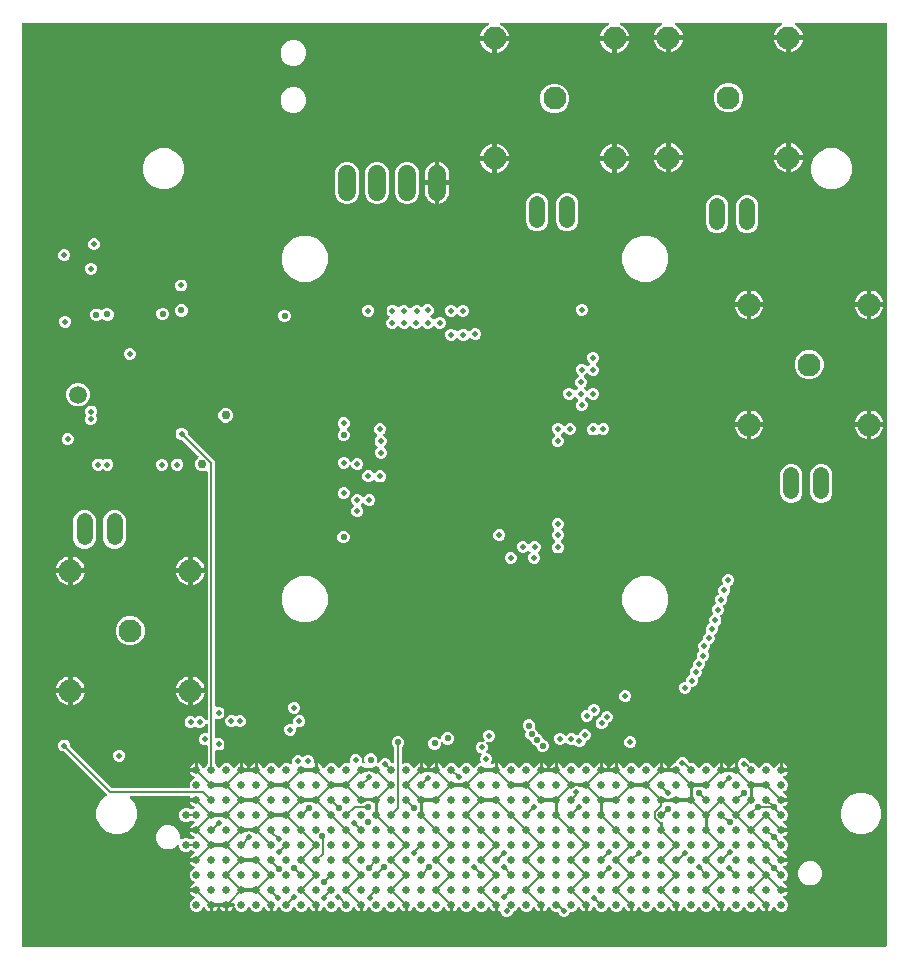
<source format=gbr>
G04 EAGLE Gerber RS-274X export*
G75*
%MOMM*%
%FSLAX34Y34*%
%LPD*%
%INBottom Copper*%
%IPPOS*%
%AMOC8*
5,1,8,0,0,1.08239X$1,22.5*%
G01*
%ADD10C,1.943100*%
%ADD11C,0.640000*%
%ADD12C,1.371600*%
%ADD13C,1.524000*%
%ADD14C,0.553200*%
%ADD15C,1.500000*%
%ADD16C,0.825000*%
%ADD17C,0.203200*%
%ADD18C,0.503200*%
%ADD19C,0.152400*%
%ADD20C,0.127000*%
%ADD21C,0.750000*%
%ADD22C,0.675000*%

G36*
X865232Y13819D02*
X865232Y13819D01*
X865290Y13817D01*
X865372Y13839D01*
X865456Y13851D01*
X865509Y13874D01*
X865565Y13889D01*
X865638Y13932D01*
X865715Y13967D01*
X865760Y14005D01*
X865810Y14034D01*
X865868Y14096D01*
X865932Y14150D01*
X865964Y14199D01*
X866004Y14242D01*
X866043Y14317D01*
X866090Y14387D01*
X866107Y14443D01*
X866134Y14495D01*
X866145Y14563D01*
X866175Y14658D01*
X866178Y14758D01*
X866189Y14826D01*
X866189Y795174D01*
X866181Y795232D01*
X866183Y795290D01*
X866161Y795372D01*
X866149Y795456D01*
X866126Y795509D01*
X866111Y795565D01*
X866068Y795638D01*
X866033Y795715D01*
X865995Y795760D01*
X865966Y795810D01*
X865904Y795868D01*
X865850Y795932D01*
X865801Y795964D01*
X865758Y796004D01*
X865683Y796043D01*
X865613Y796090D01*
X865557Y796107D01*
X865505Y796134D01*
X865437Y796145D01*
X865342Y796175D01*
X865242Y796178D01*
X865174Y796189D01*
X789714Y796189D01*
X789668Y796183D01*
X789622Y796185D01*
X789528Y796163D01*
X789432Y796149D01*
X789390Y796131D01*
X789345Y796120D01*
X789261Y796073D01*
X789173Y796033D01*
X789138Y796003D01*
X789097Y795981D01*
X789030Y795912D01*
X788956Y795850D01*
X788930Y795811D01*
X788898Y795778D01*
X788852Y795693D01*
X788798Y795613D01*
X788784Y795569D01*
X788762Y795528D01*
X788742Y795434D01*
X788713Y795342D01*
X788711Y795296D01*
X788702Y795250D01*
X788708Y795154D01*
X788705Y795058D01*
X788717Y795013D01*
X788720Y794967D01*
X788753Y794876D01*
X788777Y794783D01*
X788801Y794743D01*
X788816Y794699D01*
X788873Y794621D01*
X788922Y794538D01*
X788956Y794507D01*
X788983Y794469D01*
X789044Y794424D01*
X789130Y794344D01*
X789204Y794306D01*
X789253Y794269D01*
X789424Y794182D01*
X790984Y793048D01*
X792348Y791684D01*
X793482Y790124D01*
X794358Y788405D01*
X794954Y786570D01*
X795087Y785731D01*
X784016Y785731D01*
X783958Y785723D01*
X783900Y785725D01*
X783818Y785703D01*
X783735Y785691D01*
X783681Y785667D01*
X783625Y785653D01*
X783552Y785610D01*
X783475Y785575D01*
X783431Y785537D01*
X783380Y785507D01*
X783323Y785446D01*
X783258Y785391D01*
X783226Y785343D01*
X783186Y785300D01*
X783147Y785225D01*
X783101Y785155D01*
X783083Y785099D01*
X783056Y785047D01*
X783045Y784979D01*
X783015Y784884D01*
X783012Y784784D01*
X783001Y784716D01*
X783001Y783699D01*
X782999Y783699D01*
X782999Y784716D01*
X782991Y784774D01*
X782992Y784832D01*
X782971Y784914D01*
X782959Y784997D01*
X782935Y785051D01*
X782921Y785107D01*
X782878Y785180D01*
X782843Y785257D01*
X782805Y785302D01*
X782775Y785352D01*
X782714Y785410D01*
X782659Y785474D01*
X782611Y785506D01*
X782568Y785546D01*
X782493Y785585D01*
X782423Y785631D01*
X782367Y785649D01*
X782315Y785676D01*
X782247Y785687D01*
X782152Y785717D01*
X782052Y785720D01*
X781984Y785731D01*
X770913Y785731D01*
X771046Y786570D01*
X771642Y788405D01*
X772518Y790124D01*
X773652Y791684D01*
X775016Y793048D01*
X776576Y794182D01*
X776747Y794269D01*
X776785Y794296D01*
X776827Y794315D01*
X776901Y794377D01*
X776980Y794433D01*
X777009Y794469D01*
X777044Y794499D01*
X777098Y794579D01*
X777158Y794654D01*
X777176Y794697D01*
X777202Y794735D01*
X777231Y794827D01*
X777268Y794916D01*
X777273Y794962D01*
X777287Y795006D01*
X777290Y795103D01*
X777301Y795199D01*
X777293Y795244D01*
X777295Y795290D01*
X777270Y795384D01*
X777254Y795479D01*
X777234Y795521D01*
X777223Y795565D01*
X777174Y795648D01*
X777132Y795735D01*
X777101Y795770D01*
X777078Y795810D01*
X777007Y795876D01*
X776943Y795948D01*
X776904Y795973D01*
X776870Y796004D01*
X776784Y796048D01*
X776703Y796100D01*
X776658Y796113D01*
X776617Y796134D01*
X776543Y796146D01*
X776430Y796179D01*
X776346Y796179D01*
X776286Y796189D01*
X688114Y796189D01*
X688068Y796183D01*
X688022Y796185D01*
X687928Y796163D01*
X687832Y796149D01*
X687790Y796131D01*
X687745Y796120D01*
X687661Y796073D01*
X687573Y796033D01*
X687538Y796003D01*
X687497Y795981D01*
X687430Y795912D01*
X687356Y795850D01*
X687330Y795811D01*
X687298Y795778D01*
X687252Y795693D01*
X687198Y795613D01*
X687184Y795569D01*
X687162Y795528D01*
X687142Y795434D01*
X687113Y795342D01*
X687111Y795296D01*
X687102Y795250D01*
X687108Y795154D01*
X687105Y795058D01*
X687117Y795013D01*
X687120Y794967D01*
X687153Y794876D01*
X687177Y794783D01*
X687201Y794743D01*
X687216Y794699D01*
X687273Y794621D01*
X687322Y794538D01*
X687356Y794507D01*
X687383Y794469D01*
X687444Y794424D01*
X687530Y794344D01*
X687604Y794306D01*
X687653Y794269D01*
X687824Y794182D01*
X689384Y793048D01*
X690748Y791684D01*
X691882Y790124D01*
X692758Y788405D01*
X693354Y786570D01*
X693487Y785731D01*
X682416Y785731D01*
X682358Y785723D01*
X682300Y785725D01*
X682218Y785703D01*
X682135Y785691D01*
X682081Y785667D01*
X682025Y785653D01*
X681952Y785610D01*
X681875Y785575D01*
X681831Y785537D01*
X681780Y785507D01*
X681723Y785446D01*
X681658Y785391D01*
X681626Y785343D01*
X681586Y785300D01*
X681547Y785225D01*
X681501Y785155D01*
X681483Y785099D01*
X681456Y785047D01*
X681445Y784979D01*
X681415Y784884D01*
X681412Y784784D01*
X681401Y784716D01*
X681401Y783699D01*
X681399Y783699D01*
X681399Y784716D01*
X681391Y784774D01*
X681392Y784832D01*
X681371Y784914D01*
X681359Y784997D01*
X681335Y785051D01*
X681321Y785107D01*
X681278Y785180D01*
X681243Y785257D01*
X681205Y785302D01*
X681175Y785352D01*
X681114Y785410D01*
X681059Y785474D01*
X681011Y785506D01*
X680968Y785546D01*
X680893Y785585D01*
X680823Y785631D01*
X680767Y785649D01*
X680715Y785676D01*
X680647Y785687D01*
X680552Y785717D01*
X680452Y785720D01*
X680384Y785731D01*
X669313Y785731D01*
X669446Y786570D01*
X670042Y788405D01*
X670918Y790124D01*
X672052Y791684D01*
X673416Y793048D01*
X674976Y794182D01*
X675147Y794269D01*
X675185Y794296D01*
X675227Y794315D01*
X675301Y794377D01*
X675380Y794433D01*
X675409Y794469D01*
X675444Y794499D01*
X675497Y794579D01*
X675558Y794654D01*
X675576Y794697D01*
X675602Y794735D01*
X675631Y794827D01*
X675668Y794916D01*
X675673Y794962D01*
X675687Y795006D01*
X675690Y795103D01*
X675701Y795198D01*
X675693Y795244D01*
X675695Y795290D01*
X675670Y795384D01*
X675654Y795479D01*
X675635Y795521D01*
X675623Y795565D01*
X675574Y795648D01*
X675532Y795735D01*
X675501Y795770D01*
X675478Y795810D01*
X675407Y795876D01*
X675343Y795948D01*
X675304Y795973D01*
X675270Y796004D01*
X675184Y796048D01*
X675103Y796100D01*
X675058Y796113D01*
X675017Y796134D01*
X674943Y796146D01*
X674830Y796179D01*
X674746Y796179D01*
X674686Y796189D01*
X641140Y796189D01*
X641094Y796183D01*
X641048Y796185D01*
X640954Y796163D01*
X640859Y796149D01*
X640816Y796131D01*
X640771Y796120D01*
X640687Y796073D01*
X640599Y796033D01*
X640564Y796003D01*
X640524Y795981D01*
X640456Y795912D01*
X640382Y795850D01*
X640357Y795811D01*
X640324Y795778D01*
X640278Y795693D01*
X640225Y795613D01*
X640211Y795569D01*
X640189Y795528D01*
X640168Y795434D01*
X640139Y795342D01*
X640138Y795296D01*
X640128Y795251D01*
X640134Y795154D01*
X640131Y795058D01*
X640143Y795013D01*
X640146Y794967D01*
X640179Y794876D01*
X640203Y794783D01*
X640227Y794743D01*
X640243Y794699D01*
X640299Y794621D01*
X640349Y794538D01*
X640382Y794507D01*
X640409Y794469D01*
X640470Y794424D01*
X640556Y794344D01*
X640630Y794306D01*
X640679Y794269D01*
X642224Y793482D01*
X643784Y792348D01*
X645148Y790984D01*
X646282Y789424D01*
X647158Y787705D01*
X647754Y785870D01*
X647887Y785031D01*
X636816Y785031D01*
X636758Y785023D01*
X636700Y785025D01*
X636618Y785003D01*
X636535Y784991D01*
X636481Y784967D01*
X636425Y784953D01*
X636352Y784910D01*
X636275Y784875D01*
X636231Y784837D01*
X636180Y784807D01*
X636123Y784746D01*
X636058Y784691D01*
X636026Y784643D01*
X635986Y784600D01*
X635947Y784525D01*
X635901Y784455D01*
X635883Y784399D01*
X635856Y784347D01*
X635845Y784279D01*
X635815Y784184D01*
X635812Y784084D01*
X635801Y784016D01*
X635801Y782999D01*
X635799Y782999D01*
X635799Y784016D01*
X635791Y784074D01*
X635792Y784132D01*
X635771Y784214D01*
X635759Y784297D01*
X635735Y784351D01*
X635721Y784407D01*
X635678Y784480D01*
X635643Y784557D01*
X635605Y784602D01*
X635575Y784652D01*
X635514Y784710D01*
X635459Y784774D01*
X635411Y784806D01*
X635368Y784846D01*
X635293Y784885D01*
X635223Y784931D01*
X635167Y784949D01*
X635115Y784976D01*
X635047Y784987D01*
X634952Y785017D01*
X634852Y785020D01*
X634784Y785031D01*
X623713Y785031D01*
X623846Y785870D01*
X624442Y787705D01*
X625318Y789424D01*
X626452Y790984D01*
X627816Y792348D01*
X629376Y793482D01*
X630921Y794269D01*
X630959Y794296D01*
X631001Y794315D01*
X631075Y794377D01*
X631154Y794433D01*
X631183Y794469D01*
X631218Y794499D01*
X631271Y794579D01*
X631332Y794654D01*
X631350Y794697D01*
X631375Y794735D01*
X631405Y794827D01*
X631442Y794916D01*
X631447Y794962D01*
X631461Y795006D01*
X631464Y795103D01*
X631475Y795199D01*
X631467Y795244D01*
X631469Y795290D01*
X631444Y795384D01*
X631428Y795479D01*
X631408Y795521D01*
X631397Y795565D01*
X631347Y795648D01*
X631306Y795736D01*
X631275Y795770D01*
X631251Y795810D01*
X631181Y795876D01*
X631117Y795948D01*
X631078Y795973D01*
X631044Y796004D01*
X630958Y796048D01*
X630877Y796100D01*
X630832Y796113D01*
X630791Y796134D01*
X630717Y796146D01*
X630604Y796179D01*
X630520Y796179D01*
X630460Y796189D01*
X539540Y796189D01*
X539494Y796183D01*
X539448Y796185D01*
X539354Y796163D01*
X539259Y796149D01*
X539216Y796131D01*
X539171Y796120D01*
X539087Y796073D01*
X538999Y796033D01*
X538964Y796003D01*
X538924Y795981D01*
X538856Y795912D01*
X538782Y795850D01*
X538757Y795811D01*
X538724Y795778D01*
X538678Y795693D01*
X538625Y795613D01*
X538611Y795569D01*
X538589Y795528D01*
X538568Y795434D01*
X538539Y795342D01*
X538538Y795296D01*
X538528Y795251D01*
X538534Y795154D01*
X538531Y795058D01*
X538543Y795013D01*
X538546Y794967D01*
X538579Y794876D01*
X538603Y794783D01*
X538627Y794743D01*
X538643Y794699D01*
X538699Y794621D01*
X538749Y794538D01*
X538782Y794507D01*
X538809Y794469D01*
X538870Y794424D01*
X538956Y794344D01*
X539030Y794306D01*
X539079Y794269D01*
X540624Y793482D01*
X542184Y792348D01*
X543548Y790984D01*
X544682Y789424D01*
X545558Y787705D01*
X546154Y785870D01*
X546287Y785031D01*
X535216Y785031D01*
X535158Y785023D01*
X535100Y785025D01*
X535018Y785003D01*
X534935Y784991D01*
X534881Y784967D01*
X534825Y784953D01*
X534752Y784910D01*
X534675Y784875D01*
X534631Y784837D01*
X534580Y784807D01*
X534523Y784746D01*
X534458Y784691D01*
X534426Y784643D01*
X534386Y784600D01*
X534347Y784525D01*
X534301Y784455D01*
X534283Y784399D01*
X534256Y784347D01*
X534245Y784279D01*
X534215Y784184D01*
X534212Y784084D01*
X534201Y784016D01*
X534201Y782999D01*
X534199Y782999D01*
X534199Y784016D01*
X534191Y784074D01*
X534192Y784132D01*
X534171Y784214D01*
X534159Y784297D01*
X534135Y784351D01*
X534121Y784407D01*
X534078Y784480D01*
X534043Y784557D01*
X534005Y784602D01*
X533975Y784652D01*
X533914Y784710D01*
X533859Y784774D01*
X533811Y784806D01*
X533768Y784846D01*
X533693Y784885D01*
X533623Y784931D01*
X533567Y784949D01*
X533515Y784976D01*
X533447Y784987D01*
X533352Y785017D01*
X533252Y785020D01*
X533184Y785031D01*
X522113Y785031D01*
X522246Y785870D01*
X522842Y787705D01*
X523718Y789424D01*
X524852Y790984D01*
X526216Y792348D01*
X527776Y793482D01*
X529321Y794269D01*
X529359Y794296D01*
X529401Y794315D01*
X529475Y794377D01*
X529554Y794433D01*
X529583Y794469D01*
X529618Y794499D01*
X529671Y794579D01*
X529732Y794654D01*
X529750Y794697D01*
X529775Y794735D01*
X529805Y794827D01*
X529842Y794916D01*
X529847Y794962D01*
X529861Y795006D01*
X529864Y795103D01*
X529875Y795199D01*
X529867Y795244D01*
X529869Y795290D01*
X529844Y795384D01*
X529828Y795479D01*
X529808Y795521D01*
X529797Y795565D01*
X529747Y795648D01*
X529706Y795736D01*
X529675Y795770D01*
X529651Y795810D01*
X529581Y795876D01*
X529517Y795948D01*
X529478Y795973D01*
X529444Y796004D01*
X529358Y796048D01*
X529277Y796100D01*
X529232Y796113D01*
X529191Y796134D01*
X529117Y796146D01*
X529004Y796179D01*
X528920Y796179D01*
X528860Y796189D01*
X134826Y796189D01*
X134768Y796181D01*
X134710Y796183D01*
X134628Y796161D01*
X134544Y796149D01*
X134491Y796126D01*
X134435Y796111D01*
X134362Y796068D01*
X134285Y796033D01*
X134240Y795995D01*
X134190Y795966D01*
X134132Y795904D01*
X134068Y795850D01*
X134036Y795801D01*
X133996Y795758D01*
X133957Y795683D01*
X133910Y795613D01*
X133893Y795557D01*
X133866Y795505D01*
X133855Y795437D01*
X133825Y795342D01*
X133822Y795242D01*
X133811Y795174D01*
X133811Y14826D01*
X133819Y14768D01*
X133817Y14710D01*
X133839Y14628D01*
X133851Y14544D01*
X133874Y14491D01*
X133889Y14435D01*
X133932Y14362D01*
X133967Y14285D01*
X134005Y14240D01*
X134034Y14190D01*
X134096Y14132D01*
X134150Y14068D01*
X134199Y14036D01*
X134242Y13996D01*
X134317Y13957D01*
X134387Y13910D01*
X134443Y13893D01*
X134495Y13866D01*
X134563Y13855D01*
X134658Y13825D01*
X134758Y13822D01*
X134826Y13811D01*
X865174Y13811D01*
X865232Y13819D01*
G37*
%LPC*%
G36*
X543394Y38843D02*
X543394Y38843D01*
X541536Y39613D01*
X540113Y41036D01*
X539343Y42894D01*
X539343Y43064D01*
X539327Y43178D01*
X539317Y43292D01*
X539307Y43318D01*
X539303Y43345D01*
X539256Y43450D01*
X539215Y43557D01*
X539199Y43579D01*
X539187Y43605D01*
X539113Y43692D01*
X539044Y43784D01*
X539021Y43801D01*
X539004Y43822D01*
X538908Y43885D01*
X538816Y43954D01*
X538790Y43964D01*
X538767Y43979D01*
X538657Y44014D01*
X538550Y44054D01*
X538522Y44057D01*
X538496Y44065D01*
X538381Y44068D01*
X538267Y44077D01*
X538242Y44072D01*
X538212Y44072D01*
X537955Y44005D01*
X537939Y44002D01*
X537525Y43830D01*
X537449Y43815D01*
X537449Y48766D01*
X537441Y48824D01*
X537443Y48882D01*
X537421Y48964D01*
X537409Y49047D01*
X537386Y49101D01*
X537371Y49157D01*
X537328Y49230D01*
X537293Y49307D01*
X537255Y49351D01*
X537226Y49402D01*
X537164Y49459D01*
X537110Y49524D01*
X537061Y49556D01*
X537018Y49596D01*
X536943Y49635D01*
X536873Y49681D01*
X536817Y49699D01*
X536765Y49726D01*
X536697Y49737D01*
X536602Y49767D01*
X536502Y49770D01*
X536434Y49781D01*
X535266Y49781D01*
X535208Y49773D01*
X535150Y49774D01*
X535068Y49753D01*
X534984Y49741D01*
X534931Y49717D01*
X534875Y49703D01*
X534802Y49659D01*
X534725Y49625D01*
X534680Y49587D01*
X534630Y49557D01*
X534572Y49496D01*
X534508Y49441D01*
X534476Y49393D01*
X534436Y49350D01*
X534397Y49275D01*
X534350Y49205D01*
X534333Y49149D01*
X534306Y49097D01*
X534295Y49029D01*
X534265Y48934D01*
X534262Y48834D01*
X534251Y48766D01*
X534251Y43815D01*
X534175Y43830D01*
X533131Y44263D01*
X532190Y44891D01*
X531391Y45690D01*
X530763Y46631D01*
X530438Y47415D01*
X530423Y47440D01*
X530414Y47468D01*
X530351Y47562D01*
X530293Y47659D01*
X530272Y47679D01*
X530256Y47704D01*
X530169Y47777D01*
X530087Y47855D01*
X530061Y47868D01*
X530038Y47887D01*
X529935Y47933D01*
X529834Y47985D01*
X529805Y47990D01*
X529778Y48002D01*
X529666Y48018D01*
X529555Y48040D01*
X529526Y48037D01*
X529497Y48041D01*
X529385Y48025D01*
X529272Y48015D01*
X529244Y48005D01*
X529215Y48001D01*
X529112Y47954D01*
X529007Y47913D01*
X528983Y47896D01*
X528956Y47883D01*
X528870Y47810D01*
X528780Y47742D01*
X528762Y47718D01*
X528740Y47699D01*
X528698Y47633D01*
X528610Y47514D01*
X528588Y47455D01*
X528562Y47415D01*
X528017Y46098D01*
X526402Y44483D01*
X524292Y43609D01*
X522008Y43609D01*
X519898Y44483D01*
X518283Y46098D01*
X517738Y47415D01*
X517723Y47440D01*
X517714Y47468D01*
X517651Y47562D01*
X517593Y47659D01*
X517572Y47680D01*
X517556Y47704D01*
X517469Y47777D01*
X517387Y47855D01*
X517361Y47868D01*
X517338Y47887D01*
X517235Y47933D01*
X517134Y47985D01*
X517105Y47990D01*
X517078Y48002D01*
X516966Y48018D01*
X516855Y48040D01*
X516826Y48037D01*
X516797Y48041D01*
X516685Y48025D01*
X516572Y48015D01*
X516545Y48005D01*
X516515Y48001D01*
X516412Y47954D01*
X516307Y47913D01*
X516283Y47896D01*
X516256Y47884D01*
X516170Y47810D01*
X516080Y47742D01*
X516062Y47718D01*
X516040Y47699D01*
X515998Y47633D01*
X515910Y47514D01*
X515888Y47455D01*
X515862Y47415D01*
X515317Y46098D01*
X513702Y44483D01*
X511592Y43609D01*
X509308Y43609D01*
X507198Y44483D01*
X505583Y46098D01*
X505038Y47415D01*
X505023Y47440D01*
X505014Y47468D01*
X504951Y47562D01*
X504894Y47659D01*
X504872Y47680D01*
X504856Y47704D01*
X504769Y47777D01*
X504687Y47855D01*
X504661Y47868D01*
X504638Y47887D01*
X504535Y47933D01*
X504434Y47985D01*
X504405Y47990D01*
X504378Y48002D01*
X504266Y48018D01*
X504155Y48040D01*
X504126Y48037D01*
X504097Y48041D01*
X503985Y48025D01*
X503872Y48015D01*
X503844Y48005D01*
X503816Y48001D01*
X503713Y47954D01*
X503607Y47913D01*
X503583Y47896D01*
X503556Y47884D01*
X503470Y47810D01*
X503380Y47742D01*
X503362Y47718D01*
X503340Y47699D01*
X503298Y47633D01*
X503210Y47514D01*
X503188Y47455D01*
X503162Y47415D01*
X502837Y46631D01*
X502209Y45690D01*
X501410Y44891D01*
X500469Y44263D01*
X499425Y43830D01*
X499349Y43815D01*
X499349Y48766D01*
X499341Y48824D01*
X499343Y48882D01*
X499321Y48964D01*
X499309Y49047D01*
X499286Y49101D01*
X499271Y49157D01*
X499228Y49230D01*
X499193Y49307D01*
X499155Y49351D01*
X499126Y49402D01*
X499064Y49459D01*
X499010Y49524D01*
X498961Y49556D01*
X498918Y49596D01*
X498843Y49635D01*
X498773Y49681D01*
X498717Y49699D01*
X498665Y49726D01*
X498597Y49737D01*
X498502Y49767D01*
X498402Y49770D01*
X498334Y49781D01*
X497166Y49781D01*
X497108Y49773D01*
X497050Y49774D01*
X496968Y49753D01*
X496884Y49741D01*
X496831Y49717D01*
X496775Y49703D01*
X496702Y49659D01*
X496625Y49625D01*
X496580Y49587D01*
X496530Y49557D01*
X496472Y49496D01*
X496408Y49441D01*
X496376Y49393D01*
X496336Y49350D01*
X496297Y49275D01*
X496250Y49205D01*
X496233Y49149D01*
X496206Y49097D01*
X496195Y49029D01*
X496165Y48934D01*
X496162Y48834D01*
X496151Y48766D01*
X496151Y43815D01*
X496075Y43830D01*
X495031Y44263D01*
X494090Y44891D01*
X493291Y45690D01*
X492663Y46631D01*
X492338Y47415D01*
X492323Y47440D01*
X492314Y47468D01*
X492251Y47562D01*
X492193Y47659D01*
X492172Y47680D01*
X492156Y47704D01*
X492069Y47777D01*
X491987Y47855D01*
X491961Y47868D01*
X491938Y47887D01*
X491835Y47933D01*
X491734Y47985D01*
X491705Y47990D01*
X491678Y48002D01*
X491566Y48018D01*
X491455Y48040D01*
X491426Y48037D01*
X491397Y48041D01*
X491285Y48025D01*
X491172Y48015D01*
X491145Y48005D01*
X491115Y48001D01*
X491012Y47954D01*
X490907Y47913D01*
X490883Y47896D01*
X490856Y47884D01*
X490770Y47810D01*
X490680Y47742D01*
X490662Y47718D01*
X490640Y47699D01*
X490598Y47633D01*
X490510Y47514D01*
X490488Y47455D01*
X490462Y47415D01*
X489917Y46098D01*
X488302Y44483D01*
X486192Y43609D01*
X483908Y43609D01*
X481798Y44483D01*
X480183Y46098D01*
X479638Y47415D01*
X479623Y47440D01*
X479614Y47468D01*
X479551Y47562D01*
X479493Y47659D01*
X479472Y47680D01*
X479456Y47704D01*
X479369Y47777D01*
X479287Y47855D01*
X479261Y47868D01*
X479238Y47887D01*
X479135Y47933D01*
X479034Y47985D01*
X479005Y47990D01*
X478978Y48002D01*
X478866Y48018D01*
X478755Y48040D01*
X478726Y48037D01*
X478697Y48041D01*
X478585Y48025D01*
X478472Y48015D01*
X478445Y48005D01*
X478415Y48001D01*
X478312Y47954D01*
X478207Y47913D01*
X478183Y47896D01*
X478156Y47884D01*
X478070Y47810D01*
X477980Y47742D01*
X477962Y47718D01*
X477940Y47699D01*
X477898Y47633D01*
X477810Y47514D01*
X477788Y47455D01*
X477762Y47415D01*
X477217Y46098D01*
X475602Y44483D01*
X473492Y43609D01*
X471208Y43609D01*
X469098Y44483D01*
X467483Y46098D01*
X466938Y47415D01*
X466923Y47440D01*
X466914Y47468D01*
X466851Y47562D01*
X466794Y47659D01*
X466772Y47680D01*
X466756Y47704D01*
X466669Y47777D01*
X466587Y47855D01*
X466561Y47868D01*
X466538Y47887D01*
X466435Y47933D01*
X466334Y47985D01*
X466305Y47990D01*
X466278Y48002D01*
X466166Y48018D01*
X466055Y48040D01*
X466026Y48037D01*
X465997Y48041D01*
X465885Y48025D01*
X465772Y48015D01*
X465744Y48005D01*
X465716Y48001D01*
X465613Y47954D01*
X465507Y47913D01*
X465483Y47896D01*
X465456Y47884D01*
X465370Y47810D01*
X465280Y47742D01*
X465262Y47718D01*
X465240Y47699D01*
X465198Y47633D01*
X465110Y47514D01*
X465088Y47455D01*
X465062Y47415D01*
X464737Y46631D01*
X464109Y45690D01*
X463310Y44891D01*
X462369Y44263D01*
X461325Y43830D01*
X461249Y43815D01*
X461249Y48766D01*
X461241Y48824D01*
X461243Y48882D01*
X461221Y48964D01*
X461209Y49047D01*
X461186Y49101D01*
X461171Y49157D01*
X461128Y49230D01*
X461093Y49307D01*
X461055Y49351D01*
X461026Y49402D01*
X460964Y49459D01*
X460910Y49524D01*
X460861Y49556D01*
X460818Y49596D01*
X460743Y49635D01*
X460673Y49681D01*
X460617Y49699D01*
X460565Y49726D01*
X460497Y49737D01*
X460402Y49767D01*
X460302Y49770D01*
X460234Y49781D01*
X459066Y49781D01*
X459008Y49773D01*
X458950Y49774D01*
X458868Y49753D01*
X458784Y49741D01*
X458731Y49717D01*
X458675Y49703D01*
X458602Y49659D01*
X458525Y49625D01*
X458480Y49587D01*
X458430Y49557D01*
X458372Y49496D01*
X458308Y49441D01*
X458276Y49393D01*
X458236Y49350D01*
X458197Y49275D01*
X458150Y49205D01*
X458133Y49149D01*
X458106Y49097D01*
X458095Y49029D01*
X458065Y48934D01*
X458062Y48834D01*
X458051Y48766D01*
X458051Y43815D01*
X457975Y43830D01*
X456931Y44263D01*
X455990Y44891D01*
X455191Y45690D01*
X454563Y46631D01*
X454238Y47415D01*
X454223Y47440D01*
X454214Y47468D01*
X454151Y47562D01*
X454093Y47659D01*
X454072Y47680D01*
X454056Y47704D01*
X453969Y47777D01*
X453887Y47855D01*
X453861Y47868D01*
X453838Y47887D01*
X453735Y47933D01*
X453634Y47985D01*
X453605Y47990D01*
X453578Y48002D01*
X453466Y48018D01*
X453355Y48040D01*
X453326Y48037D01*
X453297Y48041D01*
X453185Y48025D01*
X453072Y48015D01*
X453045Y48005D01*
X453015Y48001D01*
X452912Y47954D01*
X452807Y47913D01*
X452783Y47896D01*
X452756Y47884D01*
X452670Y47810D01*
X452580Y47742D01*
X452562Y47718D01*
X452540Y47699D01*
X452498Y47633D01*
X452410Y47514D01*
X452388Y47455D01*
X452362Y47415D01*
X451817Y46098D01*
X450202Y44483D01*
X448092Y43609D01*
X445808Y43609D01*
X443698Y44483D01*
X442083Y46098D01*
X441538Y47415D01*
X441523Y47440D01*
X441514Y47468D01*
X441451Y47562D01*
X441393Y47659D01*
X441372Y47680D01*
X441356Y47704D01*
X441269Y47777D01*
X441187Y47855D01*
X441161Y47868D01*
X441138Y47887D01*
X441035Y47933D01*
X440934Y47985D01*
X440905Y47990D01*
X440878Y48002D01*
X440766Y48018D01*
X440655Y48040D01*
X440626Y48037D01*
X440597Y48041D01*
X440485Y48025D01*
X440372Y48015D01*
X440345Y48005D01*
X440315Y48001D01*
X440212Y47954D01*
X440107Y47913D01*
X440083Y47896D01*
X440056Y47884D01*
X439970Y47810D01*
X439880Y47742D01*
X439862Y47718D01*
X439840Y47699D01*
X439798Y47633D01*
X439710Y47514D01*
X439688Y47455D01*
X439662Y47415D01*
X439117Y46098D01*
X437502Y44483D01*
X435392Y43609D01*
X433108Y43609D01*
X430998Y44483D01*
X429383Y46098D01*
X428838Y47415D01*
X428823Y47440D01*
X428814Y47468D01*
X428751Y47562D01*
X428694Y47659D01*
X428672Y47680D01*
X428656Y47704D01*
X428569Y47777D01*
X428487Y47855D01*
X428461Y47868D01*
X428438Y47887D01*
X428335Y47933D01*
X428234Y47985D01*
X428205Y47990D01*
X428178Y48002D01*
X428066Y48018D01*
X427955Y48040D01*
X427926Y48037D01*
X427897Y48041D01*
X427785Y48025D01*
X427672Y48015D01*
X427644Y48005D01*
X427616Y48001D01*
X427513Y47954D01*
X427407Y47913D01*
X427383Y47896D01*
X427356Y47884D01*
X427270Y47810D01*
X427180Y47742D01*
X427162Y47718D01*
X427140Y47699D01*
X427098Y47633D01*
X427010Y47514D01*
X426988Y47455D01*
X426962Y47415D01*
X426637Y46631D01*
X426009Y45690D01*
X425210Y44891D01*
X424269Y44263D01*
X423225Y43830D01*
X423149Y43815D01*
X423149Y48766D01*
X423141Y48824D01*
X423143Y48882D01*
X423121Y48964D01*
X423109Y49047D01*
X423086Y49101D01*
X423071Y49157D01*
X423028Y49230D01*
X422993Y49307D01*
X422955Y49351D01*
X422926Y49402D01*
X422864Y49459D01*
X422810Y49524D01*
X422761Y49556D01*
X422718Y49596D01*
X422643Y49635D01*
X422573Y49681D01*
X422517Y49699D01*
X422465Y49726D01*
X422397Y49737D01*
X422302Y49767D01*
X422202Y49770D01*
X422134Y49781D01*
X420966Y49781D01*
X420908Y49773D01*
X420850Y49774D01*
X420768Y49753D01*
X420684Y49741D01*
X420631Y49717D01*
X420575Y49703D01*
X420502Y49659D01*
X420425Y49625D01*
X420380Y49587D01*
X420330Y49557D01*
X420272Y49496D01*
X420208Y49441D01*
X420176Y49393D01*
X420136Y49350D01*
X420097Y49275D01*
X420050Y49205D01*
X420033Y49149D01*
X420006Y49097D01*
X419995Y49029D01*
X419965Y48934D01*
X419962Y48834D01*
X419951Y48766D01*
X419951Y43815D01*
X419875Y43830D01*
X418831Y44263D01*
X417890Y44891D01*
X417091Y45690D01*
X416463Y46631D01*
X416138Y47415D01*
X416123Y47440D01*
X416114Y47468D01*
X416051Y47562D01*
X415993Y47659D01*
X415972Y47680D01*
X415956Y47704D01*
X415869Y47777D01*
X415787Y47855D01*
X415761Y47868D01*
X415738Y47887D01*
X415635Y47933D01*
X415534Y47985D01*
X415505Y47990D01*
X415478Y48002D01*
X415366Y48018D01*
X415255Y48040D01*
X415226Y48037D01*
X415197Y48041D01*
X415085Y48025D01*
X414972Y48015D01*
X414945Y48005D01*
X414915Y48001D01*
X414812Y47954D01*
X414707Y47913D01*
X414683Y47896D01*
X414656Y47884D01*
X414570Y47810D01*
X414480Y47742D01*
X414462Y47718D01*
X414440Y47699D01*
X414398Y47633D01*
X414310Y47514D01*
X414288Y47455D01*
X414262Y47415D01*
X413717Y46098D01*
X412102Y44483D01*
X409992Y43609D01*
X407708Y43609D01*
X405598Y44483D01*
X403983Y46098D01*
X403438Y47415D01*
X403423Y47440D01*
X403414Y47468D01*
X403351Y47562D01*
X403293Y47659D01*
X403272Y47680D01*
X403256Y47704D01*
X403169Y47777D01*
X403087Y47855D01*
X403061Y47868D01*
X403038Y47887D01*
X402935Y47933D01*
X402834Y47985D01*
X402805Y47990D01*
X402778Y48002D01*
X402666Y48018D01*
X402555Y48040D01*
X402526Y48037D01*
X402497Y48041D01*
X402385Y48025D01*
X402272Y48015D01*
X402245Y48005D01*
X402215Y48001D01*
X402112Y47954D01*
X402007Y47913D01*
X401983Y47896D01*
X401956Y47884D01*
X401870Y47810D01*
X401780Y47742D01*
X401762Y47718D01*
X401740Y47699D01*
X401698Y47633D01*
X401610Y47514D01*
X401588Y47455D01*
X401562Y47415D01*
X401017Y46098D01*
X399402Y44483D01*
X397292Y43609D01*
X395008Y43609D01*
X392898Y44483D01*
X391283Y46098D01*
X390738Y47415D01*
X390723Y47440D01*
X390714Y47468D01*
X390651Y47562D01*
X390594Y47659D01*
X390572Y47680D01*
X390556Y47704D01*
X390469Y47777D01*
X390387Y47855D01*
X390361Y47868D01*
X390338Y47887D01*
X390235Y47933D01*
X390134Y47985D01*
X390105Y47990D01*
X390078Y48002D01*
X389966Y48018D01*
X389855Y48040D01*
X389826Y48037D01*
X389797Y48041D01*
X389685Y48025D01*
X389572Y48015D01*
X389544Y48005D01*
X389516Y48001D01*
X389413Y47954D01*
X389307Y47913D01*
X389283Y47896D01*
X389256Y47884D01*
X389170Y47810D01*
X389080Y47742D01*
X389062Y47718D01*
X389040Y47699D01*
X388998Y47633D01*
X388910Y47514D01*
X388888Y47455D01*
X388862Y47415D01*
X388537Y46631D01*
X387909Y45690D01*
X387110Y44891D01*
X386169Y44263D01*
X385125Y43830D01*
X385049Y43815D01*
X385049Y48766D01*
X385041Y48824D01*
X385043Y48882D01*
X385021Y48964D01*
X385009Y49047D01*
X384986Y49101D01*
X384971Y49157D01*
X384928Y49230D01*
X384893Y49307D01*
X384855Y49351D01*
X384826Y49402D01*
X384764Y49459D01*
X384710Y49524D01*
X384661Y49556D01*
X384618Y49596D01*
X384543Y49635D01*
X384473Y49681D01*
X384417Y49699D01*
X384365Y49726D01*
X384297Y49737D01*
X384202Y49767D01*
X384102Y49770D01*
X384034Y49781D01*
X382866Y49781D01*
X382808Y49773D01*
X382750Y49774D01*
X382668Y49753D01*
X382584Y49741D01*
X382531Y49717D01*
X382475Y49703D01*
X382402Y49659D01*
X382325Y49625D01*
X382280Y49587D01*
X382230Y49557D01*
X382172Y49496D01*
X382108Y49441D01*
X382076Y49393D01*
X382036Y49350D01*
X381997Y49275D01*
X381950Y49205D01*
X381933Y49149D01*
X381906Y49097D01*
X381895Y49029D01*
X381865Y48934D01*
X381862Y48834D01*
X381851Y48766D01*
X381851Y43815D01*
X381775Y43830D01*
X380731Y44263D01*
X379790Y44891D01*
X378991Y45690D01*
X378363Y46631D01*
X378038Y47415D01*
X378023Y47440D01*
X378014Y47468D01*
X377951Y47562D01*
X377894Y47659D01*
X377872Y47680D01*
X377856Y47704D01*
X377769Y47777D01*
X377687Y47855D01*
X377661Y47868D01*
X377638Y47887D01*
X377535Y47933D01*
X377434Y47985D01*
X377405Y47990D01*
X377378Y48002D01*
X377266Y48018D01*
X377155Y48040D01*
X377126Y48037D01*
X377097Y48041D01*
X376985Y48025D01*
X376872Y48015D01*
X376844Y48005D01*
X376816Y48001D01*
X376712Y47954D01*
X376607Y47913D01*
X376583Y47896D01*
X376556Y47884D01*
X376470Y47810D01*
X376380Y47742D01*
X376362Y47718D01*
X376340Y47699D01*
X376298Y47633D01*
X376210Y47514D01*
X376188Y47456D01*
X376162Y47415D01*
X375617Y46098D01*
X374002Y44483D01*
X371892Y43609D01*
X369608Y43609D01*
X367498Y44483D01*
X365883Y46098D01*
X365338Y47415D01*
X365323Y47440D01*
X365314Y47468D01*
X365251Y47562D01*
X365193Y47659D01*
X365172Y47680D01*
X365156Y47704D01*
X365069Y47777D01*
X364987Y47855D01*
X364961Y47868D01*
X364938Y47887D01*
X364835Y47933D01*
X364734Y47985D01*
X364705Y47990D01*
X364678Y48002D01*
X364566Y48018D01*
X364455Y48040D01*
X364426Y48037D01*
X364397Y48041D01*
X364285Y48025D01*
X364172Y48015D01*
X364145Y48005D01*
X364115Y48001D01*
X364012Y47954D01*
X363907Y47913D01*
X363883Y47896D01*
X363856Y47884D01*
X363770Y47810D01*
X363680Y47742D01*
X363662Y47718D01*
X363640Y47699D01*
X363598Y47633D01*
X363510Y47514D01*
X363488Y47455D01*
X363462Y47415D01*
X362917Y46098D01*
X361302Y44483D01*
X359192Y43609D01*
X356908Y43609D01*
X354798Y44483D01*
X353183Y46098D01*
X352638Y47415D01*
X352623Y47440D01*
X352614Y47468D01*
X352551Y47562D01*
X352493Y47659D01*
X352472Y47679D01*
X352456Y47704D01*
X352369Y47777D01*
X352287Y47855D01*
X352261Y47868D01*
X352238Y47887D01*
X352135Y47933D01*
X352034Y47985D01*
X352005Y47990D01*
X351978Y48002D01*
X351866Y48018D01*
X351755Y48040D01*
X351726Y48037D01*
X351697Y48041D01*
X351585Y48025D01*
X351472Y48015D01*
X351445Y48005D01*
X351416Y48001D01*
X351312Y47954D01*
X351207Y47913D01*
X351183Y47896D01*
X351156Y47884D01*
X351070Y47810D01*
X350980Y47742D01*
X350962Y47718D01*
X350940Y47699D01*
X350898Y47633D01*
X350810Y47514D01*
X350788Y47456D01*
X350762Y47415D01*
X350437Y46631D01*
X349809Y45690D01*
X349010Y44891D01*
X348069Y44263D01*
X347025Y43830D01*
X346949Y43815D01*
X346949Y48766D01*
X346941Y48824D01*
X346943Y48882D01*
X346921Y48964D01*
X346909Y49047D01*
X346886Y49101D01*
X346871Y49157D01*
X346828Y49230D01*
X346793Y49307D01*
X346755Y49351D01*
X346726Y49402D01*
X346664Y49459D01*
X346610Y49524D01*
X346561Y49556D01*
X346518Y49596D01*
X346443Y49635D01*
X346373Y49681D01*
X346317Y49699D01*
X346265Y49726D01*
X346197Y49737D01*
X346102Y49767D01*
X346002Y49770D01*
X345934Y49781D01*
X344766Y49781D01*
X344708Y49773D01*
X344650Y49774D01*
X344568Y49753D01*
X344484Y49741D01*
X344431Y49717D01*
X344375Y49703D01*
X344302Y49659D01*
X344225Y49625D01*
X344180Y49587D01*
X344130Y49557D01*
X344072Y49496D01*
X344008Y49441D01*
X343976Y49393D01*
X343936Y49350D01*
X343897Y49275D01*
X343850Y49205D01*
X343833Y49149D01*
X343806Y49097D01*
X343795Y49029D01*
X343765Y48934D01*
X343762Y48834D01*
X343751Y48766D01*
X343751Y43815D01*
X343675Y43830D01*
X342631Y44263D01*
X341690Y44891D01*
X340891Y45690D01*
X340263Y46631D01*
X339938Y47415D01*
X339923Y47440D01*
X339914Y47468D01*
X339851Y47562D01*
X339793Y47659D01*
X339772Y47679D01*
X339756Y47704D01*
X339669Y47777D01*
X339587Y47855D01*
X339561Y47868D01*
X339538Y47887D01*
X339435Y47933D01*
X339334Y47985D01*
X339305Y47990D01*
X339278Y48002D01*
X339166Y48018D01*
X339055Y48040D01*
X339026Y48037D01*
X338997Y48041D01*
X338885Y48025D01*
X338772Y48015D01*
X338744Y48005D01*
X338715Y48001D01*
X338612Y47954D01*
X338507Y47913D01*
X338483Y47896D01*
X338456Y47883D01*
X338370Y47810D01*
X338280Y47742D01*
X338262Y47718D01*
X338240Y47699D01*
X338198Y47633D01*
X338110Y47514D01*
X338088Y47455D01*
X338062Y47415D01*
X337517Y46098D01*
X335902Y44483D01*
X333792Y43609D01*
X331508Y43609D01*
X329398Y44483D01*
X327783Y46098D01*
X327238Y47415D01*
X327223Y47440D01*
X327214Y47468D01*
X327151Y47562D01*
X327093Y47659D01*
X327072Y47680D01*
X327056Y47704D01*
X326969Y47777D01*
X326887Y47855D01*
X326861Y47868D01*
X326838Y47887D01*
X326735Y47933D01*
X326634Y47985D01*
X326605Y47990D01*
X326578Y48002D01*
X326466Y48018D01*
X326355Y48040D01*
X326326Y48037D01*
X326297Y48041D01*
X326185Y48025D01*
X326072Y48015D01*
X326045Y48005D01*
X326015Y48001D01*
X325912Y47954D01*
X325807Y47913D01*
X325783Y47896D01*
X325756Y47884D01*
X325670Y47810D01*
X325580Y47742D01*
X325562Y47718D01*
X325540Y47699D01*
X325498Y47633D01*
X325410Y47514D01*
X325388Y47455D01*
X325362Y47415D01*
X324817Y46098D01*
X323202Y44483D01*
X321092Y43609D01*
X318808Y43609D01*
X316698Y44483D01*
X315083Y46098D01*
X314538Y47415D01*
X314523Y47440D01*
X314514Y47468D01*
X314451Y47562D01*
X314393Y47659D01*
X314372Y47679D01*
X314356Y47704D01*
X314269Y47777D01*
X314187Y47855D01*
X314161Y47868D01*
X314138Y47887D01*
X314035Y47933D01*
X313934Y47985D01*
X313905Y47990D01*
X313878Y48002D01*
X313859Y48005D01*
X313888Y48036D01*
X313952Y48090D01*
X313984Y48139D01*
X314024Y48182D01*
X314063Y48257D01*
X314110Y48327D01*
X314127Y48383D01*
X314154Y48435D01*
X314165Y48503D01*
X314195Y48598D01*
X314198Y48698D01*
X314209Y48766D01*
X314209Y49934D01*
X314201Y49992D01*
X314203Y50050D01*
X314181Y50132D01*
X314169Y50216D01*
X314146Y50269D01*
X314131Y50325D01*
X314088Y50398D01*
X314053Y50475D01*
X314015Y50520D01*
X313986Y50570D01*
X313924Y50628D01*
X313870Y50692D01*
X313821Y50724D01*
X313778Y50764D01*
X313703Y50803D01*
X313633Y50850D01*
X313577Y50867D01*
X313525Y50894D01*
X313457Y50905D01*
X313362Y50935D01*
X313262Y50938D01*
X313194Y50949D01*
X307834Y50949D01*
X307776Y50941D01*
X307718Y50943D01*
X307636Y50921D01*
X307553Y50909D01*
X307499Y50886D01*
X307443Y50871D01*
X307370Y50828D01*
X307293Y50793D01*
X307254Y50760D01*
X307250Y50764D01*
X307175Y50803D01*
X307105Y50850D01*
X307049Y50867D01*
X306997Y50894D01*
X306929Y50905D01*
X306834Y50935D01*
X306734Y50938D01*
X306666Y50949D01*
X295134Y50949D01*
X295076Y50941D01*
X295018Y50943D01*
X294936Y50921D01*
X294853Y50909D01*
X294799Y50886D01*
X294743Y50871D01*
X294670Y50828D01*
X294593Y50793D01*
X294549Y50755D01*
X294498Y50726D01*
X294441Y50664D01*
X294376Y50610D01*
X294344Y50561D01*
X294304Y50518D01*
X294265Y50443D01*
X294219Y50373D01*
X294201Y50317D01*
X294174Y50265D01*
X294163Y50197D01*
X294133Y50102D01*
X294130Y50002D01*
X294119Y49934D01*
X294119Y49781D01*
X293966Y49781D01*
X293908Y49773D01*
X293850Y49774D01*
X293768Y49753D01*
X293684Y49741D01*
X293631Y49717D01*
X293575Y49703D01*
X293502Y49659D01*
X293425Y49625D01*
X293380Y49587D01*
X293330Y49557D01*
X293272Y49496D01*
X293208Y49441D01*
X293176Y49393D01*
X293136Y49350D01*
X293097Y49275D01*
X293050Y49205D01*
X293033Y49149D01*
X293006Y49097D01*
X292995Y49029D01*
X292965Y48934D01*
X292962Y48834D01*
X292951Y48766D01*
X292951Y43815D01*
X292875Y43830D01*
X291831Y44263D01*
X290890Y44891D01*
X290091Y45690D01*
X289463Y46631D01*
X289138Y47415D01*
X289123Y47440D01*
X289114Y47468D01*
X289051Y47562D01*
X288993Y47659D01*
X288972Y47680D01*
X288956Y47704D01*
X288869Y47777D01*
X288787Y47855D01*
X288761Y47868D01*
X288738Y47887D01*
X288635Y47933D01*
X288534Y47985D01*
X288505Y47990D01*
X288478Y48002D01*
X288366Y48018D01*
X288255Y48040D01*
X288226Y48037D01*
X288197Y48041D01*
X288085Y48025D01*
X287972Y48015D01*
X287945Y48005D01*
X287915Y48001D01*
X287812Y47954D01*
X287707Y47913D01*
X287683Y47896D01*
X287656Y47884D01*
X287570Y47810D01*
X287480Y47742D01*
X287462Y47718D01*
X287440Y47699D01*
X287398Y47633D01*
X287310Y47514D01*
X287288Y47455D01*
X287262Y47415D01*
X286717Y46098D01*
X285102Y44483D01*
X282992Y43609D01*
X280708Y43609D01*
X278598Y44483D01*
X276983Y46098D01*
X276109Y48208D01*
X276109Y50492D01*
X276983Y52602D01*
X278598Y54217D01*
X279915Y54762D01*
X279940Y54777D01*
X279968Y54786D01*
X280062Y54849D01*
X280159Y54906D01*
X280180Y54928D01*
X280204Y54944D01*
X280277Y55031D01*
X280355Y55113D01*
X280368Y55139D01*
X280387Y55162D01*
X280433Y55265D01*
X280485Y55366D01*
X280490Y55395D01*
X280502Y55422D01*
X280518Y55534D01*
X280540Y55645D01*
X280537Y55674D01*
X280541Y55703D01*
X280525Y55815D01*
X280515Y55928D01*
X280505Y55956D01*
X280501Y55984D01*
X280454Y56087D01*
X280413Y56193D01*
X280396Y56217D01*
X280384Y56244D01*
X280310Y56330D01*
X280242Y56420D01*
X280218Y56438D01*
X280199Y56460D01*
X280133Y56502D01*
X280014Y56590D01*
X279955Y56612D01*
X279915Y56638D01*
X279131Y56963D01*
X278190Y57591D01*
X277391Y58390D01*
X276763Y59331D01*
X276330Y60375D01*
X276315Y60451D01*
X281266Y60451D01*
X281324Y60459D01*
X281382Y60457D01*
X281464Y60479D01*
X281547Y60491D01*
X281601Y60514D01*
X281657Y60529D01*
X281730Y60572D01*
X281807Y60607D01*
X281851Y60645D01*
X281902Y60674D01*
X281959Y60736D01*
X282024Y60790D01*
X282056Y60839D01*
X282096Y60882D01*
X282135Y60957D01*
X282181Y61027D01*
X282199Y61083D01*
X282226Y61135D01*
X282237Y61203D01*
X282267Y61298D01*
X282270Y61398D01*
X282281Y61466D01*
X282281Y62634D01*
X282273Y62692D01*
X282274Y62750D01*
X282253Y62832D01*
X282241Y62916D01*
X282217Y62969D01*
X282203Y63025D01*
X282159Y63098D01*
X282125Y63175D01*
X282087Y63220D01*
X282057Y63270D01*
X281996Y63328D01*
X281941Y63392D01*
X281893Y63424D01*
X281850Y63464D01*
X281775Y63503D01*
X281705Y63550D01*
X281649Y63567D01*
X281597Y63594D01*
X281529Y63605D01*
X281434Y63635D01*
X281334Y63638D01*
X281266Y63649D01*
X276315Y63649D01*
X276330Y63725D01*
X276763Y64769D01*
X277391Y65710D01*
X278190Y66509D01*
X279131Y67137D01*
X279915Y67462D01*
X279940Y67477D01*
X279968Y67486D01*
X280062Y67549D01*
X280159Y67607D01*
X280180Y67628D01*
X280204Y67644D01*
X280277Y67731D01*
X280355Y67813D01*
X280368Y67839D01*
X280387Y67862D01*
X280433Y67965D01*
X280485Y68066D01*
X280490Y68095D01*
X280502Y68122D01*
X280518Y68234D01*
X280540Y68345D01*
X280537Y68374D01*
X280541Y68403D01*
X280525Y68515D01*
X280515Y68628D01*
X280505Y68655D01*
X280501Y68685D01*
X280454Y68788D01*
X280413Y68893D01*
X280396Y68917D01*
X280384Y68944D01*
X280310Y69030D01*
X280242Y69120D01*
X280218Y69138D01*
X280199Y69160D01*
X280133Y69202D01*
X280014Y69290D01*
X279955Y69312D01*
X279915Y69338D01*
X278598Y69883D01*
X276983Y71498D01*
X276109Y73608D01*
X276109Y75892D01*
X276983Y78002D01*
X278598Y79617D01*
X279915Y80162D01*
X279940Y80177D01*
X279968Y80186D01*
X280062Y80249D01*
X280159Y80306D01*
X280180Y80328D01*
X280204Y80344D01*
X280277Y80431D01*
X280355Y80513D01*
X280368Y80539D01*
X280387Y80562D01*
X280433Y80665D01*
X280485Y80766D01*
X280490Y80795D01*
X280502Y80822D01*
X280518Y80934D01*
X280540Y81045D01*
X280537Y81074D01*
X280541Y81103D01*
X280525Y81215D01*
X280515Y81328D01*
X280505Y81356D01*
X280501Y81384D01*
X280454Y81487D01*
X280413Y81593D01*
X280396Y81617D01*
X280384Y81644D01*
X280310Y81730D01*
X280242Y81820D01*
X280218Y81838D01*
X280199Y81860D01*
X280133Y81902D01*
X280014Y81990D01*
X279955Y82012D01*
X279915Y82038D01*
X279131Y82363D01*
X278190Y82991D01*
X277391Y83790D01*
X276763Y84731D01*
X276330Y85775D01*
X276315Y85851D01*
X281266Y85851D01*
X281324Y85859D01*
X281382Y85857D01*
X281464Y85879D01*
X281547Y85891D01*
X281601Y85914D01*
X281657Y85929D01*
X281730Y85972D01*
X281807Y86007D01*
X281851Y86045D01*
X281902Y86074D01*
X281959Y86136D01*
X282024Y86190D01*
X282056Y86239D01*
X282096Y86282D01*
X282135Y86357D01*
X282181Y86427D01*
X282199Y86483D01*
X282226Y86535D01*
X282237Y86603D01*
X282267Y86698D01*
X282270Y86798D01*
X282281Y86866D01*
X282281Y88034D01*
X282273Y88092D01*
X282274Y88150D01*
X282253Y88232D01*
X282241Y88316D01*
X282217Y88369D01*
X282203Y88425D01*
X282159Y88498D01*
X282125Y88575D01*
X282087Y88620D01*
X282057Y88670D01*
X281996Y88728D01*
X281941Y88792D01*
X281893Y88824D01*
X281850Y88864D01*
X281775Y88903D01*
X281705Y88950D01*
X281649Y88967D01*
X281597Y88994D01*
X281529Y89005D01*
X281434Y89035D01*
X281334Y89038D01*
X281266Y89049D01*
X276315Y89049D01*
X276330Y89125D01*
X276763Y90169D01*
X277391Y91110D01*
X278190Y91909D01*
X279131Y92537D01*
X279915Y92862D01*
X279940Y92877D01*
X279968Y92886D01*
X280062Y92949D01*
X280159Y93007D01*
X280180Y93028D01*
X280204Y93044D01*
X280277Y93131D01*
X280355Y93213D01*
X280368Y93239D01*
X280387Y93262D01*
X280433Y93365D01*
X280485Y93466D01*
X280490Y93495D01*
X280502Y93522D01*
X280518Y93634D01*
X280540Y93745D01*
X280537Y93774D01*
X280541Y93803D01*
X280525Y93915D01*
X280515Y94028D01*
X280505Y94055D01*
X280501Y94085D01*
X280454Y94188D01*
X280413Y94293D01*
X280396Y94317D01*
X280384Y94344D01*
X280310Y94430D01*
X280242Y94520D01*
X280218Y94538D01*
X280199Y94560D01*
X280133Y94602D01*
X280014Y94690D01*
X279955Y94712D01*
X279915Y94738D01*
X278598Y95283D01*
X278142Y95740D01*
X278095Y95775D01*
X278055Y95817D01*
X277982Y95860D01*
X277914Y95911D01*
X277860Y95931D01*
X277809Y95961D01*
X277728Y95982D01*
X277649Y96012D01*
X277590Y96017D01*
X277534Y96031D01*
X277450Y96028D01*
X277366Y96035D01*
X277308Y96024D01*
X277250Y96022D01*
X277169Y95996D01*
X277087Y95980D01*
X277035Y95953D01*
X276979Y95935D01*
X276923Y95895D01*
X276834Y95849D01*
X276762Y95780D01*
X276706Y95740D01*
X276351Y95385D01*
X274177Y94484D01*
X271823Y94484D01*
X269649Y95385D01*
X267985Y97049D01*
X267077Y99242D01*
X267060Y99323D01*
X267044Y99435D01*
X267032Y99462D01*
X267027Y99491D01*
X266974Y99592D01*
X266928Y99695D01*
X266909Y99717D01*
X266896Y99743D01*
X266818Y99825D01*
X266745Y99912D01*
X266720Y99928D01*
X266700Y99949D01*
X266602Y100006D01*
X266508Y100069D01*
X266480Y100078D01*
X266455Y100093D01*
X266345Y100121D01*
X266237Y100155D01*
X266207Y100156D01*
X266179Y100163D01*
X266066Y100159D01*
X265953Y100162D01*
X265924Y100155D01*
X265895Y100154D01*
X265787Y100119D01*
X265678Y100091D01*
X265652Y100076D01*
X265624Y100067D01*
X265561Y100021D01*
X265433Y99945D01*
X265390Y99900D01*
X265351Y99872D01*
X263366Y97886D01*
X259631Y96339D01*
X255589Y96339D01*
X251854Y97886D01*
X248996Y100744D01*
X247449Y104479D01*
X247449Y108521D01*
X248996Y112256D01*
X251854Y115114D01*
X255589Y116661D01*
X259631Y116661D01*
X263366Y115114D01*
X266224Y112256D01*
X267771Y108521D01*
X267771Y105988D01*
X267775Y105959D01*
X267772Y105930D01*
X267795Y105819D01*
X267811Y105706D01*
X267823Y105680D01*
X267828Y105651D01*
X267880Y105550D01*
X267927Y105447D01*
X267946Y105425D01*
X267959Y105398D01*
X268037Y105316D01*
X268110Y105230D01*
X268135Y105214D01*
X268155Y105192D01*
X268253Y105135D01*
X268347Y105072D01*
X268375Y105063D01*
X268400Y105049D01*
X268510Y105021D01*
X268618Y104987D01*
X268647Y104986D01*
X268676Y104979D01*
X268789Y104982D01*
X268902Y104979D01*
X268931Y104987D01*
X268960Y104988D01*
X269068Y105023D01*
X269177Y105051D01*
X269203Y105066D01*
X269231Y105075D01*
X269294Y105121D01*
X269422Y105196D01*
X269465Y105242D01*
X269504Y105270D01*
X269649Y105415D01*
X271823Y106316D01*
X274177Y106316D01*
X276351Y105415D01*
X276956Y104810D01*
X277003Y104775D01*
X277043Y104733D01*
X277116Y104690D01*
X277183Y104639D01*
X277238Y104619D01*
X277288Y104589D01*
X277370Y104568D01*
X277449Y104538D01*
X277507Y104533D01*
X277564Y104519D01*
X277648Y104522D01*
X277732Y104515D01*
X277789Y104526D01*
X277848Y104528D01*
X277928Y104554D01*
X278011Y104570D01*
X278063Y104597D01*
X278118Y104615D01*
X278175Y104656D01*
X278263Y104701D01*
X278335Y104770D01*
X278392Y104810D01*
X278598Y105017D01*
X279915Y105562D01*
X279940Y105577D01*
X279968Y105586D01*
X280062Y105649D01*
X280159Y105707D01*
X280179Y105728D01*
X280204Y105744D01*
X280277Y105831D01*
X280355Y105913D01*
X280368Y105939D01*
X280387Y105962D01*
X280433Y106065D01*
X280485Y106166D01*
X280490Y106195D01*
X280502Y106222D01*
X280518Y106334D01*
X280540Y106445D01*
X280537Y106474D01*
X280541Y106503D01*
X280525Y106615D01*
X280515Y106728D01*
X280505Y106755D01*
X280501Y106784D01*
X280454Y106888D01*
X280413Y106993D01*
X280396Y107017D01*
X280384Y107044D01*
X280310Y107130D01*
X280242Y107220D01*
X280218Y107238D01*
X280199Y107260D01*
X280133Y107302D01*
X280014Y107390D01*
X279956Y107412D01*
X279915Y107438D01*
X279131Y107763D01*
X278190Y108391D01*
X277391Y109190D01*
X276763Y110131D01*
X276330Y111175D01*
X276315Y111251D01*
X281266Y111251D01*
X281324Y111259D01*
X281382Y111257D01*
X281464Y111279D01*
X281547Y111291D01*
X281601Y111314D01*
X281657Y111329D01*
X281730Y111372D01*
X281807Y111407D01*
X281851Y111445D01*
X281902Y111474D01*
X281959Y111536D01*
X282024Y111590D01*
X282056Y111639D01*
X282096Y111682D01*
X282135Y111757D01*
X282181Y111827D01*
X282199Y111883D01*
X282226Y111935D01*
X282237Y112003D01*
X282267Y112098D01*
X282270Y112198D01*
X282281Y112266D01*
X282281Y113434D01*
X282273Y113492D01*
X282274Y113550D01*
X282253Y113632D01*
X282241Y113716D01*
X282217Y113769D01*
X282203Y113825D01*
X282159Y113898D01*
X282125Y113975D01*
X282087Y114020D01*
X282057Y114070D01*
X281996Y114128D01*
X281941Y114192D01*
X281893Y114224D01*
X281850Y114264D01*
X281775Y114303D01*
X281705Y114350D01*
X281649Y114367D01*
X281597Y114394D01*
X281529Y114405D01*
X281434Y114435D01*
X281334Y114438D01*
X281266Y114449D01*
X276315Y114449D01*
X276330Y114525D01*
X276763Y115569D01*
X277391Y116510D01*
X278190Y117309D01*
X279131Y117937D01*
X279915Y118262D01*
X279940Y118277D01*
X279968Y118286D01*
X280062Y118349D01*
X280159Y118407D01*
X280180Y118428D01*
X280204Y118444D01*
X280277Y118531D01*
X280355Y118613D01*
X280368Y118639D01*
X280387Y118662D01*
X280433Y118765D01*
X280485Y118866D01*
X280490Y118895D01*
X280502Y118922D01*
X280518Y119034D01*
X280540Y119145D01*
X280537Y119174D01*
X280541Y119203D01*
X280525Y119315D01*
X280515Y119428D01*
X280505Y119455D01*
X280501Y119485D01*
X280454Y119588D01*
X280413Y119693D01*
X280396Y119717D01*
X280384Y119744D01*
X280310Y119830D01*
X280242Y119920D01*
X280218Y119938D01*
X280199Y119960D01*
X280133Y120002D01*
X280014Y120090D01*
X279955Y120112D01*
X279915Y120138D01*
X278598Y120683D01*
X278342Y120940D01*
X278295Y120975D01*
X278255Y121017D01*
X278182Y121060D01*
X278115Y121111D01*
X278060Y121131D01*
X278009Y121161D01*
X277928Y121182D01*
X277849Y121212D01*
X277790Y121217D01*
X277734Y121231D01*
X277650Y121228D01*
X277566Y121235D01*
X277508Y121224D01*
X277450Y121222D01*
X277370Y121196D01*
X277287Y121180D01*
X277235Y121153D01*
X277179Y121135D01*
X277123Y121095D01*
X277034Y121049D01*
X276962Y120980D01*
X276906Y120940D01*
X276551Y120585D01*
X274377Y119684D01*
X272023Y119684D01*
X269849Y120585D01*
X268185Y122249D01*
X267284Y124423D01*
X267284Y126777D01*
X268185Y128951D01*
X269849Y130615D01*
X272023Y131516D01*
X274377Y131516D01*
X276551Y130615D01*
X276956Y130210D01*
X277003Y130175D01*
X277043Y130133D01*
X277116Y130090D01*
X277183Y130039D01*
X277238Y130019D01*
X277288Y129989D01*
X277370Y129968D01*
X277449Y129938D01*
X277507Y129933D01*
X277564Y129919D01*
X277648Y129922D01*
X277732Y129915D01*
X277789Y129926D01*
X277848Y129928D01*
X277928Y129954D01*
X278011Y129970D01*
X278063Y129997D01*
X278118Y130015D01*
X278175Y130056D01*
X278263Y130101D01*
X278335Y130170D01*
X278392Y130210D01*
X278598Y130417D01*
X279915Y130962D01*
X279940Y130977D01*
X279968Y130986D01*
X280062Y131049D01*
X280159Y131106D01*
X280180Y131128D01*
X280204Y131144D01*
X280277Y131231D01*
X280355Y131313D01*
X280368Y131339D01*
X280387Y131362D01*
X280433Y131465D01*
X280485Y131566D01*
X280490Y131595D01*
X280502Y131622D01*
X280518Y131734D01*
X280540Y131845D01*
X280537Y131874D01*
X280541Y131903D01*
X280525Y132015D01*
X280515Y132128D01*
X280505Y132156D01*
X280501Y132184D01*
X280454Y132287D01*
X280413Y132393D01*
X280396Y132417D01*
X280384Y132444D01*
X280310Y132530D01*
X280242Y132620D01*
X280218Y132638D01*
X280199Y132660D01*
X280133Y132702D01*
X280014Y132790D01*
X279955Y132812D01*
X279915Y132838D01*
X279131Y133163D01*
X278190Y133791D01*
X277391Y134590D01*
X276763Y135531D01*
X276330Y136575D01*
X276315Y136651D01*
X281266Y136651D01*
X281324Y136659D01*
X281382Y136657D01*
X281464Y136679D01*
X281547Y136691D01*
X281601Y136714D01*
X281657Y136729D01*
X281730Y136772D01*
X281807Y136807D01*
X281851Y136845D01*
X281902Y136874D01*
X281959Y136936D01*
X282024Y136990D01*
X282056Y137039D01*
X282096Y137082D01*
X282135Y137157D01*
X282181Y137227D01*
X282199Y137283D01*
X282226Y137335D01*
X282237Y137403D01*
X282267Y137498D01*
X282270Y137598D01*
X282281Y137666D01*
X282281Y138834D01*
X282273Y138892D01*
X282274Y138950D01*
X282253Y139032D01*
X282241Y139116D01*
X282217Y139169D01*
X282203Y139225D01*
X282159Y139298D01*
X282125Y139375D01*
X282087Y139420D01*
X282057Y139470D01*
X281996Y139528D01*
X281941Y139592D01*
X281893Y139624D01*
X281850Y139664D01*
X281775Y139703D01*
X281705Y139750D01*
X281649Y139767D01*
X281597Y139794D01*
X281529Y139805D01*
X281434Y139835D01*
X281334Y139838D01*
X281266Y139849D01*
X276315Y139849D01*
X276330Y139925D01*
X276524Y140393D01*
X276553Y140505D01*
X276587Y140614D01*
X276588Y140642D01*
X276595Y140669D01*
X276592Y140783D01*
X276595Y140898D01*
X276588Y140925D01*
X276587Y140953D01*
X276552Y141062D01*
X276523Y141173D01*
X276509Y141197D01*
X276500Y141224D01*
X276436Y141319D01*
X276378Y141418D01*
X276358Y141437D01*
X276342Y141460D01*
X276254Y141534D01*
X276170Y141612D01*
X276146Y141625D01*
X276124Y141643D01*
X276020Y141689D01*
X275917Y141742D01*
X275893Y141746D01*
X275865Y141758D01*
X275601Y141795D01*
X275586Y141797D01*
X226135Y141797D01*
X226106Y141793D01*
X226077Y141796D01*
X225965Y141773D01*
X225853Y141757D01*
X225827Y141745D01*
X225798Y141740D01*
X225697Y141688D01*
X225594Y141641D01*
X225571Y141622D01*
X225545Y141609D01*
X225463Y141531D01*
X225377Y141458D01*
X225361Y141433D01*
X225339Y141413D01*
X225282Y141315D01*
X225219Y141221D01*
X225210Y141193D01*
X225196Y141168D01*
X225168Y141058D01*
X225134Y140950D01*
X225133Y140920D01*
X225126Y140892D01*
X225129Y140779D01*
X225126Y140666D01*
X225134Y140637D01*
X225135Y140608D01*
X225169Y140500D01*
X225198Y140391D01*
X225213Y140365D01*
X225222Y140337D01*
X225268Y140274D01*
X225343Y140146D01*
X225389Y140103D01*
X225417Y140064D01*
X229175Y136306D01*
X231811Y129943D01*
X231811Y123057D01*
X229175Y116694D01*
X224306Y111825D01*
X217943Y109189D01*
X211057Y109189D01*
X204694Y111825D01*
X199825Y116694D01*
X197189Y123057D01*
X197189Y129943D01*
X199825Y136306D01*
X204694Y141175D01*
X205808Y141636D01*
X205906Y141695D01*
X206008Y141748D01*
X206029Y141767D01*
X206052Y141781D01*
X206131Y141864D01*
X206214Y141944D01*
X206229Y141967D01*
X206248Y141988D01*
X206300Y142090D01*
X206358Y142189D01*
X206365Y142216D01*
X206378Y142240D01*
X206400Y142353D01*
X206428Y142464D01*
X206427Y142492D01*
X206433Y142519D01*
X206423Y142634D01*
X206419Y142748D01*
X206411Y142775D01*
X206408Y142803D01*
X206367Y142910D01*
X206332Y143019D01*
X206317Y143039D01*
X206306Y143068D01*
X206146Y143280D01*
X206137Y143292D01*
X205400Y144029D01*
X170483Y178946D01*
X170414Y178998D01*
X170350Y179058D01*
X170300Y179084D01*
X170256Y179117D01*
X170174Y179148D01*
X170096Y179188D01*
X170049Y179196D01*
X169990Y179218D01*
X169843Y179230D01*
X169765Y179243D01*
X168794Y179243D01*
X166936Y180013D01*
X165513Y181436D01*
X164743Y183294D01*
X164743Y185306D01*
X165513Y187164D01*
X166936Y188587D01*
X168794Y189357D01*
X170806Y189357D01*
X172664Y188587D01*
X174087Y187164D01*
X174857Y185306D01*
X174857Y184335D01*
X174864Y184283D01*
X174863Y184256D01*
X174869Y184233D01*
X174872Y184161D01*
X174889Y184108D01*
X174897Y184053D01*
X174932Y183973D01*
X174959Y183890D01*
X174987Y183851D01*
X175013Y183794D01*
X175109Y183680D01*
X175154Y183617D01*
X210071Y148700D01*
X210140Y148648D01*
X210204Y148588D01*
X210254Y148562D01*
X210298Y148529D01*
X210380Y148498D01*
X210458Y148458D01*
X210505Y148450D01*
X210564Y148428D01*
X210711Y148416D01*
X210789Y148403D01*
X275172Y148403D01*
X275286Y148419D01*
X275400Y148429D01*
X275426Y148439D01*
X275453Y148443D01*
X275558Y148490D01*
X275666Y148531D01*
X275688Y148548D01*
X275713Y148559D01*
X275800Y148633D01*
X275892Y148702D01*
X275909Y148725D01*
X275930Y148742D01*
X275994Y148838D01*
X276062Y148930D01*
X276072Y148956D01*
X276087Y148979D01*
X276122Y149089D01*
X276163Y149196D01*
X276165Y149224D01*
X276173Y149250D01*
X276176Y149365D01*
X276185Y149480D01*
X276180Y149504D01*
X276181Y149534D01*
X276113Y149792D01*
X276110Y149807D01*
X276109Y149808D01*
X276109Y152092D01*
X276983Y154202D01*
X278598Y155817D01*
X279915Y156362D01*
X279940Y156377D01*
X279968Y156386D01*
X280062Y156449D01*
X280159Y156506D01*
X280180Y156528D01*
X280204Y156544D01*
X280277Y156631D01*
X280355Y156713D01*
X280368Y156739D01*
X280387Y156762D01*
X280433Y156865D01*
X280485Y156966D01*
X280490Y156995D01*
X280502Y157022D01*
X280518Y157134D01*
X280540Y157245D01*
X280537Y157274D01*
X280541Y157303D01*
X280525Y157415D01*
X280515Y157528D01*
X280505Y157556D01*
X280501Y157584D01*
X280454Y157687D01*
X280413Y157793D01*
X280396Y157817D01*
X280384Y157844D01*
X280310Y157930D01*
X280242Y158020D01*
X280218Y158038D01*
X280199Y158060D01*
X280133Y158102D01*
X280014Y158190D01*
X279955Y158212D01*
X279915Y158238D01*
X279131Y158563D01*
X278190Y159191D01*
X277391Y159990D01*
X276763Y160931D01*
X276330Y161975D01*
X276315Y162051D01*
X281266Y162051D01*
X281324Y162059D01*
X281382Y162057D01*
X281464Y162079D01*
X281547Y162091D01*
X281601Y162114D01*
X281657Y162129D01*
X281730Y162172D01*
X281807Y162207D01*
X281851Y162245D01*
X281902Y162274D01*
X281959Y162336D01*
X282024Y162390D01*
X282056Y162439D01*
X282096Y162482D01*
X282135Y162557D01*
X282181Y162627D01*
X282199Y162683D01*
X282226Y162735D01*
X282237Y162803D01*
X282267Y162898D01*
X282270Y162998D01*
X282281Y163066D01*
X282281Y163219D01*
X282434Y163219D01*
X282492Y163227D01*
X282550Y163226D01*
X282632Y163247D01*
X282716Y163259D01*
X282769Y163283D01*
X282825Y163297D01*
X282898Y163341D01*
X282975Y163375D01*
X283020Y163413D01*
X283070Y163443D01*
X283128Y163504D01*
X283192Y163559D01*
X283224Y163607D01*
X283264Y163650D01*
X283303Y163725D01*
X283350Y163795D01*
X283367Y163851D01*
X283394Y163903D01*
X283405Y163971D01*
X283435Y164066D01*
X283438Y164166D01*
X283449Y164234D01*
X283449Y169185D01*
X283525Y169170D01*
X284569Y168737D01*
X285510Y168109D01*
X286309Y167310D01*
X286937Y166369D01*
X287262Y165585D01*
X287277Y165560D01*
X287286Y165532D01*
X287349Y165438D01*
X287407Y165341D01*
X287428Y165320D01*
X287444Y165296D01*
X287531Y165223D01*
X287613Y165145D01*
X287639Y165132D01*
X287662Y165113D01*
X287765Y165067D01*
X287866Y165015D01*
X287895Y165010D01*
X287922Y164998D01*
X288034Y164982D01*
X288145Y164960D01*
X288174Y164963D01*
X288203Y164959D01*
X288315Y164975D01*
X288428Y164985D01*
X288455Y164995D01*
X288485Y164999D01*
X288588Y165046D01*
X288693Y165087D01*
X288717Y165104D01*
X288744Y165116D01*
X288830Y165190D01*
X288920Y165258D01*
X288938Y165282D01*
X288960Y165301D01*
X289002Y165367D01*
X289090Y165486D01*
X289112Y165545D01*
X289138Y165585D01*
X289683Y166902D01*
X290900Y168119D01*
X290952Y168188D01*
X291012Y168252D01*
X291038Y168302D01*
X291071Y168346D01*
X291102Y168427D01*
X291142Y168505D01*
X291150Y168553D01*
X291172Y168611D01*
X291184Y168759D01*
X291197Y168836D01*
X291197Y183459D01*
X291181Y183572D01*
X291171Y183687D01*
X291161Y183713D01*
X291157Y183740D01*
X291111Y183845D01*
X291069Y183952D01*
X291053Y183974D01*
X291041Y184000D01*
X290967Y184087D01*
X290898Y184179D01*
X290875Y184195D01*
X290858Y184217D01*
X290762Y184280D01*
X290670Y184349D01*
X290644Y184359D01*
X290621Y184374D01*
X290511Y184409D01*
X290404Y184449D01*
X290376Y184452D01*
X290350Y184460D01*
X290235Y184463D01*
X290121Y184472D01*
X290096Y184467D01*
X290066Y184467D01*
X289974Y184443D01*
X287894Y184443D01*
X286036Y185213D01*
X284613Y186636D01*
X283843Y188494D01*
X283843Y190506D01*
X284613Y192364D01*
X286036Y193787D01*
X287894Y194557D01*
X289961Y194557D01*
X290014Y194540D01*
X290042Y194539D01*
X290069Y194532D01*
X290184Y194536D01*
X290298Y194533D01*
X290325Y194540D01*
X290353Y194540D01*
X290462Y194576D01*
X290573Y194604D01*
X290597Y194619D01*
X290624Y194627D01*
X290719Y194691D01*
X290818Y194750D01*
X290837Y194770D01*
X290860Y194785D01*
X290934Y194873D01*
X291012Y194957D01*
X291025Y194982D01*
X291043Y195003D01*
X291089Y195108D01*
X291142Y195210D01*
X291146Y195235D01*
X291158Y195263D01*
X291195Y195527D01*
X291197Y195541D01*
X291197Y202151D01*
X291185Y202236D01*
X291183Y202322D01*
X291165Y202376D01*
X291157Y202432D01*
X291122Y202511D01*
X291096Y202593D01*
X291064Y202640D01*
X291041Y202692D01*
X290986Y202757D01*
X290938Y202829D01*
X290894Y202865D01*
X290858Y202909D01*
X290786Y202956D01*
X290720Y203012D01*
X290668Y203035D01*
X290621Y203066D01*
X290539Y203092D01*
X290460Y203127D01*
X290404Y203135D01*
X290350Y203152D01*
X290264Y203154D01*
X290179Y203166D01*
X290123Y203158D01*
X290066Y203159D01*
X289983Y203138D01*
X289897Y203125D01*
X289846Y203102D01*
X289791Y203088D01*
X289717Y203044D01*
X289638Y203008D01*
X289595Y202971D01*
X289546Y202942D01*
X289487Y202880D01*
X289422Y202824D01*
X289396Y202782D01*
X289352Y202735D01*
X289286Y202606D01*
X289244Y202539D01*
X288787Y201436D01*
X287364Y200013D01*
X285506Y199243D01*
X283494Y199243D01*
X281636Y200013D01*
X281468Y200181D01*
X281421Y200216D01*
X281381Y200258D01*
X281308Y200301D01*
X281241Y200352D01*
X281186Y200372D01*
X281136Y200402D01*
X281054Y200423D01*
X280975Y200453D01*
X280917Y200458D01*
X280860Y200472D01*
X280776Y200469D01*
X280692Y200476D01*
X280634Y200465D01*
X280576Y200463D01*
X280496Y200437D01*
X280413Y200421D01*
X280361Y200394D01*
X280305Y200376D01*
X280249Y200336D01*
X280161Y200290D01*
X280088Y200221D01*
X280032Y200181D01*
X279664Y199813D01*
X277806Y199043D01*
X275794Y199043D01*
X273936Y199813D01*
X272513Y201236D01*
X271743Y203094D01*
X271743Y205106D01*
X272513Y206964D01*
X273936Y208387D01*
X275794Y209157D01*
X277806Y209157D01*
X279664Y208387D01*
X279832Y208219D01*
X279879Y208184D01*
X279919Y208142D01*
X279992Y208099D01*
X280059Y208048D01*
X280114Y208028D01*
X280164Y207998D01*
X280246Y207977D01*
X280325Y207947D01*
X280383Y207942D01*
X280440Y207928D01*
X280524Y207931D01*
X280608Y207923D01*
X280666Y207935D01*
X280724Y207937D01*
X280804Y207963D01*
X280887Y207979D01*
X280939Y208006D01*
X280995Y208024D01*
X281051Y208064D01*
X281139Y208110D01*
X281212Y208179D01*
X281268Y208219D01*
X281636Y208587D01*
X283494Y209357D01*
X285506Y209357D01*
X287364Y208587D01*
X288787Y207164D01*
X289244Y206061D01*
X289288Y205987D01*
X289323Y205908D01*
X289360Y205865D01*
X289389Y205816D01*
X289451Y205757D01*
X289507Y205691D01*
X289554Y205660D01*
X289595Y205621D01*
X289672Y205581D01*
X289743Y205534D01*
X289797Y205517D01*
X289848Y205490D01*
X289932Y205474D01*
X290014Y205448D01*
X290071Y205446D01*
X290127Y205435D01*
X290212Y205443D01*
X290298Y205441D01*
X290353Y205455D01*
X290410Y205460D01*
X290491Y205491D01*
X290573Y205512D01*
X290622Y205541D01*
X290675Y205562D01*
X290744Y205614D01*
X290818Y205658D01*
X290857Y205699D01*
X290902Y205734D01*
X290954Y205802D01*
X291012Y205865D01*
X291038Y205916D01*
X291072Y205961D01*
X291103Y206042D01*
X291142Y206118D01*
X291150Y206167D01*
X291173Y206227D01*
X291184Y206372D01*
X291197Y206449D01*
X291197Y416093D01*
X291181Y416207D01*
X291171Y416321D01*
X291161Y416347D01*
X291157Y416374D01*
X291110Y416479D01*
X291069Y416586D01*
X291053Y416609D01*
X291041Y416634D01*
X290967Y416721D01*
X290898Y416813D01*
X290875Y416830D01*
X290858Y416851D01*
X290762Y416914D01*
X290670Y416983D01*
X290644Y416993D01*
X290621Y417008D01*
X290511Y417043D01*
X290404Y417084D01*
X290376Y417086D01*
X290350Y417094D01*
X290235Y417097D01*
X290121Y417106D01*
X290096Y417101D01*
X290066Y417102D01*
X289809Y417034D01*
X289793Y417031D01*
X288051Y416309D01*
X285549Y416309D01*
X283237Y417267D01*
X281467Y419037D01*
X280509Y421349D01*
X280509Y423851D01*
X281467Y426163D01*
X283304Y428001D01*
X283321Y428011D01*
X283401Y428095D01*
X283484Y428174D01*
X283498Y428197D01*
X283516Y428217D01*
X283569Y428320D01*
X283628Y428419D01*
X283634Y428446D01*
X283647Y428470D01*
X283669Y428583D01*
X283698Y428695D01*
X283697Y428722D01*
X283702Y428749D01*
X283692Y428863D01*
X283689Y428979D01*
X283680Y429005D01*
X283678Y429032D01*
X283637Y429140D01*
X283601Y429249D01*
X283587Y429269D01*
X283576Y429297D01*
X283412Y429515D01*
X283406Y429523D01*
X269883Y443046D01*
X269813Y443098D01*
X269750Y443158D01*
X269700Y443184D01*
X269656Y443217D01*
X269574Y443248D01*
X269496Y443288D01*
X269449Y443296D01*
X269390Y443318D01*
X269243Y443330D01*
X269165Y443343D01*
X268194Y443343D01*
X266336Y444113D01*
X264913Y445536D01*
X264143Y447394D01*
X264143Y449406D01*
X264913Y451264D01*
X266336Y452687D01*
X268194Y453457D01*
X270206Y453457D01*
X272064Y452687D01*
X273487Y451264D01*
X274257Y449406D01*
X274257Y448435D01*
X274269Y448348D01*
X274272Y448261D01*
X274289Y448208D01*
X274297Y448153D01*
X274332Y448073D01*
X274359Y447990D01*
X274387Y447951D01*
X274413Y447894D01*
X274509Y447781D01*
X274554Y447717D01*
X295571Y426700D01*
X297803Y424468D01*
X297803Y217976D01*
X297819Y217862D01*
X297829Y217747D01*
X297839Y217722D01*
X297843Y217694D01*
X297890Y217589D01*
X297931Y217482D01*
X297947Y217460D01*
X297959Y217435D01*
X298033Y217347D01*
X298102Y217255D01*
X298125Y217239D01*
X298142Y217218D01*
X298238Y217154D01*
X298330Y217085D01*
X298356Y217075D01*
X298379Y217060D01*
X298489Y217025D01*
X298596Y216985D01*
X298624Y216983D01*
X298650Y216974D01*
X298765Y216971D01*
X298879Y216962D01*
X298904Y216968D01*
X298934Y216967D01*
X299191Y217034D01*
X299207Y217038D01*
X299494Y217157D01*
X301506Y217157D01*
X303364Y216387D01*
X304787Y214964D01*
X305557Y213106D01*
X305557Y211094D01*
X304787Y209236D01*
X303364Y207813D01*
X301506Y207043D01*
X299494Y207043D01*
X299207Y207162D01*
X299095Y207191D01*
X298986Y207226D01*
X298958Y207226D01*
X298931Y207233D01*
X298817Y207230D01*
X298702Y207233D01*
X298675Y207226D01*
X298647Y207225D01*
X298538Y207190D01*
X298427Y207161D01*
X298403Y207147D01*
X298376Y207139D01*
X298281Y207075D01*
X298182Y207016D01*
X298163Y206996D01*
X298140Y206980D01*
X298066Y206893D01*
X297988Y206809D01*
X297975Y206784D01*
X297957Y206763D01*
X297911Y206658D01*
X297858Y206556D01*
X297854Y206531D01*
X297842Y206503D01*
X297805Y206239D01*
X297803Y206224D01*
X297803Y191076D01*
X297819Y190962D01*
X297829Y190847D01*
X297839Y190821D01*
X297843Y190794D01*
X297890Y190689D01*
X297931Y190582D01*
X297947Y190560D01*
X297959Y190535D01*
X298033Y190447D01*
X298102Y190355D01*
X298125Y190339D01*
X298142Y190318D01*
X298238Y190254D01*
X298330Y190185D01*
X298356Y190175D01*
X298379Y190160D01*
X298489Y190125D01*
X298596Y190085D01*
X298624Y190083D01*
X298650Y190074D01*
X298765Y190071D01*
X298879Y190062D01*
X298904Y190068D01*
X298934Y190067D01*
X299192Y190134D01*
X299207Y190138D01*
X299494Y190257D01*
X301506Y190257D01*
X303364Y189487D01*
X304787Y188064D01*
X305557Y186206D01*
X305557Y184194D01*
X304787Y182336D01*
X303364Y180913D01*
X301506Y180143D01*
X299494Y180143D01*
X299207Y180262D01*
X299095Y180291D01*
X298986Y180326D01*
X298958Y180326D01*
X298931Y180333D01*
X298816Y180330D01*
X298702Y180333D01*
X298675Y180326D01*
X298647Y180325D01*
X298537Y180290D01*
X298427Y180261D01*
X298403Y180247D01*
X298376Y180239D01*
X298281Y180175D01*
X298182Y180116D01*
X298163Y180096D01*
X298140Y180080D01*
X298066Y179993D01*
X297988Y179909D01*
X297975Y179884D01*
X297957Y179863D01*
X297911Y179758D01*
X297858Y179656D01*
X297854Y179631D01*
X297842Y179603D01*
X297827Y179497D01*
X297817Y179464D01*
X297815Y179413D01*
X297805Y179339D01*
X297803Y179324D01*
X297803Y168936D01*
X297815Y168850D01*
X297818Y168762D01*
X297835Y168710D01*
X297843Y168655D01*
X297878Y168575D01*
X297905Y168492D01*
X297933Y168453D01*
X297959Y168396D01*
X298055Y168282D01*
X298100Y168219D01*
X299417Y166902D01*
X299962Y165585D01*
X299977Y165560D01*
X299986Y165532D01*
X300049Y165438D01*
X300106Y165341D01*
X300128Y165320D01*
X300144Y165296D01*
X300231Y165223D01*
X300313Y165145D01*
X300339Y165132D01*
X300362Y165113D01*
X300465Y165067D01*
X300566Y165015D01*
X300595Y165010D01*
X300622Y164998D01*
X300734Y164982D01*
X300845Y164960D01*
X300874Y164963D01*
X300903Y164959D01*
X301015Y164975D01*
X301128Y164985D01*
X301156Y164995D01*
X301184Y164999D01*
X301287Y165046D01*
X301393Y165087D01*
X301417Y165104D01*
X301444Y165116D01*
X301530Y165190D01*
X301620Y165258D01*
X301638Y165282D01*
X301660Y165301D01*
X301702Y165367D01*
X301790Y165486D01*
X301812Y165544D01*
X301838Y165585D01*
X302383Y166902D01*
X303998Y168517D01*
X306108Y169391D01*
X308392Y169391D01*
X310502Y168517D01*
X312117Y166902D01*
X312662Y165585D01*
X312677Y165560D01*
X312686Y165532D01*
X312749Y165438D01*
X312806Y165341D01*
X312828Y165320D01*
X312844Y165296D01*
X312931Y165223D01*
X313013Y165145D01*
X313039Y165132D01*
X313062Y165113D01*
X313165Y165067D01*
X313266Y165015D01*
X313295Y165010D01*
X313322Y164998D01*
X313434Y164982D01*
X313545Y164960D01*
X313574Y164963D01*
X313603Y164959D01*
X313715Y164975D01*
X313828Y164985D01*
X313856Y164995D01*
X313884Y164999D01*
X313987Y165046D01*
X314093Y165087D01*
X314117Y165104D01*
X314144Y165116D01*
X314230Y165190D01*
X314320Y165258D01*
X314338Y165282D01*
X314360Y165301D01*
X314402Y165367D01*
X314490Y165486D01*
X314512Y165545D01*
X314538Y165585D01*
X314863Y166369D01*
X315491Y167310D01*
X316290Y168109D01*
X317231Y168737D01*
X318275Y169170D01*
X318351Y169185D01*
X318351Y164234D01*
X318359Y164176D01*
X318357Y164118D01*
X318379Y164036D01*
X318391Y163953D01*
X318414Y163899D01*
X318429Y163843D01*
X318472Y163770D01*
X318507Y163693D01*
X318545Y163649D01*
X318574Y163598D01*
X318636Y163541D01*
X318690Y163476D01*
X318739Y163444D01*
X318782Y163404D01*
X318857Y163365D01*
X318927Y163319D01*
X318983Y163301D01*
X319035Y163274D01*
X319103Y163263D01*
X319198Y163233D01*
X319298Y163230D01*
X319366Y163219D01*
X319519Y163219D01*
X319519Y163066D01*
X319527Y163008D01*
X319526Y162950D01*
X319547Y162868D01*
X319559Y162784D01*
X319583Y162731D01*
X319597Y162675D01*
X319641Y162602D01*
X319675Y162525D01*
X319713Y162480D01*
X319743Y162430D01*
X319804Y162372D01*
X319859Y162308D01*
X319907Y162276D01*
X319950Y162236D01*
X320025Y162197D01*
X320095Y162150D01*
X320151Y162133D01*
X320203Y162106D01*
X320271Y162095D01*
X320366Y162065D01*
X320466Y162062D01*
X320534Y162051D01*
X332066Y162051D01*
X332124Y162059D01*
X332182Y162057D01*
X332264Y162079D01*
X332347Y162091D01*
X332401Y162114D01*
X332457Y162129D01*
X332530Y162172D01*
X332607Y162207D01*
X332651Y162245D01*
X332702Y162274D01*
X332759Y162336D01*
X332824Y162390D01*
X332856Y162439D01*
X332896Y162482D01*
X332935Y162557D01*
X332981Y162627D01*
X332999Y162683D01*
X333026Y162735D01*
X333037Y162803D01*
X333067Y162898D01*
X333070Y162998D01*
X333081Y163066D01*
X333081Y163219D01*
X333234Y163219D01*
X333292Y163227D01*
X333350Y163226D01*
X333432Y163247D01*
X333516Y163259D01*
X333569Y163283D01*
X333625Y163297D01*
X333698Y163341D01*
X333775Y163375D01*
X333820Y163413D01*
X333870Y163443D01*
X333928Y163504D01*
X333992Y163559D01*
X334024Y163607D01*
X334064Y163650D01*
X334103Y163725D01*
X334150Y163795D01*
X334167Y163851D01*
X334194Y163903D01*
X334205Y163971D01*
X334235Y164066D01*
X334238Y164166D01*
X334249Y164234D01*
X334249Y169185D01*
X334325Y169170D01*
X335369Y168737D01*
X336310Y168109D01*
X337109Y167310D01*
X337737Y166369D01*
X338062Y165585D01*
X338077Y165560D01*
X338086Y165532D01*
X338149Y165438D01*
X338207Y165341D01*
X338228Y165320D01*
X338244Y165296D01*
X338331Y165223D01*
X338413Y165145D01*
X338439Y165132D01*
X338462Y165113D01*
X338565Y165067D01*
X338666Y165015D01*
X338695Y165010D01*
X338722Y164998D01*
X338834Y164982D01*
X338945Y164960D01*
X338974Y164963D01*
X339003Y164959D01*
X339115Y164975D01*
X339228Y164985D01*
X339255Y164995D01*
X339285Y164999D01*
X339388Y165046D01*
X339493Y165087D01*
X339517Y165104D01*
X339544Y165116D01*
X339630Y165190D01*
X339720Y165258D01*
X339738Y165282D01*
X339760Y165301D01*
X339802Y165367D01*
X339890Y165486D01*
X339912Y165545D01*
X339938Y165585D01*
X340483Y166902D01*
X342098Y168517D01*
X344208Y169391D01*
X346492Y169391D01*
X348602Y168517D01*
X350217Y166902D01*
X350762Y165585D01*
X350777Y165560D01*
X350786Y165532D01*
X350849Y165438D01*
X350906Y165341D01*
X350928Y165320D01*
X350944Y165296D01*
X351031Y165223D01*
X351113Y165145D01*
X351139Y165132D01*
X351162Y165113D01*
X351265Y165067D01*
X351366Y165015D01*
X351395Y165010D01*
X351422Y164998D01*
X351534Y164982D01*
X351645Y164960D01*
X351674Y164963D01*
X351703Y164959D01*
X351815Y164975D01*
X351928Y164985D01*
X351956Y164995D01*
X351984Y164999D01*
X352087Y165046D01*
X352193Y165087D01*
X352217Y165104D01*
X352244Y165116D01*
X352330Y165190D01*
X352420Y165258D01*
X352438Y165282D01*
X352460Y165301D01*
X352502Y165367D01*
X352590Y165486D01*
X352612Y165544D01*
X352638Y165585D01*
X353183Y166902D01*
X354798Y168517D01*
X356908Y169391D01*
X359192Y169391D01*
X361335Y168503D01*
X361352Y168487D01*
X361402Y168461D01*
X361448Y168427D01*
X361528Y168396D01*
X361605Y168357D01*
X361660Y168346D01*
X361713Y168326D01*
X361799Y168319D01*
X361884Y168302D01*
X361940Y168307D01*
X361997Y168302D01*
X362081Y168319D01*
X362167Y168326D01*
X362220Y168347D01*
X362276Y168358D01*
X362352Y168398D01*
X362432Y168428D01*
X362477Y168463D01*
X362528Y168489D01*
X362590Y168548D01*
X362659Y168600D01*
X362693Y168645D01*
X362734Y168685D01*
X362778Y168759D01*
X362829Y168828D01*
X362849Y168881D01*
X362878Y168930D01*
X362899Y169013D01*
X362929Y169094D01*
X362934Y169150D01*
X362948Y169205D01*
X362945Y169291D01*
X362952Y169377D01*
X362941Y169425D01*
X362939Y169489D01*
X362894Y169628D01*
X362877Y169704D01*
X362665Y170216D01*
X362665Y172227D01*
X363435Y174086D01*
X364857Y175508D01*
X366716Y176278D01*
X368727Y176278D01*
X370586Y175508D01*
X371104Y174991D01*
X371150Y174956D01*
X371191Y174913D01*
X371264Y174870D01*
X371331Y174820D01*
X371385Y174799D01*
X371436Y174769D01*
X371518Y174749D01*
X371597Y174719D01*
X371655Y174714D01*
X371711Y174699D01*
X371796Y174702D01*
X371880Y174695D01*
X371937Y174707D01*
X371996Y174708D01*
X372076Y174734D01*
X372159Y174751D01*
X372210Y174778D01*
X372266Y174796D01*
X372322Y174836D01*
X372411Y174882D01*
X372483Y174951D01*
X372539Y174991D01*
X373183Y175634D01*
X375041Y176404D01*
X377053Y176404D01*
X378912Y175634D01*
X380334Y174212D01*
X381104Y172353D01*
X381104Y170274D01*
X381106Y170258D01*
X381104Y170243D01*
X381126Y170118D01*
X381144Y169992D01*
X381150Y169978D01*
X381153Y169963D01*
X381208Y169848D01*
X381260Y169733D01*
X381270Y169721D01*
X381277Y169707D01*
X381362Y169613D01*
X381444Y169516D01*
X381457Y169507D01*
X381467Y169496D01*
X381575Y169429D01*
X381680Y169358D01*
X381695Y169353D01*
X381708Y169345D01*
X381830Y169311D01*
X381851Y169304D01*
X381851Y165249D01*
X371334Y165249D01*
X371276Y165241D01*
X371218Y165243D01*
X371136Y165221D01*
X371053Y165209D01*
X370999Y165186D01*
X370943Y165171D01*
X370870Y165128D01*
X370793Y165093D01*
X370749Y165055D01*
X370698Y165026D01*
X370641Y164964D01*
X370576Y164910D01*
X370544Y164861D01*
X370504Y164818D01*
X370465Y164743D01*
X370419Y164673D01*
X370401Y164617D01*
X370374Y164565D01*
X370363Y164497D01*
X370333Y164402D01*
X370330Y164302D01*
X370319Y164234D01*
X370319Y163066D01*
X370327Y163008D01*
X370326Y162950D01*
X370347Y162868D01*
X370359Y162784D01*
X370383Y162731D01*
X370397Y162675D01*
X370441Y162602D01*
X370475Y162525D01*
X370513Y162480D01*
X370543Y162430D01*
X370604Y162372D01*
X370659Y162308D01*
X370707Y162276D01*
X370750Y162236D01*
X370825Y162197D01*
X370895Y162150D01*
X370951Y162133D01*
X371003Y162106D01*
X371071Y162095D01*
X371166Y162065D01*
X371266Y162062D01*
X371334Y162051D01*
X382866Y162051D01*
X382924Y162059D01*
X382982Y162057D01*
X383064Y162079D01*
X383147Y162091D01*
X383201Y162114D01*
X383257Y162129D01*
X383330Y162172D01*
X383407Y162207D01*
X383451Y162245D01*
X383502Y162274D01*
X383559Y162336D01*
X383624Y162390D01*
X383656Y162439D01*
X383696Y162482D01*
X383735Y162557D01*
X383781Y162627D01*
X383799Y162683D01*
X383826Y162735D01*
X383837Y162803D01*
X383867Y162898D01*
X383870Y162998D01*
X383881Y163066D01*
X383881Y163219D01*
X384034Y163219D01*
X384092Y163227D01*
X384150Y163226D01*
X384232Y163247D01*
X384316Y163259D01*
X384369Y163283D01*
X384425Y163297D01*
X384498Y163341D01*
X384575Y163375D01*
X384620Y163413D01*
X384670Y163443D01*
X384728Y163504D01*
X384792Y163559D01*
X384824Y163607D01*
X384864Y163650D01*
X384903Y163725D01*
X384950Y163795D01*
X384967Y163851D01*
X384994Y163903D01*
X385005Y163971D01*
X385035Y164066D01*
X385038Y164166D01*
X385049Y164234D01*
X385049Y169185D01*
X385125Y169170D01*
X386169Y168737D01*
X387110Y168109D01*
X387909Y167310D01*
X388537Y166369D01*
X388862Y165585D01*
X388877Y165560D01*
X388886Y165532D01*
X388949Y165438D01*
X389007Y165341D01*
X389028Y165321D01*
X389044Y165296D01*
X389131Y165223D01*
X389213Y165145D01*
X389239Y165132D01*
X389262Y165113D01*
X389365Y165067D01*
X389466Y165015D01*
X389495Y165010D01*
X389522Y164998D01*
X389634Y164982D01*
X389745Y164960D01*
X389774Y164963D01*
X389803Y164959D01*
X389915Y164975D01*
X390028Y164985D01*
X390056Y164995D01*
X390085Y164999D01*
X390188Y165046D01*
X390293Y165087D01*
X390317Y165104D01*
X390344Y165117D01*
X390430Y165190D01*
X390520Y165258D01*
X390538Y165282D01*
X390560Y165301D01*
X390602Y165367D01*
X390690Y165486D01*
X390712Y165545D01*
X390738Y165585D01*
X391283Y166902D01*
X392898Y168517D01*
X395008Y169391D01*
X397292Y169391D01*
X399402Y168517D01*
X401017Y166902D01*
X401562Y165585D01*
X401577Y165560D01*
X401586Y165532D01*
X401649Y165438D01*
X401706Y165341D01*
X401728Y165320D01*
X401744Y165296D01*
X401831Y165223D01*
X401913Y165145D01*
X401939Y165132D01*
X401962Y165113D01*
X402065Y165067D01*
X402166Y165015D01*
X402195Y165010D01*
X402222Y164998D01*
X402334Y164982D01*
X402445Y164960D01*
X402474Y164963D01*
X402503Y164959D01*
X402615Y164975D01*
X402728Y164985D01*
X402756Y164995D01*
X402784Y164999D01*
X402887Y165046D01*
X402993Y165087D01*
X403017Y165104D01*
X403044Y165116D01*
X403130Y165190D01*
X403220Y165258D01*
X403238Y165282D01*
X403260Y165301D01*
X403302Y165367D01*
X403390Y165486D01*
X403412Y165544D01*
X403438Y165585D01*
X403983Y166902D01*
X405598Y168517D01*
X407708Y169391D01*
X409992Y169391D01*
X410302Y169262D01*
X410330Y169255D01*
X410356Y169242D01*
X410468Y169220D01*
X410577Y169191D01*
X410606Y169192D01*
X410635Y169187D01*
X410748Y169196D01*
X410861Y169200D01*
X410889Y169209D01*
X410919Y169211D01*
X411024Y169252D01*
X411132Y169286D01*
X411156Y169303D01*
X411184Y169313D01*
X411274Y169382D01*
X411368Y169445D01*
X411387Y169467D01*
X411411Y169485D01*
X411478Y169575D01*
X411551Y169662D01*
X411563Y169689D01*
X411581Y169712D01*
X411621Y169818D01*
X411667Y169922D01*
X411671Y169951D01*
X411681Y169978D01*
X411690Y170091D01*
X411706Y170203D01*
X411701Y170233D01*
X411704Y170262D01*
X411686Y170338D01*
X411665Y170485D01*
X411639Y170542D01*
X411628Y170589D01*
X411543Y170794D01*
X411543Y172806D01*
X412313Y174664D01*
X413736Y176087D01*
X415594Y176857D01*
X417606Y176857D01*
X419464Y176087D01*
X420887Y174664D01*
X421657Y172806D01*
X421657Y170794D01*
X421628Y170725D01*
X421624Y170710D01*
X421617Y170696D01*
X421589Y170572D01*
X421557Y170450D01*
X421557Y170434D01*
X421554Y170419D01*
X421562Y170292D01*
X421565Y170165D01*
X421570Y170151D01*
X421571Y170135D01*
X421613Y170015D01*
X421652Y169895D01*
X421660Y169882D01*
X421666Y169867D01*
X421739Y169764D01*
X421810Y169658D01*
X421822Y169648D01*
X421831Y169636D01*
X421931Y169557D01*
X422028Y169475D01*
X422042Y169469D01*
X422054Y169460D01*
X422119Y169435D01*
X422287Y169360D01*
X422333Y169354D01*
X422368Y169341D01*
X423290Y169157D01*
X423362Y169153D01*
X423433Y169139D01*
X423503Y169145D01*
X423574Y169141D01*
X423644Y169157D01*
X423716Y169164D01*
X423782Y169189D01*
X423851Y169205D01*
X423914Y169240D01*
X423981Y169266D01*
X424038Y169308D01*
X424100Y169342D01*
X424151Y169394D01*
X424208Y169437D01*
X424242Y169483D01*
X424243Y169484D01*
X424246Y169488D01*
X424250Y169494D01*
X424300Y169544D01*
X424335Y169607D01*
X424378Y169665D01*
X424397Y169715D01*
X424401Y169720D01*
X424405Y169735D01*
X424437Y169793D01*
X424453Y169863D01*
X424479Y169931D01*
X424482Y169978D01*
X424487Y169991D01*
X424487Y170014D01*
X424500Y170070D01*
X424496Y170142D01*
X424501Y170214D01*
X424493Y170250D01*
X424494Y170276D01*
X424486Y170306D01*
X424483Y170354D01*
X424446Y170459D01*
X424437Y170493D01*
X424426Y170541D01*
X424093Y171344D01*
X424093Y173456D01*
X424901Y175406D01*
X426394Y176899D01*
X428344Y177707D01*
X430456Y177707D01*
X432406Y176899D01*
X433899Y175406D01*
X434707Y173456D01*
X434707Y171344D01*
X434441Y170702D01*
X434437Y170687D01*
X434429Y170674D01*
X434402Y170550D01*
X434370Y170427D01*
X434370Y170412D01*
X434367Y170396D01*
X434374Y170269D01*
X434378Y170143D01*
X434383Y170128D01*
X434384Y170113D01*
X434426Y169993D01*
X434465Y169872D01*
X434473Y169859D01*
X434478Y169845D01*
X434552Y169741D01*
X434623Y169636D01*
X434635Y169626D01*
X434644Y169613D01*
X434744Y169534D01*
X434840Y169453D01*
X434855Y169447D01*
X434867Y169437D01*
X434931Y169413D01*
X435100Y169337D01*
X435146Y169331D01*
X435181Y169318D01*
X435605Y169234D01*
X435706Y169228D01*
X435806Y169214D01*
X435847Y169220D01*
X435889Y169218D01*
X435987Y169240D01*
X436087Y169255D01*
X436125Y169272D01*
X436166Y169281D01*
X436254Y169330D01*
X436346Y169372D01*
X436378Y169399D01*
X436414Y169419D01*
X436486Y169491D01*
X436563Y169556D01*
X436582Y169588D01*
X436615Y169620D01*
X436704Y169783D01*
X436741Y169841D01*
X437413Y171464D01*
X438836Y172887D01*
X440694Y173657D01*
X442706Y173657D01*
X444564Y172887D01*
X445987Y171464D01*
X446586Y170017D01*
X446587Y170016D01*
X446587Y170015D01*
X446658Y169896D01*
X446731Y169773D01*
X446732Y169772D01*
X446733Y169770D01*
X446837Y169673D01*
X446937Y169577D01*
X446939Y169577D01*
X446940Y169576D01*
X447069Y169510D01*
X447190Y169447D01*
X447192Y169447D01*
X447193Y169446D01*
X447208Y169444D01*
X447469Y169392D01*
X447500Y169395D01*
X447524Y169391D01*
X448090Y169391D01*
X448148Y169399D01*
X448206Y169397D01*
X448288Y169419D01*
X448372Y169431D01*
X448425Y169454D01*
X448481Y169469D01*
X448554Y169512D01*
X448631Y169547D01*
X448676Y169585D01*
X448726Y169614D01*
X448784Y169676D01*
X448848Y169730D01*
X448880Y169779D01*
X448920Y169822D01*
X448959Y169897D01*
X449006Y169967D01*
X449023Y170023D01*
X449050Y170075D01*
X449061Y170143D01*
X449091Y170238D01*
X449094Y170338D01*
X449105Y170406D01*
X449105Y182277D01*
X449093Y182364D01*
X449090Y182451D01*
X449073Y182504D01*
X449065Y182559D01*
X449030Y182639D01*
X449003Y182722D01*
X448975Y182761D01*
X448949Y182818D01*
X448853Y182932D01*
X448808Y182995D01*
X447909Y183894D01*
X447101Y185844D01*
X447101Y187956D01*
X447909Y189906D01*
X449402Y191399D01*
X451352Y192207D01*
X453464Y192207D01*
X455414Y191399D01*
X456907Y189906D01*
X457715Y187956D01*
X457715Y185844D01*
X456907Y183894D01*
X456008Y182995D01*
X455956Y182925D01*
X455896Y182862D01*
X455870Y182812D01*
X455837Y182768D01*
X455806Y182686D01*
X455766Y182608D01*
X455758Y182561D01*
X455736Y182502D01*
X455724Y182355D01*
X455711Y182277D01*
X455711Y169751D01*
X455727Y169638D01*
X455737Y169523D01*
X455747Y169497D01*
X455751Y169470D01*
X455798Y169365D01*
X455839Y169258D01*
X455855Y169236D01*
X455867Y169211D01*
X455941Y169123D01*
X456010Y169031D01*
X456033Y169015D01*
X456050Y168994D01*
X456146Y168930D01*
X456238Y168861D01*
X456264Y168851D01*
X456287Y168836D01*
X456397Y168801D01*
X456504Y168761D01*
X456532Y168759D01*
X456558Y168750D01*
X456673Y168747D01*
X456787Y168738D01*
X456812Y168744D01*
X456842Y168743D01*
X457099Y168810D01*
X457115Y168813D01*
X458508Y169391D01*
X460792Y169391D01*
X462902Y168517D01*
X464517Y166902D01*
X465062Y165585D01*
X465077Y165560D01*
X465086Y165532D01*
X465149Y165438D01*
X465206Y165341D01*
X465228Y165320D01*
X465244Y165296D01*
X465331Y165223D01*
X465413Y165145D01*
X465439Y165132D01*
X465462Y165113D01*
X465565Y165067D01*
X465666Y165015D01*
X465695Y165010D01*
X465722Y164998D01*
X465834Y164982D01*
X465945Y164960D01*
X465974Y164963D01*
X466003Y164959D01*
X466115Y164975D01*
X466228Y164985D01*
X466256Y164995D01*
X466284Y164999D01*
X466387Y165046D01*
X466493Y165087D01*
X466517Y165104D01*
X466544Y165116D01*
X466630Y165190D01*
X466720Y165258D01*
X466738Y165282D01*
X466760Y165301D01*
X466802Y165367D01*
X466890Y165486D01*
X466912Y165545D01*
X466938Y165585D01*
X467263Y166369D01*
X467891Y167310D01*
X468690Y168109D01*
X469631Y168737D01*
X470675Y169170D01*
X470751Y169185D01*
X470751Y164234D01*
X470759Y164176D01*
X470757Y164118D01*
X470779Y164036D01*
X470791Y163953D01*
X470814Y163899D01*
X470829Y163843D01*
X470872Y163770D01*
X470907Y163693D01*
X470945Y163649D01*
X470974Y163598D01*
X471036Y163541D01*
X471090Y163476D01*
X471139Y163444D01*
X471182Y163404D01*
X471257Y163365D01*
X471327Y163319D01*
X471383Y163301D01*
X471435Y163274D01*
X471503Y163263D01*
X471598Y163233D01*
X471698Y163230D01*
X471766Y163219D01*
X471919Y163219D01*
X471919Y163066D01*
X471927Y163008D01*
X471926Y162950D01*
X471947Y162868D01*
X471959Y162784D01*
X471983Y162731D01*
X471997Y162675D01*
X472041Y162602D01*
X472075Y162525D01*
X472113Y162480D01*
X472143Y162430D01*
X472204Y162372D01*
X472259Y162308D01*
X472307Y162276D01*
X472350Y162236D01*
X472425Y162197D01*
X472495Y162150D01*
X472551Y162133D01*
X472603Y162106D01*
X472671Y162095D01*
X472766Y162065D01*
X472866Y162062D01*
X472934Y162051D01*
X476678Y162051D01*
X476708Y162055D01*
X476739Y162053D01*
X476757Y162057D01*
X479086Y162057D01*
X479122Y162051D01*
X484466Y162051D01*
X484524Y162059D01*
X484582Y162057D01*
X484664Y162079D01*
X484747Y162091D01*
X484801Y162114D01*
X484857Y162129D01*
X484930Y162172D01*
X485007Y162207D01*
X485051Y162245D01*
X485102Y162274D01*
X485159Y162336D01*
X485224Y162390D01*
X485256Y162439D01*
X485296Y162482D01*
X485335Y162557D01*
X485381Y162627D01*
X485399Y162683D01*
X485426Y162735D01*
X485437Y162803D01*
X485467Y162898D01*
X485470Y162998D01*
X485481Y163066D01*
X485481Y163219D01*
X485634Y163219D01*
X485692Y163227D01*
X485750Y163226D01*
X485832Y163247D01*
X485916Y163259D01*
X485969Y163283D01*
X486025Y163297D01*
X486098Y163341D01*
X486175Y163375D01*
X486220Y163413D01*
X486270Y163443D01*
X486328Y163504D01*
X486392Y163559D01*
X486424Y163607D01*
X486464Y163650D01*
X486503Y163725D01*
X486550Y163795D01*
X486567Y163851D01*
X486594Y163903D01*
X486605Y163971D01*
X486635Y164066D01*
X486638Y164166D01*
X486649Y164234D01*
X486649Y169185D01*
X486725Y169170D01*
X487769Y168737D01*
X488710Y168109D01*
X489509Y167310D01*
X490137Y166369D01*
X490462Y165585D01*
X490477Y165560D01*
X490486Y165532D01*
X490549Y165438D01*
X490607Y165341D01*
X490628Y165320D01*
X490644Y165296D01*
X490731Y165223D01*
X490813Y165145D01*
X490839Y165132D01*
X490862Y165113D01*
X490965Y165067D01*
X491066Y165015D01*
X491095Y165010D01*
X491122Y164998D01*
X491234Y164982D01*
X491345Y164960D01*
X491374Y164963D01*
X491403Y164959D01*
X491515Y164975D01*
X491628Y164985D01*
X491655Y164995D01*
X491685Y164999D01*
X491788Y165046D01*
X491893Y165087D01*
X491917Y165104D01*
X491944Y165116D01*
X492030Y165190D01*
X492120Y165258D01*
X492138Y165282D01*
X492160Y165301D01*
X492202Y165367D01*
X492290Y165486D01*
X492312Y165545D01*
X492338Y165585D01*
X492883Y166902D01*
X494498Y168517D01*
X496608Y169391D01*
X498892Y169391D01*
X501002Y168517D01*
X502617Y166902D01*
X503162Y165585D01*
X503177Y165560D01*
X503186Y165532D01*
X503249Y165438D01*
X503306Y165341D01*
X503328Y165320D01*
X503344Y165296D01*
X503431Y165223D01*
X503513Y165145D01*
X503539Y165132D01*
X503562Y165113D01*
X503665Y165067D01*
X503766Y165015D01*
X503795Y165010D01*
X503822Y164998D01*
X503934Y164982D01*
X504045Y164960D01*
X504074Y164963D01*
X504103Y164959D01*
X504215Y164975D01*
X504328Y164985D01*
X504356Y164995D01*
X504384Y164999D01*
X504487Y165046D01*
X504593Y165087D01*
X504617Y165104D01*
X504644Y165116D01*
X504730Y165190D01*
X504820Y165258D01*
X504838Y165282D01*
X504860Y165301D01*
X504902Y165367D01*
X504990Y165486D01*
X505012Y165544D01*
X505038Y165585D01*
X505583Y166902D01*
X507198Y168517D01*
X509308Y169391D01*
X511592Y169391D01*
X513702Y168517D01*
X515317Y166902D01*
X515862Y165585D01*
X515877Y165560D01*
X515886Y165532D01*
X515949Y165438D01*
X516006Y165341D01*
X516028Y165320D01*
X516044Y165296D01*
X516131Y165223D01*
X516213Y165145D01*
X516239Y165132D01*
X516262Y165113D01*
X516365Y165067D01*
X516466Y165015D01*
X516495Y165010D01*
X516522Y164998D01*
X516634Y164982D01*
X516745Y164960D01*
X516774Y164963D01*
X516803Y164959D01*
X516915Y164975D01*
X517028Y164985D01*
X517056Y164995D01*
X517084Y164999D01*
X517187Y165046D01*
X517293Y165087D01*
X517317Y165104D01*
X517344Y165116D01*
X517430Y165190D01*
X517520Y165258D01*
X517538Y165282D01*
X517560Y165301D01*
X517602Y165367D01*
X517690Y165486D01*
X517712Y165545D01*
X517738Y165585D01*
X518063Y166369D01*
X518691Y167310D01*
X519490Y168109D01*
X520431Y168737D01*
X521475Y169170D01*
X521883Y169251D01*
X521898Y169256D01*
X521913Y169258D01*
X522032Y169303D01*
X522152Y169345D01*
X522164Y169354D01*
X522179Y169360D01*
X522280Y169436D01*
X522383Y169510D01*
X522393Y169522D01*
X522405Y169531D01*
X522481Y169633D01*
X522560Y169732D01*
X522566Y169747D01*
X522576Y169759D01*
X522620Y169878D01*
X522669Y169995D01*
X522670Y170010D01*
X522676Y170025D01*
X522686Y170152D01*
X522700Y170278D01*
X522697Y170293D01*
X522699Y170308D01*
X522683Y170376D01*
X522652Y170558D01*
X522631Y170600D01*
X522623Y170636D01*
X522143Y171794D01*
X522143Y173806D01*
X522913Y175664D01*
X523107Y175858D01*
X523124Y175882D01*
X523147Y175901D01*
X523210Y175995D01*
X523278Y176085D01*
X523288Y176113D01*
X523304Y176137D01*
X523339Y176245D01*
X523379Y176351D01*
X523381Y176380D01*
X523390Y176408D01*
X523393Y176521D01*
X523403Y176634D01*
X523397Y176663D01*
X523398Y176692D01*
X523369Y176802D01*
X523347Y176913D01*
X523333Y176939D01*
X523326Y176967D01*
X523268Y177065D01*
X523216Y177165D01*
X523195Y177187D01*
X523180Y177212D01*
X523098Y177289D01*
X523020Y177371D01*
X522995Y177386D01*
X522973Y177406D01*
X522872Y177458D01*
X522775Y177515D01*
X522746Y177522D01*
X522720Y177536D01*
X522643Y177549D01*
X522499Y177585D01*
X522437Y177583D01*
X522398Y177590D01*
X520536Y178361D01*
X519113Y179784D01*
X518343Y181642D01*
X518343Y183654D01*
X519113Y185512D01*
X520536Y186935D01*
X522394Y187705D01*
X524406Y187705D01*
X524535Y187651D01*
X524619Y187630D01*
X524699Y187599D01*
X524756Y187594D01*
X524811Y187580D01*
X524897Y187583D01*
X524982Y187575D01*
X525038Y187587D01*
X525095Y187588D01*
X525177Y187615D01*
X525261Y187631D01*
X525311Y187658D01*
X525366Y187675D01*
X525437Y187723D01*
X525513Y187762D01*
X525554Y187801D01*
X525602Y187833D01*
X525657Y187899D01*
X525719Y187958D01*
X525748Y188007D01*
X525785Y188051D01*
X525820Y188129D01*
X525863Y188203D01*
X525877Y188259D01*
X525900Y188311D01*
X525912Y188396D01*
X525933Y188479D01*
X525931Y188536D01*
X525939Y188592D01*
X525927Y188677D01*
X525924Y188763D01*
X525907Y188817D01*
X525898Y188874D01*
X525863Y188952D01*
X525837Y189034D01*
X525808Y189074D01*
X525781Y189133D01*
X525687Y189243D01*
X525642Y189307D01*
X525329Y189620D01*
X524559Y191478D01*
X524559Y193490D01*
X525329Y195349D01*
X526751Y196771D01*
X528610Y197541D01*
X530622Y197541D01*
X532480Y196771D01*
X533903Y195349D01*
X534673Y193490D01*
X534673Y191478D01*
X533903Y189620D01*
X532480Y188197D01*
X530622Y187427D01*
X528610Y187427D01*
X528481Y187481D01*
X528397Y187502D01*
X528317Y187533D01*
X528260Y187538D01*
X528205Y187552D01*
X528119Y187549D01*
X528034Y187557D01*
X527978Y187545D01*
X527921Y187544D01*
X527839Y187518D01*
X527755Y187501D01*
X527705Y187474D01*
X527650Y187457D01*
X527579Y187409D01*
X527503Y187370D01*
X527462Y187331D01*
X527414Y187299D01*
X527359Y187233D01*
X527297Y187174D01*
X527268Y187125D01*
X527231Y187081D01*
X527196Y187003D01*
X527153Y186929D01*
X527139Y186873D01*
X527116Y186822D01*
X527104Y186736D01*
X527083Y186653D01*
X527085Y186596D01*
X527077Y186540D01*
X527089Y186455D01*
X527092Y186369D01*
X527109Y186315D01*
X527117Y186259D01*
X527153Y186180D01*
X527179Y186098D01*
X527208Y186058D01*
X527235Y185999D01*
X527328Y185889D01*
X527374Y185825D01*
X527687Y185512D01*
X528457Y183654D01*
X528457Y181642D01*
X527687Y179784D01*
X527493Y179590D01*
X527476Y179566D01*
X527453Y179547D01*
X527390Y179453D01*
X527322Y179363D01*
X527312Y179335D01*
X527296Y179311D01*
X527261Y179203D01*
X527221Y179097D01*
X527219Y179068D01*
X527210Y179040D01*
X527207Y178927D01*
X527197Y178814D01*
X527203Y178785D01*
X527202Y178756D01*
X527231Y178646D01*
X527253Y178535D01*
X527267Y178509D01*
X527274Y178481D01*
X527332Y178383D01*
X527384Y178283D01*
X527405Y178261D01*
X527420Y178236D01*
X527502Y178159D01*
X527580Y178077D01*
X527605Y178062D01*
X527627Y178042D01*
X527728Y177990D01*
X527825Y177933D01*
X527854Y177926D01*
X527880Y177912D01*
X527957Y177899D01*
X528101Y177863D01*
X528163Y177865D01*
X528202Y177858D01*
X530064Y177087D01*
X531487Y175664D01*
X532257Y173806D01*
X532257Y171794D01*
X531452Y169852D01*
X531420Y169728D01*
X531385Y169604D01*
X531385Y169590D01*
X531381Y169577D01*
X531385Y169448D01*
X531385Y169320D01*
X531389Y169307D01*
X531390Y169293D01*
X531429Y169170D01*
X531465Y169047D01*
X531472Y169035D01*
X531476Y169022D01*
X531548Y168915D01*
X531616Y168807D01*
X531627Y168797D01*
X531634Y168786D01*
X531733Y168703D01*
X531829Y168618D01*
X531841Y168612D01*
X531852Y168603D01*
X531969Y168551D01*
X532085Y168495D01*
X532099Y168493D01*
X532112Y168487D01*
X532239Y168470D01*
X532366Y168449D01*
X532380Y168450D01*
X532393Y168448D01*
X532520Y168467D01*
X532648Y168482D01*
X532660Y168487D01*
X532675Y168489D01*
X532934Y168606D01*
X532944Y168615D01*
X532954Y168620D01*
X533131Y168737D01*
X534175Y169170D01*
X534251Y169185D01*
X534251Y165249D01*
X523734Y165249D01*
X523676Y165241D01*
X523618Y165243D01*
X523536Y165221D01*
X523453Y165209D01*
X523399Y165186D01*
X523343Y165171D01*
X523270Y165128D01*
X523193Y165093D01*
X523149Y165055D01*
X523098Y165026D01*
X523041Y164964D01*
X522976Y164910D01*
X522944Y164861D01*
X522904Y164818D01*
X522865Y164743D01*
X522819Y164673D01*
X522801Y164617D01*
X522774Y164565D01*
X522763Y164497D01*
X522733Y164402D01*
X522730Y164302D01*
X522719Y164234D01*
X522719Y163066D01*
X522727Y163008D01*
X522726Y162950D01*
X522747Y162868D01*
X522759Y162784D01*
X522783Y162731D01*
X522797Y162675D01*
X522841Y162602D01*
X522875Y162525D01*
X522913Y162480D01*
X522943Y162430D01*
X523004Y162372D01*
X523059Y162308D01*
X523107Y162276D01*
X523150Y162236D01*
X523225Y162197D01*
X523295Y162150D01*
X523351Y162133D01*
X523403Y162106D01*
X523471Y162095D01*
X523566Y162065D01*
X523666Y162062D01*
X523734Y162051D01*
X535266Y162051D01*
X535324Y162059D01*
X535382Y162057D01*
X535464Y162079D01*
X535547Y162091D01*
X535601Y162114D01*
X535657Y162129D01*
X535730Y162172D01*
X535807Y162207D01*
X535851Y162245D01*
X535902Y162274D01*
X535959Y162336D01*
X536024Y162390D01*
X536056Y162439D01*
X536096Y162482D01*
X536135Y162557D01*
X536181Y162627D01*
X536199Y162683D01*
X536226Y162735D01*
X536237Y162803D01*
X536267Y162898D01*
X536270Y162998D01*
X536281Y163066D01*
X536281Y163219D01*
X536434Y163219D01*
X536492Y163227D01*
X536550Y163226D01*
X536632Y163247D01*
X536716Y163259D01*
X536769Y163283D01*
X536825Y163297D01*
X536898Y163341D01*
X536975Y163375D01*
X537020Y163413D01*
X537070Y163443D01*
X537128Y163504D01*
X537192Y163559D01*
X537224Y163607D01*
X537264Y163650D01*
X537303Y163725D01*
X537350Y163795D01*
X537367Y163851D01*
X537394Y163903D01*
X537405Y163971D01*
X537435Y164066D01*
X537438Y164166D01*
X537449Y164234D01*
X537449Y169185D01*
X537525Y169170D01*
X538569Y168737D01*
X539510Y168109D01*
X540309Y167310D01*
X540937Y166369D01*
X541262Y165585D01*
X541277Y165560D01*
X541286Y165532D01*
X541349Y165438D01*
X541407Y165341D01*
X541428Y165321D01*
X541444Y165296D01*
X541531Y165223D01*
X541613Y165145D01*
X541639Y165132D01*
X541662Y165113D01*
X541765Y165067D01*
X541866Y165015D01*
X541895Y165010D01*
X541922Y164998D01*
X542034Y164982D01*
X542145Y164960D01*
X542174Y164963D01*
X542203Y164959D01*
X542315Y164975D01*
X542428Y164985D01*
X542456Y164995D01*
X542485Y164999D01*
X542588Y165046D01*
X542693Y165087D01*
X542717Y165104D01*
X542744Y165117D01*
X542830Y165190D01*
X542920Y165258D01*
X542938Y165282D01*
X542960Y165301D01*
X543002Y165367D01*
X543090Y165486D01*
X543112Y165545D01*
X543138Y165585D01*
X543683Y166902D01*
X545298Y168517D01*
X547408Y169391D01*
X549692Y169391D01*
X551802Y168517D01*
X553417Y166902D01*
X553962Y165585D01*
X553977Y165560D01*
X553986Y165532D01*
X554049Y165438D01*
X554106Y165341D01*
X554128Y165320D01*
X554144Y165296D01*
X554231Y165223D01*
X554313Y165145D01*
X554339Y165132D01*
X554362Y165113D01*
X554465Y165067D01*
X554566Y165015D01*
X554595Y165010D01*
X554622Y164998D01*
X554734Y164982D01*
X554845Y164960D01*
X554874Y164963D01*
X554903Y164959D01*
X555015Y164975D01*
X555128Y164985D01*
X555156Y164995D01*
X555184Y164999D01*
X555287Y165046D01*
X555393Y165087D01*
X555417Y165104D01*
X555444Y165116D01*
X555530Y165190D01*
X555620Y165258D01*
X555638Y165282D01*
X555660Y165301D01*
X555702Y165367D01*
X555790Y165486D01*
X555812Y165544D01*
X555838Y165585D01*
X556383Y166902D01*
X557998Y168517D01*
X560108Y169391D01*
X562392Y169391D01*
X564502Y168517D01*
X566117Y166902D01*
X566662Y165585D01*
X566677Y165560D01*
X566686Y165532D01*
X566749Y165438D01*
X566807Y165341D01*
X566828Y165321D01*
X566844Y165296D01*
X566931Y165223D01*
X567013Y165145D01*
X567039Y165132D01*
X567062Y165113D01*
X567165Y165067D01*
X567266Y165015D01*
X567295Y165010D01*
X567322Y164998D01*
X567434Y164982D01*
X567545Y164960D01*
X567574Y164963D01*
X567603Y164959D01*
X567715Y164975D01*
X567828Y164985D01*
X567855Y164995D01*
X567884Y164999D01*
X567988Y165046D01*
X568093Y165087D01*
X568117Y165104D01*
X568144Y165116D01*
X568230Y165190D01*
X568320Y165258D01*
X568338Y165282D01*
X568360Y165301D01*
X568402Y165367D01*
X568490Y165486D01*
X568512Y165544D01*
X568538Y165585D01*
X568863Y166369D01*
X569491Y167310D01*
X570290Y168109D01*
X571231Y168737D01*
X572275Y169170D01*
X572351Y169185D01*
X572351Y164234D01*
X572359Y164176D01*
X572357Y164118D01*
X572379Y164036D01*
X572391Y163953D01*
X572414Y163899D01*
X572429Y163843D01*
X572472Y163770D01*
X572507Y163693D01*
X572545Y163649D01*
X572574Y163598D01*
X572636Y163541D01*
X572690Y163476D01*
X572739Y163444D01*
X572782Y163404D01*
X572857Y163365D01*
X572927Y163319D01*
X572983Y163301D01*
X573035Y163274D01*
X573103Y163263D01*
X573198Y163233D01*
X573298Y163230D01*
X573366Y163219D01*
X573519Y163219D01*
X573519Y163066D01*
X573527Y163008D01*
X573526Y162950D01*
X573547Y162868D01*
X573559Y162784D01*
X573583Y162731D01*
X573597Y162675D01*
X573641Y162602D01*
X573675Y162525D01*
X573713Y162480D01*
X573743Y162430D01*
X573804Y162372D01*
X573859Y162308D01*
X573907Y162276D01*
X573950Y162236D01*
X574025Y162197D01*
X574095Y162150D01*
X574151Y162133D01*
X574203Y162106D01*
X574271Y162095D01*
X574366Y162065D01*
X574466Y162062D01*
X574534Y162051D01*
X586066Y162051D01*
X586124Y162059D01*
X586182Y162057D01*
X586264Y162079D01*
X586347Y162091D01*
X586401Y162114D01*
X586457Y162129D01*
X586530Y162172D01*
X586607Y162207D01*
X586651Y162245D01*
X586702Y162274D01*
X586759Y162336D01*
X586824Y162390D01*
X586856Y162439D01*
X586896Y162482D01*
X586935Y162557D01*
X586981Y162627D01*
X586999Y162683D01*
X587026Y162735D01*
X587037Y162803D01*
X587067Y162898D01*
X587070Y162998D01*
X587081Y163066D01*
X587081Y163219D01*
X587234Y163219D01*
X587292Y163227D01*
X587350Y163226D01*
X587432Y163247D01*
X587516Y163259D01*
X587569Y163283D01*
X587625Y163297D01*
X587698Y163341D01*
X587775Y163375D01*
X587820Y163413D01*
X587870Y163443D01*
X587928Y163504D01*
X587992Y163559D01*
X588024Y163607D01*
X588064Y163650D01*
X588103Y163725D01*
X588150Y163795D01*
X588167Y163851D01*
X588194Y163903D01*
X588205Y163971D01*
X588235Y164066D01*
X588238Y164166D01*
X588249Y164234D01*
X588249Y169185D01*
X588325Y169170D01*
X589369Y168737D01*
X590310Y168109D01*
X591109Y167310D01*
X591737Y166369D01*
X592062Y165585D01*
X592077Y165560D01*
X592086Y165532D01*
X592149Y165438D01*
X592207Y165341D01*
X592228Y165320D01*
X592244Y165296D01*
X592331Y165223D01*
X592413Y165145D01*
X592439Y165132D01*
X592462Y165113D01*
X592565Y165067D01*
X592666Y165015D01*
X592695Y165010D01*
X592722Y164998D01*
X592834Y164982D01*
X592945Y164960D01*
X592974Y164963D01*
X593003Y164959D01*
X593115Y164975D01*
X593228Y164985D01*
X593255Y164995D01*
X593285Y164999D01*
X593388Y165046D01*
X593493Y165087D01*
X593517Y165104D01*
X593544Y165116D01*
X593630Y165190D01*
X593720Y165258D01*
X593738Y165282D01*
X593760Y165301D01*
X593802Y165367D01*
X593890Y165486D01*
X593912Y165545D01*
X593938Y165585D01*
X594483Y166902D01*
X596098Y168517D01*
X598208Y169391D01*
X600492Y169391D01*
X602602Y168517D01*
X604217Y166902D01*
X604762Y165585D01*
X604777Y165560D01*
X604786Y165532D01*
X604849Y165438D01*
X604906Y165341D01*
X604928Y165320D01*
X604944Y165296D01*
X605031Y165223D01*
X605113Y165145D01*
X605139Y165132D01*
X605162Y165113D01*
X605265Y165067D01*
X605366Y165015D01*
X605395Y165010D01*
X605422Y164998D01*
X605534Y164982D01*
X605645Y164960D01*
X605674Y164963D01*
X605703Y164959D01*
X605815Y164975D01*
X605928Y164985D01*
X605956Y164995D01*
X605984Y164999D01*
X606087Y165046D01*
X606193Y165087D01*
X606217Y165104D01*
X606244Y165116D01*
X606330Y165190D01*
X606420Y165258D01*
X606438Y165282D01*
X606460Y165301D01*
X606502Y165367D01*
X606590Y165486D01*
X606612Y165544D01*
X606638Y165585D01*
X607183Y166902D01*
X608798Y168517D01*
X610908Y169391D01*
X613192Y169391D01*
X615302Y168517D01*
X616917Y166902D01*
X617462Y165585D01*
X617477Y165560D01*
X617486Y165532D01*
X617549Y165438D01*
X617606Y165341D01*
X617628Y165320D01*
X617644Y165296D01*
X617731Y165223D01*
X617813Y165145D01*
X617839Y165132D01*
X617862Y165113D01*
X617965Y165067D01*
X618066Y165015D01*
X618095Y165010D01*
X618122Y164998D01*
X618234Y164982D01*
X618345Y164960D01*
X618374Y164963D01*
X618403Y164959D01*
X618515Y164975D01*
X618628Y164985D01*
X618656Y164995D01*
X618684Y164999D01*
X618787Y165046D01*
X618893Y165087D01*
X618917Y165104D01*
X618944Y165116D01*
X619030Y165190D01*
X619120Y165258D01*
X619138Y165282D01*
X619160Y165301D01*
X619202Y165367D01*
X619290Y165486D01*
X619312Y165545D01*
X619338Y165585D01*
X619663Y166369D01*
X620291Y167310D01*
X621090Y168109D01*
X622031Y168737D01*
X623075Y169170D01*
X623151Y169185D01*
X623151Y164234D01*
X623159Y164176D01*
X623157Y164118D01*
X623179Y164036D01*
X623191Y163953D01*
X623214Y163899D01*
X623229Y163843D01*
X623272Y163770D01*
X623307Y163693D01*
X623345Y163649D01*
X623374Y163598D01*
X623436Y163541D01*
X623490Y163476D01*
X623539Y163444D01*
X623582Y163404D01*
X623657Y163365D01*
X623727Y163319D01*
X623783Y163301D01*
X623835Y163274D01*
X623903Y163263D01*
X623998Y163233D01*
X624098Y163230D01*
X624166Y163219D01*
X624319Y163219D01*
X624319Y163066D01*
X624327Y163008D01*
X624326Y162950D01*
X624347Y162868D01*
X624359Y162784D01*
X624383Y162731D01*
X624397Y162675D01*
X624441Y162602D01*
X624475Y162525D01*
X624513Y162480D01*
X624543Y162430D01*
X624604Y162372D01*
X624659Y162308D01*
X624707Y162276D01*
X624750Y162236D01*
X624825Y162197D01*
X624895Y162150D01*
X624951Y162133D01*
X625003Y162106D01*
X625071Y162095D01*
X625166Y162065D01*
X625266Y162062D01*
X625334Y162051D01*
X636866Y162051D01*
X636924Y162059D01*
X636982Y162057D01*
X637064Y162079D01*
X637147Y162091D01*
X637201Y162114D01*
X637257Y162129D01*
X637330Y162172D01*
X637407Y162207D01*
X637451Y162245D01*
X637502Y162274D01*
X637559Y162336D01*
X637624Y162390D01*
X637656Y162439D01*
X637696Y162482D01*
X637735Y162557D01*
X637781Y162627D01*
X637799Y162683D01*
X637826Y162735D01*
X637837Y162803D01*
X637867Y162898D01*
X637870Y162998D01*
X637881Y163066D01*
X637881Y163219D01*
X638034Y163219D01*
X638092Y163227D01*
X638150Y163226D01*
X638232Y163247D01*
X638316Y163259D01*
X638369Y163283D01*
X638425Y163297D01*
X638498Y163341D01*
X638575Y163375D01*
X638620Y163413D01*
X638670Y163443D01*
X638728Y163504D01*
X638792Y163559D01*
X638824Y163607D01*
X638864Y163650D01*
X638903Y163725D01*
X638950Y163795D01*
X638967Y163851D01*
X638994Y163903D01*
X639005Y163971D01*
X639035Y164066D01*
X639038Y164166D01*
X639049Y164234D01*
X639049Y169185D01*
X639125Y169170D01*
X640169Y168737D01*
X641110Y168109D01*
X641909Y167310D01*
X642537Y166369D01*
X642862Y165585D01*
X642877Y165560D01*
X642886Y165532D01*
X642949Y165438D01*
X643007Y165341D01*
X643028Y165320D01*
X643044Y165296D01*
X643131Y165223D01*
X643213Y165145D01*
X643239Y165132D01*
X643262Y165113D01*
X643365Y165067D01*
X643466Y165015D01*
X643495Y165010D01*
X643522Y164998D01*
X643634Y164982D01*
X643745Y164960D01*
X643774Y164963D01*
X643803Y164959D01*
X643915Y164975D01*
X644028Y164985D01*
X644055Y164995D01*
X644085Y164999D01*
X644188Y165046D01*
X644293Y165087D01*
X644317Y165104D01*
X644344Y165116D01*
X644430Y165190D01*
X644520Y165258D01*
X644538Y165282D01*
X644560Y165301D01*
X644602Y165367D01*
X644690Y165486D01*
X644712Y165545D01*
X644738Y165585D01*
X645283Y166902D01*
X646898Y168517D01*
X649008Y169391D01*
X651292Y169391D01*
X653402Y168517D01*
X655017Y166902D01*
X655562Y165585D01*
X655577Y165560D01*
X655586Y165532D01*
X655649Y165438D01*
X655706Y165341D01*
X655728Y165320D01*
X655744Y165296D01*
X655831Y165223D01*
X655913Y165145D01*
X655939Y165132D01*
X655962Y165113D01*
X656065Y165067D01*
X656166Y165015D01*
X656195Y165010D01*
X656222Y164998D01*
X656334Y164982D01*
X656445Y164960D01*
X656474Y164963D01*
X656503Y164959D01*
X656615Y164975D01*
X656728Y164985D01*
X656756Y164995D01*
X656784Y164999D01*
X656887Y165046D01*
X656993Y165087D01*
X657017Y165104D01*
X657044Y165116D01*
X657130Y165190D01*
X657220Y165258D01*
X657238Y165282D01*
X657260Y165301D01*
X657302Y165367D01*
X657390Y165486D01*
X657412Y165544D01*
X657438Y165585D01*
X657983Y166902D01*
X659598Y168517D01*
X661708Y169391D01*
X663992Y169391D01*
X666102Y168517D01*
X667717Y166902D01*
X668262Y165585D01*
X668277Y165560D01*
X668286Y165532D01*
X668349Y165438D01*
X668406Y165341D01*
X668428Y165320D01*
X668444Y165296D01*
X668531Y165223D01*
X668613Y165145D01*
X668639Y165132D01*
X668662Y165113D01*
X668765Y165067D01*
X668866Y165015D01*
X668895Y165010D01*
X668922Y164998D01*
X669034Y164982D01*
X669145Y164960D01*
X669174Y164963D01*
X669203Y164959D01*
X669315Y164975D01*
X669428Y164985D01*
X669456Y164995D01*
X669484Y164999D01*
X669587Y165046D01*
X669693Y165087D01*
X669717Y165104D01*
X669744Y165116D01*
X669830Y165190D01*
X669920Y165258D01*
X669938Y165282D01*
X669960Y165301D01*
X670002Y165367D01*
X670090Y165486D01*
X670112Y165545D01*
X670138Y165585D01*
X670463Y166369D01*
X671091Y167310D01*
X671890Y168109D01*
X672831Y168737D01*
X673875Y169170D01*
X673951Y169185D01*
X673951Y164234D01*
X673959Y164176D01*
X673957Y164118D01*
X673979Y164036D01*
X673991Y163953D01*
X674014Y163899D01*
X674029Y163843D01*
X674072Y163770D01*
X674107Y163693D01*
X674145Y163649D01*
X674174Y163598D01*
X674236Y163541D01*
X674290Y163476D01*
X674339Y163444D01*
X674382Y163404D01*
X674457Y163365D01*
X674527Y163319D01*
X674583Y163301D01*
X674635Y163274D01*
X674703Y163263D01*
X674798Y163233D01*
X674898Y163230D01*
X674966Y163219D01*
X675119Y163219D01*
X675119Y163066D01*
X675127Y163008D01*
X675126Y162950D01*
X675147Y162868D01*
X675159Y162784D01*
X675183Y162731D01*
X675197Y162675D01*
X675241Y162602D01*
X675275Y162525D01*
X675313Y162480D01*
X675343Y162430D01*
X675404Y162372D01*
X675459Y162308D01*
X675507Y162276D01*
X675550Y162236D01*
X675625Y162197D01*
X675695Y162150D01*
X675751Y162133D01*
X675803Y162106D01*
X675871Y162095D01*
X675966Y162065D01*
X676066Y162062D01*
X676134Y162051D01*
X687666Y162051D01*
X687724Y162059D01*
X687782Y162057D01*
X687864Y162079D01*
X687947Y162091D01*
X688001Y162114D01*
X688057Y162129D01*
X688130Y162172D01*
X688207Y162207D01*
X688251Y162245D01*
X688302Y162274D01*
X688359Y162336D01*
X688424Y162390D01*
X688456Y162439D01*
X688496Y162482D01*
X688535Y162557D01*
X688581Y162627D01*
X688599Y162683D01*
X688626Y162735D01*
X688637Y162803D01*
X688667Y162898D01*
X688670Y162998D01*
X688681Y163066D01*
X688681Y164234D01*
X688673Y164292D01*
X688674Y164350D01*
X688653Y164432D01*
X688641Y164516D01*
X688617Y164569D01*
X688603Y164625D01*
X688559Y164698D01*
X688525Y164775D01*
X688487Y164820D01*
X688457Y164870D01*
X688396Y164928D01*
X688341Y164992D01*
X688293Y165024D01*
X688250Y165064D01*
X688175Y165103D01*
X688105Y165150D01*
X688049Y165167D01*
X687997Y165194D01*
X687929Y165205D01*
X687834Y165235D01*
X687734Y165238D01*
X687666Y165249D01*
X682608Y165249D01*
X682620Y165258D01*
X682638Y165282D01*
X682660Y165301D01*
X682702Y165367D01*
X682790Y165486D01*
X682812Y165544D01*
X682838Y165585D01*
X683163Y166369D01*
X683791Y167310D01*
X684590Y168109D01*
X685531Y168737D01*
X686575Y169170D01*
X687426Y169339D01*
X687522Y169373D01*
X687619Y169398D01*
X687655Y169419D01*
X687694Y169433D01*
X687777Y169492D01*
X687864Y169544D01*
X687892Y169574D01*
X687926Y169598D01*
X687989Y169677D01*
X688058Y169751D01*
X688077Y169788D01*
X688103Y169820D01*
X688142Y169914D01*
X688188Y170004D01*
X688194Y170040D01*
X688212Y170083D01*
X688232Y170267D01*
X688235Y170286D01*
X689013Y172164D01*
X690436Y173587D01*
X692294Y174357D01*
X694306Y174357D01*
X696164Y173587D01*
X697587Y172164D01*
X698062Y171019D01*
X698077Y170992D01*
X698087Y170963D01*
X698132Y170899D01*
X698206Y170774D01*
X698253Y170729D01*
X698282Y170689D01*
X699283Y169688D01*
X699352Y169636D01*
X699416Y169576D01*
X699466Y169550D01*
X699510Y169517D01*
X699592Y169486D01*
X699669Y169446D01*
X699717Y169438D01*
X699776Y169416D01*
X699923Y169404D01*
X700001Y169391D01*
X702092Y169391D01*
X704202Y168517D01*
X705817Y166902D01*
X706362Y165585D01*
X706377Y165560D01*
X706386Y165532D01*
X706449Y165438D01*
X706506Y165341D01*
X706528Y165320D01*
X706544Y165296D01*
X706631Y165223D01*
X706713Y165145D01*
X706739Y165132D01*
X706762Y165113D01*
X706865Y165067D01*
X706966Y165015D01*
X706995Y165010D01*
X707022Y164998D01*
X707134Y164982D01*
X707245Y164960D01*
X707274Y164963D01*
X707303Y164959D01*
X707415Y164975D01*
X707528Y164985D01*
X707556Y164995D01*
X707584Y164999D01*
X707687Y165046D01*
X707793Y165087D01*
X707817Y165104D01*
X707844Y165116D01*
X707930Y165190D01*
X708020Y165258D01*
X708038Y165282D01*
X708060Y165301D01*
X708102Y165367D01*
X708190Y165486D01*
X708212Y165544D01*
X708238Y165585D01*
X708783Y166902D01*
X710398Y168517D01*
X712508Y169391D01*
X714792Y169391D01*
X716902Y168517D01*
X718517Y166902D01*
X719062Y165585D01*
X719077Y165560D01*
X719086Y165532D01*
X719149Y165438D01*
X719207Y165341D01*
X719228Y165321D01*
X719244Y165296D01*
X719331Y165223D01*
X719413Y165145D01*
X719439Y165132D01*
X719462Y165113D01*
X719565Y165067D01*
X719666Y165015D01*
X719695Y165010D01*
X719722Y164998D01*
X719834Y164982D01*
X719945Y164960D01*
X719974Y164963D01*
X720003Y164959D01*
X720115Y164975D01*
X720228Y164985D01*
X720255Y164995D01*
X720284Y164999D01*
X720388Y165046D01*
X720493Y165087D01*
X720517Y165104D01*
X720544Y165116D01*
X720630Y165190D01*
X720720Y165258D01*
X720738Y165282D01*
X720760Y165301D01*
X720802Y165367D01*
X720890Y165486D01*
X720912Y165544D01*
X720938Y165585D01*
X721263Y166369D01*
X721891Y167310D01*
X722690Y168109D01*
X723631Y168737D01*
X724675Y169170D01*
X724751Y169185D01*
X724751Y164234D01*
X724759Y164176D01*
X724757Y164118D01*
X724779Y164036D01*
X724791Y163953D01*
X724814Y163899D01*
X724829Y163843D01*
X724872Y163770D01*
X724907Y163693D01*
X724945Y163649D01*
X724974Y163598D01*
X725036Y163541D01*
X725090Y163476D01*
X725139Y163444D01*
X725182Y163404D01*
X725257Y163365D01*
X725327Y163319D01*
X725383Y163301D01*
X725435Y163274D01*
X725503Y163263D01*
X725598Y163233D01*
X725698Y163230D01*
X725766Y163219D01*
X725919Y163219D01*
X725919Y163066D01*
X725927Y163008D01*
X725926Y162950D01*
X725947Y162868D01*
X725959Y162784D01*
X725983Y162731D01*
X725997Y162675D01*
X726041Y162602D01*
X726075Y162525D01*
X726113Y162480D01*
X726143Y162430D01*
X726204Y162372D01*
X726259Y162308D01*
X726307Y162276D01*
X726350Y162236D01*
X726425Y162197D01*
X726495Y162150D01*
X726551Y162133D01*
X726603Y162106D01*
X726671Y162095D01*
X726766Y162065D01*
X726866Y162062D01*
X726934Y162051D01*
X731378Y162051D01*
X731409Y162055D01*
X731440Y162053D01*
X731458Y162057D01*
X733786Y162057D01*
X733822Y162051D01*
X738466Y162051D01*
X738524Y162059D01*
X738582Y162057D01*
X738664Y162079D01*
X738747Y162091D01*
X738801Y162114D01*
X738857Y162129D01*
X738930Y162172D01*
X739007Y162207D01*
X739051Y162245D01*
X739102Y162274D01*
X739159Y162336D01*
X739224Y162390D01*
X739256Y162439D01*
X739296Y162482D01*
X739335Y162557D01*
X739381Y162627D01*
X739399Y162683D01*
X739426Y162735D01*
X739437Y162803D01*
X739467Y162898D01*
X739470Y162998D01*
X739481Y163066D01*
X739481Y163219D01*
X739634Y163219D01*
X739692Y163227D01*
X739750Y163226D01*
X739832Y163247D01*
X739916Y163259D01*
X739969Y163283D01*
X740025Y163297D01*
X740098Y163341D01*
X740175Y163375D01*
X740220Y163413D01*
X740270Y163443D01*
X740328Y163504D01*
X740392Y163559D01*
X740424Y163607D01*
X740464Y163650D01*
X740503Y163725D01*
X740550Y163795D01*
X740567Y163851D01*
X740594Y163903D01*
X740605Y163971D01*
X740635Y164066D01*
X740638Y164166D01*
X740649Y164234D01*
X740649Y165629D01*
X740645Y165660D01*
X740647Y165691D01*
X740630Y165767D01*
X740609Y165911D01*
X740583Y165969D01*
X740572Y166018D01*
X740043Y167294D01*
X740043Y169306D01*
X740813Y171164D01*
X742236Y172587D01*
X744094Y173357D01*
X746106Y173357D01*
X747964Y172587D01*
X749387Y171164D01*
X749649Y170531D01*
X749665Y170504D01*
X749675Y170475D01*
X749720Y170411D01*
X749794Y170286D01*
X749841Y170242D01*
X749869Y170201D01*
X750383Y169688D01*
X750453Y169635D01*
X750516Y169576D01*
X750566Y169550D01*
X750610Y169517D01*
X750692Y169486D01*
X750770Y169446D01*
X750817Y169438D01*
X750876Y169416D01*
X751023Y169404D01*
X751101Y169391D01*
X752892Y169391D01*
X755002Y168517D01*
X756617Y166902D01*
X757162Y165585D01*
X757177Y165560D01*
X757186Y165532D01*
X757249Y165438D01*
X757306Y165341D01*
X757328Y165320D01*
X757344Y165296D01*
X757431Y165223D01*
X757513Y165145D01*
X757539Y165132D01*
X757562Y165113D01*
X757665Y165067D01*
X757766Y165015D01*
X757795Y165010D01*
X757822Y164998D01*
X757934Y164982D01*
X758045Y164960D01*
X758074Y164963D01*
X758103Y164959D01*
X758215Y164975D01*
X758328Y164985D01*
X758356Y164995D01*
X758384Y164999D01*
X758487Y165046D01*
X758593Y165087D01*
X758617Y165104D01*
X758644Y165116D01*
X758730Y165190D01*
X758820Y165258D01*
X758838Y165282D01*
X758860Y165301D01*
X758902Y165367D01*
X758990Y165486D01*
X759012Y165544D01*
X759038Y165585D01*
X759583Y166902D01*
X761198Y168517D01*
X763308Y169391D01*
X765592Y169391D01*
X767702Y168517D01*
X769317Y166902D01*
X769862Y165585D01*
X769877Y165560D01*
X769886Y165532D01*
X769949Y165438D01*
X770006Y165341D01*
X770028Y165320D01*
X770044Y165296D01*
X770131Y165223D01*
X770213Y165145D01*
X770239Y165132D01*
X770262Y165113D01*
X770365Y165067D01*
X770466Y165015D01*
X770495Y165010D01*
X770522Y164998D01*
X770634Y164982D01*
X770745Y164960D01*
X770774Y164963D01*
X770803Y164959D01*
X770915Y164975D01*
X771028Y164985D01*
X771056Y164995D01*
X771084Y164999D01*
X771187Y165046D01*
X771293Y165087D01*
X771317Y165104D01*
X771344Y165116D01*
X771430Y165190D01*
X771520Y165258D01*
X771538Y165282D01*
X771560Y165301D01*
X771602Y165367D01*
X771690Y165486D01*
X771712Y165545D01*
X771738Y165585D01*
X772063Y166369D01*
X772691Y167310D01*
X773490Y168109D01*
X774431Y168737D01*
X775475Y169170D01*
X775551Y169185D01*
X775551Y164234D01*
X775559Y164176D01*
X775557Y164118D01*
X775579Y164036D01*
X775591Y163953D01*
X775614Y163899D01*
X775629Y163843D01*
X775672Y163770D01*
X775707Y163693D01*
X775745Y163649D01*
X775774Y163598D01*
X775836Y163541D01*
X775890Y163476D01*
X775939Y163444D01*
X775982Y163404D01*
X776057Y163365D01*
X776127Y163319D01*
X776183Y163301D01*
X776235Y163274D01*
X776303Y163263D01*
X776398Y163233D01*
X776498Y163230D01*
X776566Y163219D01*
X776719Y163219D01*
X776719Y163066D01*
X776727Y163008D01*
X776726Y162950D01*
X776747Y162868D01*
X776759Y162784D01*
X776783Y162731D01*
X776797Y162675D01*
X776841Y162602D01*
X776875Y162525D01*
X776913Y162480D01*
X776943Y162430D01*
X777004Y162372D01*
X777059Y162308D01*
X777107Y162276D01*
X777150Y162236D01*
X777225Y162197D01*
X777295Y162150D01*
X777351Y162133D01*
X777403Y162106D01*
X777471Y162095D01*
X777566Y162065D01*
X777666Y162062D01*
X777734Y162051D01*
X782685Y162051D01*
X782670Y161975D01*
X782237Y160931D01*
X781609Y159990D01*
X780810Y159191D01*
X779869Y158563D01*
X779085Y158238D01*
X779060Y158223D01*
X779032Y158214D01*
X778938Y158151D01*
X778841Y158093D01*
X778820Y158072D01*
X778796Y158056D01*
X778723Y157969D01*
X778645Y157887D01*
X778632Y157861D01*
X778613Y157838D01*
X778567Y157735D01*
X778515Y157634D01*
X778510Y157605D01*
X778498Y157578D01*
X778482Y157466D01*
X778460Y157355D01*
X778463Y157326D01*
X778459Y157297D01*
X778475Y157185D01*
X778485Y157072D01*
X778495Y157045D01*
X778499Y157015D01*
X778546Y156912D01*
X778587Y156807D01*
X778604Y156783D01*
X778616Y156756D01*
X778690Y156670D01*
X778758Y156580D01*
X778782Y156562D01*
X778801Y156540D01*
X778867Y156498D01*
X778986Y156410D01*
X779045Y156388D01*
X779085Y156362D01*
X780402Y155817D01*
X782017Y154202D01*
X782891Y152092D01*
X782891Y149808D01*
X782017Y147698D01*
X780402Y146083D01*
X779085Y145538D01*
X779060Y145523D01*
X779032Y145514D01*
X778938Y145451D01*
X778841Y145393D01*
X778820Y145372D01*
X778796Y145356D01*
X778723Y145269D01*
X778645Y145187D01*
X778632Y145161D01*
X778613Y145138D01*
X778567Y145035D01*
X778515Y144934D01*
X778510Y144905D01*
X778498Y144878D01*
X778482Y144766D01*
X778460Y144655D01*
X778463Y144626D01*
X778459Y144597D01*
X778475Y144485D01*
X778485Y144372D01*
X778495Y144345D01*
X778499Y144315D01*
X778546Y144212D01*
X778587Y144107D01*
X778604Y144083D01*
X778616Y144056D01*
X778690Y143970D01*
X778758Y143880D01*
X778782Y143862D01*
X778801Y143840D01*
X778867Y143798D01*
X778986Y143710D01*
X779045Y143688D01*
X779085Y143662D01*
X779869Y143337D01*
X780810Y142709D01*
X781609Y141910D01*
X782237Y140969D01*
X782670Y139925D01*
X782685Y139849D01*
X777734Y139849D01*
X777676Y139841D01*
X777618Y139843D01*
X777536Y139821D01*
X777453Y139809D01*
X777399Y139786D01*
X777343Y139771D01*
X777270Y139728D01*
X777193Y139693D01*
X777149Y139655D01*
X777098Y139626D01*
X777041Y139564D01*
X776976Y139510D01*
X776944Y139461D01*
X776904Y139418D01*
X776865Y139343D01*
X776819Y139273D01*
X776801Y139217D01*
X776774Y139165D01*
X776763Y139097D01*
X776733Y139002D01*
X776730Y138902D01*
X776719Y138834D01*
X776719Y137666D01*
X776727Y137609D01*
X776726Y137555D01*
X776726Y137554D01*
X776726Y137550D01*
X776747Y137468D01*
X776759Y137384D01*
X776783Y137331D01*
X776797Y137275D01*
X776841Y137202D01*
X776875Y137125D01*
X776913Y137080D01*
X776943Y137030D01*
X777004Y136972D01*
X777059Y136908D01*
X777107Y136876D01*
X777150Y136836D01*
X777225Y136797D01*
X777295Y136750D01*
X777351Y136733D01*
X777403Y136706D01*
X777471Y136695D01*
X777566Y136665D01*
X777666Y136662D01*
X777734Y136651D01*
X782685Y136651D01*
X782670Y136575D01*
X782237Y135531D01*
X781609Y134590D01*
X780810Y133791D01*
X779869Y133163D01*
X779085Y132838D01*
X779060Y132823D01*
X779032Y132814D01*
X778938Y132751D01*
X778841Y132694D01*
X778820Y132672D01*
X778796Y132656D01*
X778723Y132569D01*
X778645Y132487D01*
X778632Y132461D01*
X778613Y132438D01*
X778567Y132335D01*
X778515Y132234D01*
X778510Y132205D01*
X778498Y132178D01*
X778482Y132066D01*
X778460Y131955D01*
X778463Y131926D01*
X778459Y131897D01*
X778475Y131785D01*
X778485Y131672D01*
X778495Y131644D01*
X778499Y131616D01*
X778546Y131512D01*
X778587Y131407D01*
X778604Y131383D01*
X778616Y131356D01*
X778690Y131270D01*
X778758Y131180D01*
X778782Y131162D01*
X778801Y131140D01*
X778867Y131098D01*
X778986Y131010D01*
X779044Y130988D01*
X779085Y130962D01*
X780402Y130417D01*
X782017Y128802D01*
X782891Y126692D01*
X782891Y124408D01*
X782017Y122298D01*
X780402Y120683D01*
X779085Y120138D01*
X779060Y120123D01*
X779032Y120114D01*
X778938Y120051D01*
X778841Y119993D01*
X778821Y119972D01*
X778796Y119956D01*
X778723Y119869D01*
X778645Y119787D01*
X778632Y119761D01*
X778613Y119738D01*
X778567Y119635D01*
X778515Y119534D01*
X778510Y119505D01*
X778498Y119478D01*
X778482Y119366D01*
X778460Y119255D01*
X778463Y119226D01*
X778459Y119197D01*
X778475Y119085D01*
X778485Y118972D01*
X778495Y118945D01*
X778499Y118916D01*
X778546Y118812D01*
X778587Y118707D01*
X778604Y118683D01*
X778616Y118656D01*
X778690Y118570D01*
X778758Y118480D01*
X778782Y118462D01*
X778801Y118440D01*
X778867Y118398D01*
X778986Y118310D01*
X779044Y118288D01*
X779085Y118262D01*
X779869Y117937D01*
X780810Y117309D01*
X781609Y116510D01*
X782237Y115569D01*
X782670Y114525D01*
X782685Y114449D01*
X777734Y114449D01*
X777676Y114441D01*
X777618Y114443D01*
X777536Y114421D01*
X777453Y114409D01*
X777399Y114386D01*
X777343Y114371D01*
X777270Y114328D01*
X777193Y114293D01*
X777149Y114255D01*
X777098Y114226D01*
X777041Y114164D01*
X776976Y114110D01*
X776944Y114061D01*
X776904Y114018D01*
X776865Y113943D01*
X776819Y113873D01*
X776801Y113817D01*
X776774Y113765D01*
X776763Y113697D01*
X776733Y113602D01*
X776730Y113502D01*
X776719Y113434D01*
X776719Y112266D01*
X776727Y112212D01*
X776726Y112174D01*
X776726Y112171D01*
X776726Y112150D01*
X776747Y112068D01*
X776759Y111984D01*
X776783Y111931D01*
X776797Y111875D01*
X776841Y111802D01*
X776875Y111725D01*
X776913Y111680D01*
X776943Y111630D01*
X777004Y111572D01*
X777059Y111508D01*
X777107Y111476D01*
X777150Y111436D01*
X777225Y111397D01*
X777295Y111350D01*
X777351Y111333D01*
X777403Y111306D01*
X777471Y111295D01*
X777566Y111265D01*
X777666Y111262D01*
X777734Y111251D01*
X782685Y111251D01*
X782670Y111175D01*
X782237Y110131D01*
X781609Y109190D01*
X780810Y108391D01*
X779869Y107763D01*
X779085Y107438D01*
X779060Y107423D01*
X779032Y107414D01*
X778938Y107351D01*
X778841Y107293D01*
X778820Y107272D01*
X778796Y107256D01*
X778723Y107169D01*
X778645Y107087D01*
X778632Y107061D01*
X778613Y107038D01*
X778567Y106935D01*
X778515Y106834D01*
X778510Y106805D01*
X778498Y106778D01*
X778482Y106666D01*
X778460Y106555D01*
X778463Y106526D01*
X778459Y106497D01*
X778475Y106385D01*
X778485Y106272D01*
X778495Y106245D01*
X778499Y106215D01*
X778546Y106112D01*
X778587Y106007D01*
X778604Y105983D01*
X778616Y105956D01*
X778690Y105870D01*
X778758Y105780D01*
X778782Y105762D01*
X778801Y105740D01*
X778867Y105698D01*
X778986Y105610D01*
X779045Y105588D01*
X779085Y105562D01*
X780402Y105017D01*
X782017Y103402D01*
X782891Y101292D01*
X782891Y99008D01*
X782017Y96898D01*
X780402Y95283D01*
X779085Y94738D01*
X779060Y94723D01*
X779032Y94714D01*
X778938Y94651D01*
X778841Y94594D01*
X778820Y94572D01*
X778796Y94556D01*
X778723Y94469D01*
X778645Y94387D01*
X778632Y94361D01*
X778613Y94338D01*
X778567Y94235D01*
X778515Y94134D01*
X778510Y94105D01*
X778498Y94078D01*
X778482Y93966D01*
X778460Y93855D01*
X778463Y93826D01*
X778459Y93797D01*
X778475Y93685D01*
X778485Y93572D01*
X778495Y93544D01*
X778499Y93516D01*
X778546Y93413D01*
X778587Y93307D01*
X778604Y93283D01*
X778616Y93256D01*
X778690Y93170D01*
X778758Y93080D01*
X778782Y93062D01*
X778801Y93040D01*
X778867Y92998D01*
X778986Y92910D01*
X779045Y92888D01*
X779085Y92862D01*
X779869Y92537D01*
X780810Y91909D01*
X781609Y91110D01*
X782237Y90169D01*
X782670Y89125D01*
X782685Y89049D01*
X777734Y89049D01*
X777676Y89041D01*
X777618Y89043D01*
X777536Y89021D01*
X777453Y89009D01*
X777399Y88986D01*
X777343Y88971D01*
X777270Y88928D01*
X777193Y88893D01*
X777149Y88855D01*
X777098Y88826D01*
X777041Y88764D01*
X776976Y88710D01*
X776944Y88661D01*
X776904Y88618D01*
X776865Y88543D01*
X776819Y88473D01*
X776801Y88417D01*
X776774Y88365D01*
X776763Y88297D01*
X776733Y88202D01*
X776730Y88102D01*
X776719Y88034D01*
X776719Y86866D01*
X776726Y86815D01*
X776726Y86792D01*
X776727Y86789D01*
X776726Y86750D01*
X776747Y86668D01*
X776759Y86584D01*
X776783Y86531D01*
X776797Y86475D01*
X776841Y86402D01*
X776875Y86325D01*
X776913Y86280D01*
X776943Y86230D01*
X777004Y86172D01*
X777059Y86108D01*
X777107Y86076D01*
X777150Y86036D01*
X777225Y85997D01*
X777295Y85950D01*
X777351Y85933D01*
X777403Y85906D01*
X777471Y85895D01*
X777566Y85865D01*
X777666Y85862D01*
X777734Y85851D01*
X782685Y85851D01*
X782670Y85775D01*
X782237Y84731D01*
X781609Y83790D01*
X780810Y82991D01*
X779869Y82363D01*
X779085Y82038D01*
X779060Y82023D01*
X779032Y82014D01*
X778938Y81951D01*
X778841Y81893D01*
X778821Y81872D01*
X778796Y81856D01*
X778723Y81769D01*
X778645Y81687D01*
X778632Y81661D01*
X778613Y81638D01*
X778567Y81535D01*
X778515Y81434D01*
X778510Y81405D01*
X778498Y81378D01*
X778482Y81266D01*
X778460Y81155D01*
X778463Y81126D01*
X778459Y81097D01*
X778475Y80985D01*
X778485Y80872D01*
X778495Y80844D01*
X778499Y80815D01*
X778546Y80712D01*
X778587Y80607D01*
X778604Y80583D01*
X778617Y80556D01*
X778690Y80470D01*
X778758Y80380D01*
X778782Y80362D01*
X778801Y80340D01*
X778867Y80298D01*
X778986Y80210D01*
X779045Y80188D01*
X779085Y80162D01*
X780402Y79617D01*
X782017Y78002D01*
X782891Y75892D01*
X782891Y73608D01*
X782017Y71498D01*
X780402Y69883D01*
X779085Y69338D01*
X779060Y69323D01*
X779032Y69314D01*
X778938Y69251D01*
X778841Y69194D01*
X778820Y69172D01*
X778796Y69156D01*
X778723Y69069D01*
X778645Y68987D01*
X778632Y68961D01*
X778613Y68938D01*
X778567Y68835D01*
X778515Y68734D01*
X778510Y68705D01*
X778498Y68678D01*
X778482Y68566D01*
X778460Y68455D01*
X778463Y68426D01*
X778459Y68397D01*
X778475Y68285D01*
X778485Y68172D01*
X778495Y68144D01*
X778499Y68116D01*
X778546Y68013D01*
X778587Y67907D01*
X778604Y67883D01*
X778616Y67856D01*
X778690Y67770D01*
X778758Y67680D01*
X778782Y67662D01*
X778801Y67640D01*
X778867Y67598D01*
X778986Y67510D01*
X779045Y67488D01*
X779085Y67462D01*
X779869Y67137D01*
X780810Y66509D01*
X781609Y65710D01*
X782237Y64769D01*
X782670Y63725D01*
X782685Y63649D01*
X777734Y63649D01*
X777676Y63641D01*
X777618Y63643D01*
X777536Y63621D01*
X777453Y63609D01*
X777399Y63586D01*
X777343Y63571D01*
X777270Y63528D01*
X777193Y63493D01*
X777149Y63455D01*
X777098Y63426D01*
X777041Y63364D01*
X776976Y63310D01*
X776944Y63261D01*
X776904Y63218D01*
X776865Y63143D01*
X776819Y63073D01*
X776801Y63017D01*
X776774Y62965D01*
X776763Y62897D01*
X776733Y62802D01*
X776730Y62702D01*
X776719Y62634D01*
X776719Y61466D01*
X776726Y61418D01*
X776726Y61411D01*
X776727Y61406D01*
X776726Y61350D01*
X776747Y61268D01*
X776759Y61184D01*
X776783Y61131D01*
X776797Y61075D01*
X776841Y61002D01*
X776875Y60925D01*
X776913Y60880D01*
X776943Y60830D01*
X777004Y60772D01*
X777059Y60708D01*
X777107Y60676D01*
X777150Y60636D01*
X777225Y60597D01*
X777295Y60550D01*
X777351Y60533D01*
X777403Y60506D01*
X777471Y60495D01*
X777566Y60465D01*
X777666Y60462D01*
X777734Y60451D01*
X782685Y60451D01*
X782670Y60375D01*
X782237Y59331D01*
X781609Y58390D01*
X780810Y57591D01*
X779869Y56963D01*
X779085Y56638D01*
X779060Y56623D01*
X779032Y56614D01*
X778938Y56551D01*
X778841Y56493D01*
X778820Y56472D01*
X778796Y56456D01*
X778723Y56369D01*
X778645Y56287D01*
X778632Y56261D01*
X778613Y56238D01*
X778567Y56135D01*
X778515Y56034D01*
X778510Y56005D01*
X778498Y55978D01*
X778482Y55866D01*
X778460Y55755D01*
X778463Y55726D01*
X778459Y55697D01*
X778475Y55585D01*
X778485Y55472D01*
X778495Y55445D01*
X778499Y55415D01*
X778546Y55312D01*
X778587Y55207D01*
X778604Y55183D01*
X778616Y55156D01*
X778690Y55070D01*
X778758Y54980D01*
X778782Y54962D01*
X778801Y54940D01*
X778867Y54898D01*
X778986Y54810D01*
X779045Y54788D01*
X779085Y54762D01*
X780402Y54217D01*
X782017Y52602D01*
X782891Y50492D01*
X782891Y48208D01*
X782017Y46098D01*
X780402Y44483D01*
X778292Y43609D01*
X776008Y43609D01*
X773898Y44483D01*
X772283Y46098D01*
X771738Y47415D01*
X771723Y47440D01*
X771714Y47468D01*
X771651Y47562D01*
X771594Y47659D01*
X771572Y47680D01*
X771556Y47704D01*
X771469Y47777D01*
X771387Y47855D01*
X771361Y47868D01*
X771338Y47887D01*
X771235Y47933D01*
X771134Y47985D01*
X771105Y47990D01*
X771078Y48002D01*
X770966Y48018D01*
X770855Y48040D01*
X770826Y48037D01*
X770797Y48041D01*
X770685Y48025D01*
X770572Y48015D01*
X770544Y48005D01*
X770516Y48001D01*
X770413Y47954D01*
X770307Y47913D01*
X770283Y47896D01*
X770256Y47884D01*
X770170Y47810D01*
X770080Y47742D01*
X770062Y47718D01*
X770040Y47699D01*
X769998Y47633D01*
X769910Y47514D01*
X769888Y47455D01*
X769862Y47415D01*
X769537Y46631D01*
X768909Y45690D01*
X768110Y44891D01*
X767169Y44263D01*
X766125Y43830D01*
X766049Y43815D01*
X766049Y48766D01*
X766041Y48824D01*
X766043Y48882D01*
X766021Y48964D01*
X766009Y49047D01*
X765986Y49101D01*
X765971Y49157D01*
X765928Y49230D01*
X765893Y49307D01*
X765855Y49351D01*
X765826Y49402D01*
X765764Y49459D01*
X765710Y49524D01*
X765661Y49556D01*
X765618Y49596D01*
X765543Y49635D01*
X765473Y49681D01*
X765417Y49699D01*
X765365Y49726D01*
X765297Y49737D01*
X765202Y49767D01*
X765102Y49770D01*
X765034Y49781D01*
X763866Y49781D01*
X763808Y49773D01*
X763750Y49774D01*
X763668Y49753D01*
X763584Y49741D01*
X763531Y49717D01*
X763475Y49703D01*
X763402Y49659D01*
X763325Y49625D01*
X763280Y49587D01*
X763230Y49557D01*
X763172Y49496D01*
X763108Y49441D01*
X763076Y49393D01*
X763036Y49350D01*
X762997Y49275D01*
X762950Y49205D01*
X762933Y49149D01*
X762906Y49097D01*
X762895Y49029D01*
X762865Y48934D01*
X762862Y48834D01*
X762851Y48766D01*
X762851Y43815D01*
X762775Y43830D01*
X761731Y44263D01*
X760790Y44891D01*
X759991Y45690D01*
X759363Y46631D01*
X759038Y47415D01*
X759023Y47440D01*
X759014Y47468D01*
X758951Y47562D01*
X758893Y47659D01*
X758872Y47679D01*
X758856Y47704D01*
X758769Y47777D01*
X758687Y47855D01*
X758661Y47868D01*
X758638Y47887D01*
X758535Y47933D01*
X758434Y47985D01*
X758405Y47990D01*
X758378Y48002D01*
X758266Y48018D01*
X758155Y48040D01*
X758126Y48037D01*
X758097Y48041D01*
X757985Y48025D01*
X757872Y48015D01*
X757844Y48005D01*
X757815Y48001D01*
X757712Y47954D01*
X757607Y47913D01*
X757583Y47896D01*
X757556Y47883D01*
X757470Y47810D01*
X757380Y47742D01*
X757362Y47718D01*
X757340Y47699D01*
X757298Y47633D01*
X757210Y47514D01*
X757188Y47455D01*
X757162Y47415D01*
X756617Y46098D01*
X755002Y44483D01*
X752892Y43609D01*
X750608Y43609D01*
X748498Y44483D01*
X746883Y46098D01*
X746338Y47415D01*
X746323Y47440D01*
X746314Y47468D01*
X746251Y47562D01*
X746193Y47659D01*
X746172Y47680D01*
X746156Y47704D01*
X746069Y47777D01*
X745987Y47855D01*
X745961Y47868D01*
X745938Y47887D01*
X745835Y47933D01*
X745734Y47985D01*
X745705Y47990D01*
X745678Y48002D01*
X745566Y48018D01*
X745455Y48040D01*
X745426Y48037D01*
X745397Y48041D01*
X745285Y48025D01*
X745172Y48015D01*
X745145Y48005D01*
X745115Y48001D01*
X745012Y47954D01*
X744907Y47913D01*
X744883Y47896D01*
X744856Y47884D01*
X744770Y47810D01*
X744680Y47742D01*
X744662Y47718D01*
X744640Y47699D01*
X744598Y47633D01*
X744510Y47514D01*
X744488Y47455D01*
X744462Y47415D01*
X743917Y46098D01*
X742302Y44483D01*
X740192Y43609D01*
X737908Y43609D01*
X735798Y44483D01*
X734183Y46098D01*
X733638Y47415D01*
X733623Y47440D01*
X733614Y47468D01*
X733551Y47562D01*
X733493Y47659D01*
X733472Y47679D01*
X733456Y47704D01*
X733369Y47777D01*
X733287Y47855D01*
X733261Y47868D01*
X733238Y47887D01*
X733135Y47933D01*
X733034Y47985D01*
X733005Y47990D01*
X732978Y48002D01*
X732866Y48018D01*
X732755Y48040D01*
X732726Y48037D01*
X732697Y48041D01*
X732585Y48025D01*
X732472Y48015D01*
X732445Y48005D01*
X732416Y48001D01*
X732312Y47954D01*
X732207Y47913D01*
X732183Y47896D01*
X732156Y47884D01*
X732070Y47810D01*
X731980Y47742D01*
X731962Y47718D01*
X731940Y47699D01*
X731898Y47633D01*
X731810Y47514D01*
X731788Y47456D01*
X731762Y47415D01*
X731437Y46631D01*
X730809Y45690D01*
X730010Y44891D01*
X729069Y44263D01*
X728025Y43830D01*
X727949Y43815D01*
X727949Y48766D01*
X727941Y48824D01*
X727943Y48882D01*
X727921Y48964D01*
X727909Y49047D01*
X727886Y49101D01*
X727871Y49157D01*
X727828Y49230D01*
X727793Y49307D01*
X727755Y49351D01*
X727726Y49402D01*
X727664Y49459D01*
X727610Y49524D01*
X727561Y49556D01*
X727518Y49596D01*
X727443Y49635D01*
X727373Y49681D01*
X727317Y49699D01*
X727265Y49726D01*
X727197Y49737D01*
X727102Y49767D01*
X727002Y49770D01*
X726934Y49781D01*
X725766Y49781D01*
X725708Y49773D01*
X725650Y49774D01*
X725568Y49753D01*
X725484Y49741D01*
X725431Y49717D01*
X725375Y49703D01*
X725302Y49659D01*
X725225Y49625D01*
X725180Y49587D01*
X725130Y49557D01*
X725072Y49496D01*
X725008Y49441D01*
X724976Y49393D01*
X724936Y49350D01*
X724897Y49275D01*
X724850Y49205D01*
X724833Y49149D01*
X724806Y49097D01*
X724795Y49029D01*
X724765Y48934D01*
X724762Y48834D01*
X724751Y48766D01*
X724751Y43815D01*
X724675Y43830D01*
X723631Y44263D01*
X722690Y44891D01*
X721891Y45690D01*
X721263Y46631D01*
X720938Y47415D01*
X720923Y47440D01*
X720914Y47468D01*
X720851Y47562D01*
X720793Y47659D01*
X720772Y47679D01*
X720756Y47704D01*
X720669Y47777D01*
X720587Y47855D01*
X720561Y47868D01*
X720538Y47887D01*
X720435Y47933D01*
X720334Y47985D01*
X720305Y47990D01*
X720278Y48002D01*
X720166Y48018D01*
X720055Y48040D01*
X720026Y48037D01*
X719997Y48041D01*
X719885Y48025D01*
X719772Y48015D01*
X719744Y48005D01*
X719715Y48001D01*
X719612Y47954D01*
X719507Y47913D01*
X719483Y47896D01*
X719456Y47883D01*
X719370Y47810D01*
X719280Y47742D01*
X719262Y47718D01*
X719240Y47699D01*
X719198Y47633D01*
X719110Y47514D01*
X719088Y47455D01*
X719062Y47415D01*
X718517Y46098D01*
X716902Y44483D01*
X714792Y43609D01*
X712508Y43609D01*
X710398Y44483D01*
X708783Y46098D01*
X708238Y47415D01*
X708223Y47440D01*
X708214Y47468D01*
X708151Y47562D01*
X708093Y47659D01*
X708072Y47680D01*
X708056Y47704D01*
X707969Y47777D01*
X707887Y47855D01*
X707861Y47868D01*
X707838Y47887D01*
X707735Y47933D01*
X707634Y47985D01*
X707605Y47990D01*
X707578Y48002D01*
X707466Y48018D01*
X707355Y48040D01*
X707326Y48037D01*
X707297Y48041D01*
X707185Y48025D01*
X707072Y48015D01*
X707045Y48005D01*
X707015Y48001D01*
X706912Y47954D01*
X706807Y47913D01*
X706783Y47896D01*
X706756Y47884D01*
X706670Y47810D01*
X706580Y47742D01*
X706562Y47718D01*
X706540Y47699D01*
X706498Y47633D01*
X706410Y47514D01*
X706388Y47455D01*
X706362Y47415D01*
X705817Y46098D01*
X704202Y44483D01*
X702092Y43609D01*
X699808Y43609D01*
X697698Y44483D01*
X696083Y46098D01*
X695538Y47415D01*
X695523Y47440D01*
X695514Y47468D01*
X695451Y47562D01*
X695394Y47659D01*
X695372Y47680D01*
X695356Y47704D01*
X695269Y47777D01*
X695187Y47855D01*
X695161Y47868D01*
X695138Y47887D01*
X695035Y47933D01*
X694934Y47985D01*
X694905Y47990D01*
X694878Y48002D01*
X694766Y48018D01*
X694655Y48040D01*
X694626Y48037D01*
X694597Y48041D01*
X694485Y48025D01*
X694372Y48015D01*
X694344Y48005D01*
X694316Y48001D01*
X694213Y47954D01*
X694107Y47913D01*
X694083Y47896D01*
X694056Y47884D01*
X693970Y47810D01*
X693880Y47742D01*
X693862Y47718D01*
X693840Y47699D01*
X693798Y47633D01*
X693710Y47514D01*
X693688Y47455D01*
X693662Y47415D01*
X693337Y46631D01*
X692709Y45690D01*
X691910Y44891D01*
X690969Y44263D01*
X689925Y43830D01*
X689849Y43815D01*
X689849Y48766D01*
X689841Y48824D01*
X689843Y48882D01*
X689821Y48964D01*
X689809Y49047D01*
X689786Y49101D01*
X689771Y49157D01*
X689728Y49230D01*
X689693Y49307D01*
X689655Y49351D01*
X689626Y49402D01*
X689564Y49459D01*
X689510Y49524D01*
X689461Y49556D01*
X689418Y49596D01*
X689343Y49635D01*
X689273Y49681D01*
X689217Y49699D01*
X689165Y49726D01*
X689097Y49737D01*
X689002Y49767D01*
X688902Y49770D01*
X688834Y49781D01*
X687666Y49781D01*
X687608Y49773D01*
X687550Y49774D01*
X687468Y49753D01*
X687384Y49741D01*
X687331Y49717D01*
X687275Y49703D01*
X687202Y49659D01*
X687125Y49625D01*
X687080Y49587D01*
X687030Y49557D01*
X686972Y49496D01*
X686908Y49441D01*
X686876Y49393D01*
X686836Y49350D01*
X686797Y49275D01*
X686750Y49205D01*
X686733Y49149D01*
X686706Y49097D01*
X686695Y49029D01*
X686665Y48934D01*
X686662Y48834D01*
X686651Y48766D01*
X686651Y43815D01*
X686575Y43830D01*
X685531Y44263D01*
X684590Y44891D01*
X683791Y45690D01*
X683163Y46631D01*
X682838Y47415D01*
X682823Y47440D01*
X682814Y47468D01*
X682751Y47562D01*
X682693Y47659D01*
X682672Y47680D01*
X682656Y47704D01*
X682569Y47777D01*
X682487Y47855D01*
X682461Y47868D01*
X682438Y47887D01*
X682335Y47933D01*
X682234Y47985D01*
X682205Y47990D01*
X682178Y48002D01*
X682066Y48018D01*
X681955Y48040D01*
X681926Y48037D01*
X681897Y48041D01*
X681785Y48025D01*
X681672Y48015D01*
X681645Y48005D01*
X681615Y48001D01*
X681512Y47954D01*
X681407Y47913D01*
X681383Y47896D01*
X681356Y47884D01*
X681270Y47810D01*
X681180Y47742D01*
X681162Y47718D01*
X681140Y47699D01*
X681098Y47633D01*
X681010Y47514D01*
X680988Y47455D01*
X680962Y47415D01*
X680417Y46098D01*
X678802Y44483D01*
X676692Y43609D01*
X674408Y43609D01*
X672298Y44483D01*
X670683Y46098D01*
X670138Y47415D01*
X670123Y47440D01*
X670114Y47468D01*
X670051Y47562D01*
X669993Y47659D01*
X669972Y47680D01*
X669956Y47704D01*
X669869Y47777D01*
X669787Y47855D01*
X669761Y47868D01*
X669738Y47887D01*
X669635Y47933D01*
X669534Y47985D01*
X669505Y47990D01*
X669478Y48002D01*
X669366Y48018D01*
X669255Y48040D01*
X669226Y48037D01*
X669197Y48041D01*
X669085Y48025D01*
X668972Y48015D01*
X668945Y48005D01*
X668915Y48001D01*
X668812Y47954D01*
X668707Y47913D01*
X668683Y47896D01*
X668656Y47884D01*
X668570Y47810D01*
X668480Y47742D01*
X668462Y47718D01*
X668440Y47699D01*
X668398Y47633D01*
X668310Y47514D01*
X668288Y47455D01*
X668262Y47415D01*
X667717Y46098D01*
X666102Y44483D01*
X663992Y43609D01*
X661708Y43609D01*
X659598Y44483D01*
X657983Y46098D01*
X657438Y47415D01*
X657423Y47440D01*
X657414Y47468D01*
X657351Y47562D01*
X657294Y47659D01*
X657272Y47680D01*
X657256Y47704D01*
X657169Y47777D01*
X657087Y47855D01*
X657061Y47868D01*
X657038Y47887D01*
X656935Y47933D01*
X656834Y47985D01*
X656805Y47990D01*
X656778Y48002D01*
X656666Y48018D01*
X656555Y48040D01*
X656526Y48037D01*
X656497Y48041D01*
X656385Y48025D01*
X656272Y48015D01*
X656244Y48005D01*
X656216Y48001D01*
X656113Y47954D01*
X656007Y47913D01*
X655983Y47896D01*
X655956Y47884D01*
X655870Y47810D01*
X655780Y47742D01*
X655762Y47718D01*
X655740Y47699D01*
X655698Y47633D01*
X655610Y47514D01*
X655588Y47455D01*
X655562Y47415D01*
X655237Y46631D01*
X654609Y45690D01*
X653810Y44891D01*
X652869Y44263D01*
X651825Y43830D01*
X651749Y43815D01*
X651749Y48766D01*
X651741Y48824D01*
X651743Y48882D01*
X651721Y48964D01*
X651709Y49047D01*
X651686Y49101D01*
X651671Y49157D01*
X651628Y49230D01*
X651593Y49307D01*
X651555Y49351D01*
X651526Y49402D01*
X651464Y49459D01*
X651410Y49524D01*
X651361Y49556D01*
X651318Y49596D01*
X651243Y49635D01*
X651173Y49681D01*
X651117Y49699D01*
X651065Y49726D01*
X650997Y49737D01*
X650902Y49767D01*
X650802Y49770D01*
X650734Y49781D01*
X649566Y49781D01*
X649508Y49773D01*
X649450Y49774D01*
X649368Y49753D01*
X649284Y49741D01*
X649231Y49717D01*
X649175Y49703D01*
X649102Y49659D01*
X649025Y49625D01*
X648980Y49587D01*
X648930Y49557D01*
X648872Y49496D01*
X648808Y49441D01*
X648776Y49393D01*
X648736Y49350D01*
X648697Y49275D01*
X648650Y49205D01*
X648633Y49149D01*
X648606Y49097D01*
X648595Y49029D01*
X648565Y48934D01*
X648562Y48834D01*
X648551Y48766D01*
X648551Y43815D01*
X648475Y43830D01*
X647431Y44263D01*
X646490Y44891D01*
X645691Y45690D01*
X645063Y46631D01*
X644738Y47415D01*
X644723Y47440D01*
X644714Y47468D01*
X644651Y47562D01*
X644593Y47659D01*
X644572Y47680D01*
X644556Y47704D01*
X644469Y47777D01*
X644387Y47855D01*
X644361Y47868D01*
X644338Y47887D01*
X644235Y47933D01*
X644134Y47985D01*
X644105Y47990D01*
X644078Y48002D01*
X643966Y48018D01*
X643855Y48040D01*
X643826Y48037D01*
X643797Y48041D01*
X643685Y48025D01*
X643572Y48015D01*
X643545Y48005D01*
X643515Y48001D01*
X643412Y47954D01*
X643307Y47913D01*
X643283Y47896D01*
X643256Y47884D01*
X643170Y47810D01*
X643080Y47742D01*
X643062Y47718D01*
X643040Y47699D01*
X642998Y47633D01*
X642910Y47514D01*
X642888Y47455D01*
X642862Y47415D01*
X642317Y46098D01*
X640702Y44483D01*
X638592Y43609D01*
X636308Y43609D01*
X634198Y44483D01*
X632583Y46098D01*
X632038Y47415D01*
X632023Y47440D01*
X632014Y47468D01*
X631951Y47562D01*
X631893Y47659D01*
X631872Y47680D01*
X631856Y47704D01*
X631769Y47777D01*
X631687Y47855D01*
X631661Y47868D01*
X631638Y47887D01*
X631535Y47933D01*
X631434Y47985D01*
X631405Y47990D01*
X631378Y48002D01*
X631266Y48018D01*
X631155Y48040D01*
X631126Y48037D01*
X631097Y48041D01*
X630985Y48025D01*
X630872Y48015D01*
X630845Y48005D01*
X630815Y48001D01*
X630712Y47954D01*
X630607Y47913D01*
X630583Y47896D01*
X630556Y47884D01*
X630470Y47810D01*
X630380Y47742D01*
X630362Y47718D01*
X630340Y47699D01*
X630298Y47633D01*
X630210Y47514D01*
X630188Y47455D01*
X630162Y47415D01*
X629617Y46098D01*
X628002Y44483D01*
X625892Y43609D01*
X623608Y43609D01*
X621498Y44483D01*
X619883Y46098D01*
X619338Y47415D01*
X619323Y47440D01*
X619314Y47468D01*
X619251Y47562D01*
X619194Y47659D01*
X619172Y47680D01*
X619156Y47704D01*
X619069Y47777D01*
X618987Y47855D01*
X618961Y47868D01*
X618938Y47887D01*
X618835Y47933D01*
X618734Y47985D01*
X618705Y47990D01*
X618678Y48002D01*
X618566Y48018D01*
X618455Y48040D01*
X618426Y48037D01*
X618397Y48041D01*
X618285Y48025D01*
X618172Y48015D01*
X618144Y48005D01*
X618116Y48001D01*
X618013Y47954D01*
X617907Y47913D01*
X617883Y47896D01*
X617856Y47884D01*
X617770Y47810D01*
X617680Y47742D01*
X617662Y47718D01*
X617640Y47699D01*
X617598Y47633D01*
X617510Y47514D01*
X617488Y47455D01*
X617462Y47415D01*
X617137Y46631D01*
X616509Y45690D01*
X615710Y44891D01*
X614769Y44263D01*
X613725Y43830D01*
X613649Y43815D01*
X613649Y48766D01*
X613641Y48824D01*
X613643Y48882D01*
X613621Y48964D01*
X613609Y49047D01*
X613586Y49101D01*
X613571Y49157D01*
X613528Y49230D01*
X613493Y49307D01*
X613455Y49351D01*
X613426Y49402D01*
X613364Y49459D01*
X613310Y49524D01*
X613261Y49556D01*
X613218Y49596D01*
X613143Y49635D01*
X613073Y49681D01*
X613017Y49699D01*
X612965Y49726D01*
X612897Y49737D01*
X612802Y49767D01*
X612702Y49770D01*
X612634Y49781D01*
X611466Y49781D01*
X611408Y49773D01*
X611350Y49774D01*
X611268Y49753D01*
X611184Y49741D01*
X611131Y49717D01*
X611075Y49703D01*
X611002Y49659D01*
X610925Y49625D01*
X610880Y49587D01*
X610830Y49557D01*
X610772Y49496D01*
X610708Y49441D01*
X610676Y49393D01*
X610636Y49350D01*
X610597Y49275D01*
X610550Y49205D01*
X610533Y49149D01*
X610506Y49097D01*
X610495Y49029D01*
X610465Y48934D01*
X610462Y48834D01*
X610451Y48766D01*
X610451Y43815D01*
X610375Y43830D01*
X609331Y44263D01*
X608390Y44891D01*
X607591Y45690D01*
X606963Y46631D01*
X606638Y47415D01*
X606623Y47440D01*
X606614Y47468D01*
X606551Y47562D01*
X606493Y47659D01*
X606472Y47680D01*
X606456Y47704D01*
X606369Y47777D01*
X606287Y47855D01*
X606261Y47868D01*
X606238Y47887D01*
X606135Y47933D01*
X606034Y47985D01*
X606005Y47990D01*
X605978Y48002D01*
X605866Y48018D01*
X605755Y48040D01*
X605726Y48037D01*
X605697Y48041D01*
X605585Y48025D01*
X605472Y48015D01*
X605445Y48005D01*
X605415Y48001D01*
X605312Y47954D01*
X605207Y47913D01*
X605183Y47896D01*
X605156Y47884D01*
X605070Y47810D01*
X604980Y47742D01*
X604962Y47718D01*
X604940Y47699D01*
X604898Y47633D01*
X604810Y47514D01*
X604788Y47455D01*
X604762Y47415D01*
X604217Y46098D01*
X602602Y44483D01*
X600492Y43609D01*
X598966Y43609D01*
X598964Y43609D01*
X598963Y43609D01*
X598823Y43589D01*
X598684Y43569D01*
X598683Y43569D01*
X598681Y43569D01*
X598555Y43512D01*
X598425Y43453D01*
X598423Y43452D01*
X598422Y43451D01*
X598314Y43360D01*
X598208Y43270D01*
X598207Y43268D01*
X598206Y43267D01*
X598197Y43254D01*
X598050Y43033D01*
X598041Y43004D01*
X598028Y42983D01*
X597387Y41436D01*
X595964Y40013D01*
X594106Y39243D01*
X592094Y39243D01*
X590236Y40013D01*
X588813Y41436D01*
X588172Y42983D01*
X588171Y42984D01*
X588171Y42985D01*
X588102Y43102D01*
X588028Y43227D01*
X588027Y43228D01*
X588026Y43230D01*
X587922Y43327D01*
X587821Y43423D01*
X587820Y43423D01*
X587819Y43424D01*
X587694Y43488D01*
X587568Y43553D01*
X587567Y43553D01*
X587565Y43554D01*
X587550Y43556D01*
X587289Y43608D01*
X587259Y43605D01*
X587234Y43609D01*
X585508Y43609D01*
X583398Y44483D01*
X581783Y46098D01*
X581238Y47415D01*
X581223Y47440D01*
X581214Y47468D01*
X581151Y47562D01*
X581094Y47659D01*
X581072Y47680D01*
X581056Y47704D01*
X580969Y47777D01*
X580887Y47855D01*
X580861Y47868D01*
X580838Y47887D01*
X580735Y47933D01*
X580634Y47985D01*
X580605Y47990D01*
X580578Y48002D01*
X580466Y48018D01*
X580355Y48040D01*
X580326Y48037D01*
X580297Y48041D01*
X580185Y48025D01*
X580072Y48015D01*
X580044Y48005D01*
X580016Y48001D01*
X579913Y47954D01*
X579807Y47913D01*
X579783Y47896D01*
X579756Y47884D01*
X579670Y47810D01*
X579580Y47742D01*
X579562Y47718D01*
X579540Y47699D01*
X579498Y47633D01*
X579410Y47514D01*
X579388Y47455D01*
X579362Y47415D01*
X579037Y46631D01*
X578409Y45690D01*
X577610Y44891D01*
X576669Y44263D01*
X575625Y43830D01*
X575549Y43815D01*
X575549Y48766D01*
X575541Y48824D01*
X575543Y48882D01*
X575521Y48964D01*
X575509Y49047D01*
X575486Y49101D01*
X575471Y49157D01*
X575428Y49230D01*
X575393Y49307D01*
X575355Y49351D01*
X575326Y49402D01*
X575264Y49459D01*
X575210Y49524D01*
X575161Y49556D01*
X575118Y49596D01*
X575043Y49635D01*
X574973Y49681D01*
X574917Y49699D01*
X574865Y49726D01*
X574797Y49737D01*
X574702Y49767D01*
X574602Y49770D01*
X574534Y49781D01*
X573366Y49781D01*
X573308Y49773D01*
X573250Y49774D01*
X573168Y49753D01*
X573084Y49741D01*
X573031Y49717D01*
X572975Y49703D01*
X572902Y49659D01*
X572825Y49625D01*
X572780Y49587D01*
X572730Y49557D01*
X572672Y49496D01*
X572608Y49441D01*
X572576Y49393D01*
X572536Y49350D01*
X572497Y49275D01*
X572450Y49205D01*
X572433Y49149D01*
X572406Y49097D01*
X572395Y49029D01*
X572365Y48934D01*
X572362Y48834D01*
X572351Y48766D01*
X572351Y43815D01*
X572275Y43830D01*
X571231Y44263D01*
X570290Y44891D01*
X569491Y45690D01*
X568863Y46631D01*
X568538Y47415D01*
X568523Y47440D01*
X568514Y47468D01*
X568451Y47562D01*
X568394Y47659D01*
X568372Y47680D01*
X568356Y47704D01*
X568269Y47777D01*
X568187Y47855D01*
X568161Y47868D01*
X568138Y47887D01*
X568035Y47933D01*
X567934Y47985D01*
X567905Y47990D01*
X567878Y48002D01*
X567766Y48018D01*
X567655Y48040D01*
X567626Y48037D01*
X567597Y48041D01*
X567485Y48025D01*
X567372Y48015D01*
X567344Y48005D01*
X567316Y48001D01*
X567212Y47954D01*
X567107Y47913D01*
X567083Y47896D01*
X567056Y47884D01*
X566970Y47810D01*
X566880Y47742D01*
X566862Y47718D01*
X566840Y47699D01*
X566798Y47633D01*
X566710Y47514D01*
X566688Y47456D01*
X566662Y47415D01*
X566117Y46098D01*
X564502Y44483D01*
X562392Y43609D01*
X560108Y43609D01*
X557998Y44483D01*
X556383Y46098D01*
X555838Y47415D01*
X555823Y47440D01*
X555814Y47468D01*
X555751Y47562D01*
X555693Y47659D01*
X555672Y47680D01*
X555656Y47704D01*
X555569Y47777D01*
X555487Y47855D01*
X555461Y47868D01*
X555438Y47887D01*
X555335Y47933D01*
X555234Y47985D01*
X555205Y47990D01*
X555178Y48002D01*
X555066Y48018D01*
X554955Y48040D01*
X554926Y48037D01*
X554897Y48041D01*
X554785Y48025D01*
X554672Y48015D01*
X554645Y48005D01*
X554615Y48001D01*
X554512Y47954D01*
X554407Y47913D01*
X554383Y47896D01*
X554356Y47884D01*
X554270Y47810D01*
X554180Y47742D01*
X554162Y47718D01*
X554140Y47699D01*
X554098Y47633D01*
X554010Y47514D01*
X553988Y47455D01*
X553962Y47415D01*
X553417Y46098D01*
X551802Y44483D01*
X550083Y43771D01*
X550082Y43771D01*
X550081Y43770D01*
X549962Y43700D01*
X549839Y43627D01*
X549838Y43626D01*
X549836Y43625D01*
X549738Y43521D01*
X549643Y43420D01*
X549643Y43419D01*
X549642Y43418D01*
X549576Y43289D01*
X549513Y43168D01*
X549513Y43166D01*
X549512Y43165D01*
X549510Y43150D01*
X549462Y42906D01*
X548687Y41036D01*
X547264Y39613D01*
X545406Y38843D01*
X543394Y38843D01*
G37*
%LPD*%
%LPC*%
G36*
X369759Y576789D02*
X369759Y576789D01*
X362570Y579767D01*
X357067Y585270D01*
X354089Y592459D01*
X354089Y600241D01*
X357067Y607430D01*
X362570Y612933D01*
X369759Y615911D01*
X377541Y615911D01*
X384730Y612933D01*
X390233Y607430D01*
X393211Y600241D01*
X393211Y592459D01*
X390233Y585270D01*
X384730Y579767D01*
X377541Y576789D01*
X369759Y576789D01*
G37*
%LPD*%
%LPC*%
G36*
X657959Y288589D02*
X657959Y288589D01*
X650770Y291567D01*
X645267Y297070D01*
X642289Y304259D01*
X642289Y312041D01*
X645267Y319230D01*
X650770Y324733D01*
X657959Y327711D01*
X665741Y327711D01*
X672930Y324733D01*
X678433Y319230D01*
X681411Y312041D01*
X681411Y304259D01*
X678433Y297070D01*
X672930Y291567D01*
X665741Y288589D01*
X657959Y288589D01*
G37*
%LPD*%
%LPC*%
G36*
X369759Y288589D02*
X369759Y288589D01*
X362570Y291567D01*
X357067Y297070D01*
X354089Y304259D01*
X354089Y312041D01*
X357067Y319230D01*
X362570Y324733D01*
X369759Y327711D01*
X377541Y327711D01*
X384730Y324733D01*
X390233Y319230D01*
X393211Y312041D01*
X393211Y304259D01*
X390233Y297070D01*
X384730Y291567D01*
X377541Y288589D01*
X369759Y288589D01*
G37*
%LPD*%
%LPC*%
G36*
X657959Y576789D02*
X657959Y576789D01*
X650770Y579767D01*
X645267Y585270D01*
X642289Y592459D01*
X642289Y600241D01*
X645267Y607430D01*
X650770Y612933D01*
X657959Y615911D01*
X665741Y615911D01*
X672930Y612933D01*
X678433Y607430D01*
X681411Y600241D01*
X681411Y592459D01*
X678433Y585270D01*
X672930Y579767D01*
X665741Y576789D01*
X657959Y576789D01*
G37*
%LPD*%
%LPC*%
G36*
X694396Y228093D02*
X694396Y228093D01*
X692538Y228863D01*
X691115Y230286D01*
X690345Y232144D01*
X690345Y234156D01*
X691115Y236014D01*
X692538Y237437D01*
X694396Y238207D01*
X695328Y238207D01*
X695386Y238215D01*
X695444Y238213D01*
X695526Y238235D01*
X695610Y238247D01*
X695663Y238270D01*
X695719Y238285D01*
X695792Y238328D01*
X695869Y238363D01*
X695914Y238401D01*
X695964Y238430D01*
X696022Y238492D01*
X696086Y238546D01*
X696118Y238595D01*
X696158Y238638D01*
X696197Y238713D01*
X696244Y238783D01*
X696261Y238839D01*
X696288Y238891D01*
X696299Y238959D01*
X696329Y239054D01*
X696332Y239154D01*
X696343Y239222D01*
X696343Y240306D01*
X697113Y242164D01*
X698535Y243587D01*
X698926Y243749D01*
X698976Y243778D01*
X699031Y243799D01*
X699098Y243850D01*
X699171Y243893D01*
X699211Y243936D01*
X699258Y243971D01*
X699308Y244038D01*
X699366Y244100D01*
X699393Y244152D01*
X699428Y244199D01*
X699458Y244277D01*
X699496Y244352D01*
X699508Y244410D01*
X699528Y244465D01*
X699535Y244549D01*
X699551Y244631D01*
X699546Y244690D01*
X699551Y244748D01*
X699535Y244815D01*
X699527Y244915D01*
X699491Y245008D01*
X699475Y245075D01*
X699343Y245394D01*
X699343Y247406D01*
X700113Y249264D01*
X701536Y250687D01*
X701891Y250834D01*
X701941Y250864D01*
X701996Y250885D01*
X702063Y250936D01*
X702135Y250978D01*
X702176Y251021D01*
X702222Y251056D01*
X702273Y251124D01*
X702331Y251185D01*
X702357Y251237D01*
X702392Y251284D01*
X702422Y251363D01*
X702461Y251438D01*
X702472Y251495D01*
X702493Y251550D01*
X702500Y251634D01*
X702516Y251717D01*
X702511Y251775D01*
X702515Y251833D01*
X702500Y251901D01*
X702491Y252000D01*
X702456Y252093D01*
X702440Y252160D01*
X702343Y252394D01*
X702343Y254406D01*
X703113Y256264D01*
X704536Y257687D01*
X705182Y257955D01*
X705232Y257984D01*
X705287Y258005D01*
X705354Y258056D01*
X705427Y258099D01*
X705467Y258142D01*
X705514Y258177D01*
X705564Y258245D01*
X705622Y258306D01*
X705649Y258358D01*
X705684Y258405D01*
X705714Y258483D01*
X705752Y258559D01*
X705764Y258616D01*
X705784Y258671D01*
X705791Y258755D01*
X705807Y258837D01*
X705802Y258896D01*
X705807Y258954D01*
X705791Y259021D01*
X705783Y259121D01*
X705747Y259214D01*
X705732Y259281D01*
X705643Y259494D01*
X705643Y261506D01*
X706413Y263364D01*
X707481Y264432D01*
X707516Y264479D01*
X707559Y264520D01*
X707602Y264593D01*
X707652Y264659D01*
X707673Y264715D01*
X707703Y264766D01*
X707723Y264847D01*
X707753Y264925D01*
X707758Y264984D01*
X707772Y265041D01*
X707770Y265125D01*
X707776Y265208D01*
X707765Y265266D01*
X707763Y265326D01*
X707737Y265405D01*
X707721Y265487D01*
X707693Y265540D01*
X707691Y265548D01*
X707690Y265549D01*
X707690Y265550D01*
X707675Y265596D01*
X707665Y265609D01*
X706843Y267594D01*
X706843Y269606D01*
X707613Y271464D01*
X709036Y272887D01*
X710117Y273335D01*
X710118Y273335D01*
X710119Y273336D01*
X710238Y273406D01*
X710361Y273479D01*
X710362Y273480D01*
X710364Y273481D01*
X710461Y273585D01*
X710557Y273686D01*
X710557Y273687D01*
X710558Y273688D01*
X710621Y273811D01*
X710687Y273939D01*
X710687Y273940D01*
X710688Y273942D01*
X710690Y273957D01*
X710742Y274217D01*
X710739Y274248D01*
X710743Y274273D01*
X710743Y276206D01*
X711513Y278064D01*
X712935Y279487D01*
X713026Y279524D01*
X713076Y279554D01*
X713131Y279575D01*
X713198Y279626D01*
X713271Y279669D01*
X713311Y279711D01*
X713358Y279747D01*
X713408Y279814D01*
X713466Y279875D01*
X713493Y279927D01*
X713528Y279974D01*
X713558Y280053D01*
X713596Y280128D01*
X713607Y280186D01*
X713628Y280240D01*
X713635Y280324D01*
X713651Y280407D01*
X713646Y280465D01*
X713651Y280524D01*
X713635Y280591D01*
X713627Y280690D01*
X713591Y280783D01*
X713575Y280851D01*
X713143Y281894D01*
X713143Y283906D01*
X713913Y285764D01*
X715336Y287187D01*
X715857Y287403D01*
X715907Y287433D01*
X715962Y287454D01*
X716029Y287505D01*
X716102Y287547D01*
X716142Y287590D01*
X716189Y287625D01*
X716239Y287693D01*
X716297Y287754D01*
X716324Y287806D01*
X716359Y287853D01*
X716389Y287932D01*
X716427Y288007D01*
X716439Y288064D01*
X716459Y288119D01*
X716466Y288203D01*
X716482Y288286D01*
X716477Y288344D01*
X716482Y288402D01*
X716466Y288470D01*
X716458Y288569D01*
X716422Y288662D01*
X716407Y288729D01*
X716193Y289244D01*
X716193Y291256D01*
X716963Y293114D01*
X718386Y294537D01*
X718556Y294607D01*
X718655Y294666D01*
X718757Y294719D01*
X718777Y294738D01*
X718801Y294752D01*
X718880Y294835D01*
X718963Y294915D01*
X718977Y294939D01*
X718996Y294959D01*
X719048Y295061D01*
X719107Y295160D01*
X719113Y295187D01*
X719126Y295211D01*
X719148Y295324D01*
X719177Y295435D01*
X719176Y295463D01*
X719181Y295490D01*
X719171Y295605D01*
X719168Y295719D01*
X719159Y295746D01*
X719157Y295773D01*
X719116Y295881D01*
X719080Y295990D01*
X719066Y296010D01*
X719055Y296039D01*
X718893Y296252D01*
X718885Y296263D01*
X718883Y296265D01*
X718883Y296266D01*
X718763Y296386D01*
X717993Y298244D01*
X717993Y300256D01*
X718763Y302114D01*
X720186Y303537D01*
X721206Y303960D01*
X721257Y303989D01*
X721311Y304010D01*
X721378Y304061D01*
X721451Y304104D01*
X721491Y304147D01*
X721538Y304182D01*
X721588Y304249D01*
X721646Y304311D01*
X721673Y304363D01*
X721708Y304410D01*
X721738Y304489D01*
X721777Y304564D01*
X721788Y304621D01*
X721808Y304676D01*
X721815Y304760D01*
X721832Y304842D01*
X721827Y304901D01*
X721831Y304959D01*
X721816Y305026D01*
X721807Y305126D01*
X721771Y305219D01*
X721756Y305286D01*
X721193Y306644D01*
X721193Y308656D01*
X721963Y310514D01*
X723385Y311937D01*
X723728Y312079D01*
X723778Y312108D01*
X723833Y312129D01*
X723900Y312180D01*
X723973Y312223D01*
X724013Y312266D01*
X724059Y312301D01*
X724110Y312368D01*
X724168Y312430D01*
X724195Y312482D01*
X724230Y312529D01*
X724259Y312607D01*
X724298Y312682D01*
X724309Y312740D01*
X724330Y312795D01*
X724337Y312879D01*
X724353Y312961D01*
X724348Y313020D01*
X724353Y313078D01*
X724337Y313145D01*
X724329Y313245D01*
X724293Y313338D01*
X724277Y313405D01*
X723743Y314694D01*
X723743Y316706D01*
X724513Y318564D01*
X725936Y319987D01*
X727077Y320460D01*
X727127Y320489D01*
X727182Y320510D01*
X727249Y320561D01*
X727322Y320604D01*
X727362Y320647D01*
X727409Y320682D01*
X727459Y320750D01*
X727517Y320811D01*
X727544Y320863D01*
X727579Y320910D01*
X727609Y320989D01*
X727647Y321064D01*
X727659Y321121D01*
X727679Y321176D01*
X727686Y321260D01*
X727702Y321342D01*
X727697Y321401D01*
X727702Y321459D01*
X727686Y321526D01*
X727678Y321626D01*
X727642Y321719D01*
X727626Y321786D01*
X727043Y323194D01*
X727043Y325206D01*
X727813Y327064D01*
X729236Y328487D01*
X731094Y329257D01*
X733106Y329257D01*
X734964Y328487D01*
X736387Y327064D01*
X737157Y325206D01*
X737157Y323194D01*
X736387Y321336D01*
X734964Y319913D01*
X733823Y319440D01*
X733773Y319411D01*
X733718Y319390D01*
X733651Y319339D01*
X733578Y319296D01*
X733538Y319253D01*
X733491Y319218D01*
X733441Y319150D01*
X733383Y319089D01*
X733356Y319037D01*
X733321Y318990D01*
X733291Y318911D01*
X733253Y318836D01*
X733241Y318779D01*
X733221Y318724D01*
X733214Y318640D01*
X733198Y318558D01*
X733203Y318499D01*
X733198Y318441D01*
X733214Y318374D01*
X733222Y318274D01*
X733258Y318181D01*
X733274Y318114D01*
X733857Y316706D01*
X733857Y314694D01*
X733087Y312836D01*
X731665Y311413D01*
X731322Y311271D01*
X731272Y311242D01*
X731217Y311221D01*
X731150Y311170D01*
X731077Y311127D01*
X731037Y311084D01*
X730991Y311049D01*
X730940Y310982D01*
X730882Y310920D01*
X730855Y310868D01*
X730820Y310821D01*
X730791Y310743D01*
X730752Y310668D01*
X730741Y310610D01*
X730720Y310555D01*
X730713Y310471D01*
X730697Y310389D01*
X730702Y310330D01*
X730697Y310272D01*
X730713Y310205D01*
X730721Y310105D01*
X730757Y310012D01*
X730773Y309945D01*
X731307Y308656D01*
X731307Y306644D01*
X730537Y304786D01*
X729114Y303363D01*
X728094Y302940D01*
X728043Y302911D01*
X727989Y302890D01*
X727922Y302839D01*
X727849Y302796D01*
X727809Y302753D01*
X727762Y302718D01*
X727712Y302651D01*
X727654Y302589D01*
X727627Y302537D01*
X727592Y302490D01*
X727562Y302411D01*
X727523Y302336D01*
X727512Y302279D01*
X727492Y302224D01*
X727485Y302140D01*
X727468Y302058D01*
X727473Y301999D01*
X727469Y301941D01*
X727484Y301874D01*
X727493Y301774D01*
X727529Y301681D01*
X727544Y301614D01*
X728107Y300256D01*
X728107Y298244D01*
X727337Y296386D01*
X725914Y294963D01*
X725744Y294893D01*
X725645Y294834D01*
X725543Y294781D01*
X725523Y294762D01*
X725499Y294748D01*
X725420Y294665D01*
X725337Y294585D01*
X725323Y294561D01*
X725304Y294541D01*
X725251Y294439D01*
X725193Y294340D01*
X725186Y294313D01*
X725174Y294289D01*
X725152Y294176D01*
X725123Y294065D01*
X725124Y294037D01*
X725119Y294010D01*
X725129Y293896D01*
X725132Y293780D01*
X725141Y293754D01*
X725143Y293726D01*
X725184Y293619D01*
X725220Y293510D01*
X725234Y293490D01*
X725245Y293461D01*
X725406Y293249D01*
X725415Y293237D01*
X725537Y293114D01*
X726307Y291256D01*
X726307Y289244D01*
X725537Y287386D01*
X724114Y285963D01*
X723593Y285747D01*
X723543Y285717D01*
X723488Y285696D01*
X723421Y285645D01*
X723348Y285603D01*
X723308Y285560D01*
X723261Y285525D01*
X723211Y285457D01*
X723153Y285396D01*
X723126Y285344D01*
X723091Y285297D01*
X723061Y285218D01*
X723023Y285143D01*
X723011Y285086D01*
X722991Y285031D01*
X722984Y284947D01*
X722968Y284864D01*
X722973Y284806D01*
X722968Y284748D01*
X722984Y284680D01*
X722992Y284581D01*
X723028Y284488D01*
X723043Y284421D01*
X723257Y283906D01*
X723257Y281894D01*
X722487Y280036D01*
X721065Y278613D01*
X720974Y278576D01*
X720924Y278546D01*
X720869Y278525D01*
X720802Y278474D01*
X720729Y278431D01*
X720689Y278389D01*
X720642Y278353D01*
X720592Y278286D01*
X720534Y278225D01*
X720507Y278173D01*
X720472Y278126D01*
X720442Y278047D01*
X720404Y277972D01*
X720393Y277914D01*
X720372Y277860D01*
X720365Y277776D01*
X720349Y277693D01*
X720354Y277635D01*
X720349Y277576D01*
X720365Y277509D01*
X720373Y277410D01*
X720409Y277317D01*
X720425Y277249D01*
X720857Y276206D01*
X720857Y274194D01*
X720087Y272336D01*
X718664Y270913D01*
X717583Y270465D01*
X717582Y270465D01*
X717581Y270464D01*
X717464Y270395D01*
X717339Y270321D01*
X717337Y270320D01*
X717336Y270319D01*
X717241Y270217D01*
X717143Y270114D01*
X717143Y270113D01*
X717142Y270112D01*
X717077Y269986D01*
X717013Y269861D01*
X717013Y269860D01*
X717012Y269858D01*
X717010Y269844D01*
X716958Y269583D01*
X716961Y269552D01*
X716957Y269527D01*
X716957Y267594D01*
X716187Y265736D01*
X715119Y264668D01*
X715084Y264621D01*
X715042Y264581D01*
X714999Y264508D01*
X714948Y264441D01*
X714927Y264386D01*
X714898Y264336D01*
X714877Y264254D01*
X714847Y264175D01*
X714842Y264117D01*
X714828Y264060D01*
X714831Y263976D01*
X714824Y263892D01*
X714835Y263834D01*
X714837Y263776D01*
X714863Y263696D01*
X714879Y263613D01*
X714906Y263561D01*
X714924Y263505D01*
X714934Y263492D01*
X715757Y261506D01*
X715757Y259494D01*
X714987Y257636D01*
X713564Y256213D01*
X712918Y255945D01*
X712868Y255916D01*
X712813Y255895D01*
X712746Y255844D01*
X712673Y255801D01*
X712633Y255758D01*
X712586Y255723D01*
X712536Y255655D01*
X712478Y255594D01*
X712451Y255542D01*
X712416Y255495D01*
X712386Y255416D01*
X712348Y255341D01*
X712336Y255284D01*
X712316Y255229D01*
X712309Y255145D01*
X712293Y255062D01*
X712298Y255004D01*
X712293Y254946D01*
X712309Y254879D01*
X712317Y254779D01*
X712353Y254686D01*
X712369Y254619D01*
X712457Y254406D01*
X712457Y252394D01*
X711687Y250536D01*
X710264Y249113D01*
X709909Y248966D01*
X709859Y248936D01*
X709804Y248915D01*
X709737Y248864D01*
X709665Y248822D01*
X709624Y248779D01*
X709578Y248744D01*
X709527Y248676D01*
X709469Y248615D01*
X709443Y248563D01*
X709408Y248516D01*
X709378Y248437D01*
X709339Y248362D01*
X709328Y248305D01*
X709307Y248250D01*
X709300Y248166D01*
X709284Y248083D01*
X709289Y248025D01*
X709285Y247967D01*
X709300Y247899D01*
X709309Y247800D01*
X709344Y247707D01*
X709360Y247640D01*
X709457Y247406D01*
X709457Y245394D01*
X708687Y243536D01*
X707265Y242113D01*
X706874Y241951D01*
X706824Y241922D01*
X706769Y241901D01*
X706702Y241850D01*
X706629Y241807D01*
X706589Y241764D01*
X706542Y241729D01*
X706492Y241662D01*
X706434Y241600D01*
X706407Y241548D01*
X706372Y241501D01*
X706342Y241423D01*
X706304Y241348D01*
X706292Y241290D01*
X706272Y241235D01*
X706265Y241151D01*
X706249Y241069D01*
X706254Y241010D01*
X706249Y240952D01*
X706265Y240885D01*
X706273Y240785D01*
X706309Y240692D01*
X706325Y240625D01*
X706457Y240306D01*
X706457Y238294D01*
X705687Y236436D01*
X704264Y235013D01*
X702406Y234243D01*
X701474Y234243D01*
X701416Y234235D01*
X701358Y234237D01*
X701276Y234215D01*
X701192Y234203D01*
X701139Y234180D01*
X701083Y234165D01*
X701010Y234122D01*
X700933Y234087D01*
X700888Y234049D01*
X700838Y234020D01*
X700780Y233958D01*
X700716Y233904D01*
X700684Y233855D01*
X700644Y233812D01*
X700605Y233737D01*
X700558Y233667D01*
X700541Y233611D01*
X700514Y233559D01*
X700503Y233491D01*
X700473Y233396D01*
X700470Y233296D01*
X700459Y233228D01*
X700459Y232144D01*
X699689Y230286D01*
X698266Y228863D01*
X696408Y228093D01*
X694396Y228093D01*
G37*
%LPD*%
%LPC*%
G36*
X841057Y109189D02*
X841057Y109189D01*
X834694Y111825D01*
X829825Y116694D01*
X827189Y123057D01*
X827189Y129943D01*
X829825Y136306D01*
X834694Y141175D01*
X841057Y143811D01*
X847943Y143811D01*
X854306Y141175D01*
X859175Y136306D01*
X861811Y129943D01*
X861811Y123057D01*
X859175Y116694D01*
X854306Y111825D01*
X847943Y109189D01*
X841057Y109189D01*
G37*
%LPD*%
%LPC*%
G36*
X250557Y655189D02*
X250557Y655189D01*
X244194Y657825D01*
X239325Y662694D01*
X236689Y669057D01*
X236689Y675943D01*
X239325Y682306D01*
X244194Y687175D01*
X250557Y689811D01*
X257443Y689811D01*
X263806Y687175D01*
X268675Y682306D01*
X271311Y675943D01*
X271311Y669057D01*
X268675Y662694D01*
X263806Y657825D01*
X257443Y655189D01*
X250557Y655189D01*
G37*
%LPD*%
%LPC*%
G36*
X816057Y655189D02*
X816057Y655189D01*
X809694Y657825D01*
X804825Y662694D01*
X802189Y669057D01*
X802189Y675943D01*
X804825Y682306D01*
X809694Y687175D01*
X816057Y689811D01*
X822943Y689811D01*
X829306Y687175D01*
X834175Y682306D01*
X836811Y675943D01*
X836811Y669057D01*
X834175Y662694D01*
X829306Y657825D01*
X822943Y655189D01*
X816057Y655189D01*
G37*
%LPD*%
%LPC*%
G36*
X446594Y537043D02*
X446594Y537043D01*
X444736Y537813D01*
X443313Y539236D01*
X442543Y541094D01*
X442543Y543106D01*
X443313Y544964D01*
X444735Y546387D01*
X444776Y546403D01*
X444801Y546418D01*
X444829Y546428D01*
X444923Y546490D01*
X445020Y546548D01*
X445041Y546569D01*
X445065Y546586D01*
X445138Y546672D01*
X445216Y546755D01*
X445229Y546781D01*
X445248Y546804D01*
X445294Y546907D01*
X445346Y547007D01*
X445352Y547036D01*
X445364Y547063D01*
X445379Y547175D01*
X445401Y547286D01*
X445398Y547316D01*
X445402Y547345D01*
X445386Y547457D01*
X445376Y547569D01*
X445366Y547597D01*
X445362Y547626D01*
X445315Y547730D01*
X445274Y547835D01*
X445257Y547858D01*
X445244Y547885D01*
X445171Y547972D01*
X445103Y548061D01*
X445079Y548079D01*
X445060Y548102D01*
X445025Y548123D01*
X443513Y549636D01*
X442743Y551494D01*
X442743Y553506D01*
X443513Y555364D01*
X444936Y556787D01*
X446794Y557557D01*
X448806Y557557D01*
X450664Y556787D01*
X452182Y555269D01*
X452229Y555234D01*
X452269Y555192D01*
X452342Y555149D01*
X452409Y555098D01*
X452464Y555077D01*
X452514Y555048D01*
X452596Y555027D01*
X452675Y554997D01*
X452733Y554992D01*
X452790Y554978D01*
X452874Y554981D01*
X452958Y554974D01*
X453016Y554985D01*
X453074Y554987D01*
X453154Y555013D01*
X453237Y555029D01*
X453289Y555056D01*
X453345Y555074D01*
X453401Y555114D01*
X453489Y555160D01*
X453562Y555229D01*
X453618Y555269D01*
X454736Y556387D01*
X456594Y557157D01*
X458606Y557157D01*
X460464Y556387D01*
X461887Y554965D01*
X462000Y554692D01*
X462015Y554666D01*
X462024Y554638D01*
X462087Y554544D01*
X462144Y554447D01*
X462166Y554427D01*
X462182Y554402D01*
X462269Y554329D01*
X462351Y554252D01*
X462377Y554238D01*
X462400Y554219D01*
X462503Y554173D01*
X462604Y554121D01*
X462633Y554116D01*
X462659Y554104D01*
X462771Y554088D01*
X462883Y554066D01*
X462912Y554069D01*
X462941Y554065D01*
X463053Y554081D01*
X463166Y554091D01*
X463193Y554101D01*
X463222Y554106D01*
X463325Y554152D01*
X463431Y554193D01*
X463455Y554211D01*
X463481Y554223D01*
X463568Y554296D01*
X463658Y554364D01*
X463675Y554388D01*
X463698Y554407D01*
X463739Y554473D01*
X463828Y554592D01*
X463850Y554651D01*
X463876Y554692D01*
X464113Y555264D01*
X465536Y556687D01*
X467394Y557457D01*
X469406Y557457D01*
X471264Y556687D01*
X472132Y555819D01*
X472179Y555784D01*
X472219Y555742D01*
X472292Y555699D01*
X472359Y555648D01*
X472414Y555627D01*
X472464Y555598D01*
X472546Y555577D01*
X472625Y555547D01*
X472683Y555542D01*
X472740Y555528D01*
X472824Y555531D01*
X472908Y555524D01*
X472966Y555535D01*
X473024Y555537D01*
X473104Y555563D01*
X473187Y555579D01*
X473239Y555606D01*
X473295Y555624D01*
X473351Y555664D01*
X473439Y555710D01*
X473512Y555779D01*
X473568Y555819D01*
X474736Y556987D01*
X476594Y557757D01*
X478606Y557757D01*
X480464Y556987D01*
X481887Y555564D01*
X482657Y553706D01*
X482657Y551694D01*
X481887Y549836D01*
X480454Y548402D01*
X480377Y548351D01*
X480280Y548293D01*
X480259Y548272D01*
X480235Y548256D01*
X480162Y548169D01*
X480084Y548087D01*
X480071Y548061D01*
X480052Y548038D01*
X480006Y547935D01*
X479954Y547834D01*
X479949Y547805D01*
X479937Y547778D01*
X479921Y547666D01*
X479899Y547555D01*
X479902Y547526D01*
X479898Y547497D01*
X479914Y547385D01*
X479924Y547272D01*
X479934Y547244D01*
X479938Y547215D01*
X479985Y547112D01*
X480026Y547007D01*
X480043Y546983D01*
X480056Y546956D01*
X480129Y546870D01*
X480197Y546780D01*
X480221Y546762D01*
X480240Y546740D01*
X480306Y546698D01*
X480425Y546610D01*
X480452Y546600D01*
X481982Y545069D01*
X482029Y545034D01*
X482069Y544992D01*
X482097Y544975D01*
X482101Y544971D01*
X482121Y544961D01*
X482142Y544949D01*
X482209Y544898D01*
X482264Y544877D01*
X482314Y544848D01*
X482396Y544827D01*
X482475Y544797D01*
X482533Y544792D01*
X482590Y544778D01*
X482674Y544781D01*
X482758Y544774D01*
X482816Y544785D01*
X482874Y544787D01*
X482954Y544813D01*
X483037Y544829D01*
X483089Y544856D01*
X483145Y544874D01*
X483201Y544914D01*
X483251Y544941D01*
X483256Y544943D01*
X483289Y544960D01*
X483362Y545029D01*
X483418Y545069D01*
X484936Y546587D01*
X486794Y547357D01*
X488806Y547357D01*
X490664Y546587D01*
X492087Y545164D01*
X492857Y543306D01*
X492857Y541294D01*
X492087Y539436D01*
X490664Y538013D01*
X488806Y537243D01*
X486794Y537243D01*
X484936Y538013D01*
X483418Y539531D01*
X483371Y539566D01*
X483331Y539608D01*
X483258Y539651D01*
X483191Y539702D01*
X483136Y539723D01*
X483086Y539752D01*
X483004Y539773D01*
X482925Y539803D01*
X482867Y539808D01*
X482810Y539822D01*
X482726Y539819D01*
X482642Y539826D01*
X482584Y539815D01*
X482526Y539813D01*
X482446Y539787D01*
X482363Y539771D01*
X482311Y539744D01*
X482255Y539726D01*
X482199Y539686D01*
X482111Y539640D01*
X482038Y539571D01*
X481982Y539531D01*
X480464Y538013D01*
X478606Y537243D01*
X476594Y537243D01*
X474736Y538013D01*
X473368Y539381D01*
X473321Y539416D01*
X473281Y539458D01*
X473208Y539501D01*
X473141Y539552D01*
X473086Y539573D01*
X473036Y539602D01*
X472954Y539623D01*
X472875Y539653D01*
X472817Y539658D01*
X472760Y539672D01*
X472676Y539669D01*
X472592Y539676D01*
X472534Y539665D01*
X472476Y539663D01*
X472396Y539637D01*
X472313Y539621D01*
X472261Y539594D01*
X472205Y539576D01*
X472149Y539536D01*
X472061Y539490D01*
X471988Y539421D01*
X471932Y539381D01*
X470664Y538113D01*
X468806Y537343D01*
X466794Y537343D01*
X464936Y538113D01*
X463618Y539431D01*
X463571Y539466D01*
X463531Y539508D01*
X463502Y539525D01*
X463500Y539526D01*
X463458Y539551D01*
X463391Y539602D01*
X463336Y539623D01*
X463286Y539652D01*
X463204Y539673D01*
X463125Y539703D01*
X463067Y539708D01*
X463010Y539722D01*
X462926Y539719D01*
X462842Y539726D01*
X462784Y539715D01*
X462726Y539713D01*
X462646Y539687D01*
X462563Y539671D01*
X462511Y539644D01*
X462455Y539626D01*
X462399Y539586D01*
X462311Y539540D01*
X462238Y539471D01*
X462182Y539431D01*
X460664Y537913D01*
X458806Y537143D01*
X456794Y537143D01*
X454936Y537913D01*
X453467Y539382D01*
X453404Y539429D01*
X453378Y539456D01*
X453345Y539475D01*
X453281Y539529D01*
X453259Y539538D01*
X453240Y539553D01*
X453164Y539582D01*
X453133Y539600D01*
X453097Y539609D01*
X453020Y539642D01*
X452996Y539645D01*
X452974Y539654D01*
X452893Y539661D01*
X452858Y539670D01*
X452819Y539669D01*
X452738Y539679D01*
X452715Y539676D01*
X452691Y539678D01*
X452613Y539662D01*
X452574Y539661D01*
X452535Y539648D01*
X452457Y539636D01*
X452435Y539626D01*
X452412Y539622D01*
X452345Y539587D01*
X452303Y539573D01*
X452271Y539551D01*
X452199Y539517D01*
X452181Y539502D01*
X452160Y539491D01*
X452077Y539412D01*
X452030Y539378D01*
X450464Y537813D01*
X448606Y537043D01*
X446594Y537043D01*
G37*
%LPD*%
%LPC*%
G36*
X606994Y467443D02*
X606994Y467443D01*
X605136Y468213D01*
X603713Y469636D01*
X602943Y471494D01*
X602943Y473506D01*
X603713Y475364D01*
X604731Y476382D01*
X604766Y476429D01*
X604808Y476469D01*
X604851Y476542D01*
X604902Y476609D01*
X604923Y476664D01*
X604952Y476714D01*
X604973Y476796D01*
X605003Y476875D01*
X605008Y476933D01*
X605022Y476990D01*
X605019Y477074D01*
X605026Y477158D01*
X605015Y477216D01*
X605013Y477274D01*
X604987Y477354D01*
X604971Y477437D01*
X604944Y477489D01*
X604926Y477545D01*
X604886Y477601D01*
X604840Y477689D01*
X604771Y477762D01*
X604731Y477818D01*
X603218Y479331D01*
X603171Y479366D01*
X603131Y479408D01*
X603058Y479451D01*
X602991Y479502D01*
X602936Y479523D01*
X602886Y479552D01*
X602804Y479573D01*
X602725Y479603D01*
X602667Y479608D01*
X602610Y479622D01*
X602526Y479619D01*
X602442Y479626D01*
X602384Y479615D01*
X602326Y479613D01*
X602246Y479587D01*
X602163Y479571D01*
X602111Y479544D01*
X602055Y479526D01*
X601999Y479486D01*
X601911Y479440D01*
X601838Y479371D01*
X601782Y479331D01*
X600364Y477913D01*
X598506Y477143D01*
X596494Y477143D01*
X594636Y477913D01*
X593213Y479336D01*
X592443Y481194D01*
X592443Y483206D01*
X593213Y485064D01*
X594636Y486487D01*
X596494Y487257D01*
X598506Y487257D01*
X600364Y486487D01*
X601882Y484969D01*
X601929Y484934D01*
X601969Y484892D01*
X602042Y484849D01*
X602109Y484798D01*
X602164Y484777D01*
X602214Y484748D01*
X602296Y484727D01*
X602375Y484697D01*
X602433Y484692D01*
X602490Y484678D01*
X602574Y484681D01*
X602658Y484674D01*
X602716Y484685D01*
X602774Y484687D01*
X602854Y484713D01*
X602937Y484729D01*
X602989Y484756D01*
X603045Y484774D01*
X603101Y484814D01*
X603189Y484860D01*
X603262Y484929D01*
X603318Y484969D01*
X604531Y486182D01*
X604566Y486229D01*
X604608Y486269D01*
X604651Y486342D01*
X604702Y486409D01*
X604723Y486464D01*
X604752Y486514D01*
X604773Y486596D01*
X604803Y486675D01*
X604808Y486733D01*
X604822Y486790D01*
X604819Y486874D01*
X604826Y486958D01*
X604815Y487016D01*
X604813Y487074D01*
X604787Y487154D01*
X604771Y487237D01*
X604744Y487289D01*
X604726Y487345D01*
X604686Y487401D01*
X604640Y487489D01*
X604601Y487530D01*
X604587Y487553D01*
X604557Y487582D01*
X604531Y487618D01*
X603113Y489036D01*
X602343Y490894D01*
X602343Y492906D01*
X603113Y494764D01*
X604536Y496187D01*
X604847Y496316D01*
X604946Y496375D01*
X605048Y496427D01*
X605068Y496446D01*
X605092Y496461D01*
X605171Y496544D01*
X605254Y496623D01*
X605268Y496647D01*
X605287Y496667D01*
X605340Y496769D01*
X605398Y496868D01*
X605405Y496895D01*
X605418Y496920D01*
X605440Y497033D01*
X605468Y497144D01*
X605467Y497172D01*
X605473Y497199D01*
X605463Y497313D01*
X605459Y497428D01*
X605451Y497454D01*
X605448Y497482D01*
X605407Y497590D01*
X605372Y497699D01*
X605357Y497719D01*
X605346Y497747D01*
X605185Y497960D01*
X605177Y497972D01*
X605175Y497974D01*
X605174Y497974D01*
X603613Y499536D01*
X602843Y501394D01*
X602843Y503406D01*
X603613Y505264D01*
X605036Y506687D01*
X606894Y507457D01*
X608906Y507457D01*
X610764Y506687D01*
X612182Y505269D01*
X612229Y505234D01*
X612269Y505192D01*
X612342Y505149D01*
X612409Y505098D01*
X612464Y505077D01*
X612514Y505048D01*
X612596Y505027D01*
X612675Y504997D01*
X612733Y504992D01*
X612790Y504978D01*
X612874Y504981D01*
X612958Y504974D01*
X613016Y504985D01*
X613074Y504987D01*
X613154Y505013D01*
X613237Y505029D01*
X613289Y505056D01*
X613345Y505074D01*
X613401Y505114D01*
X613489Y505160D01*
X613562Y505229D01*
X613618Y505269D01*
X614840Y506491D01*
X614851Y506498D01*
X614879Y506507D01*
X614973Y506570D01*
X615070Y506627D01*
X615091Y506649D01*
X615115Y506665D01*
X615188Y506752D01*
X615266Y506834D01*
X615279Y506860D01*
X615298Y506883D01*
X615344Y506986D01*
X615396Y507087D01*
X615401Y507115D01*
X615413Y507142D01*
X615429Y507254D01*
X615451Y507365D01*
X615448Y507395D01*
X615452Y507424D01*
X615436Y507536D01*
X615426Y507649D01*
X615416Y507676D01*
X615412Y507705D01*
X615365Y507809D01*
X615324Y507914D01*
X615307Y507937D01*
X615295Y507964D01*
X615221Y508051D01*
X615153Y508141D01*
X615129Y508158D01*
X615110Y508181D01*
X615044Y508222D01*
X614975Y508274D01*
X613513Y509736D01*
X612743Y511594D01*
X612743Y513606D01*
X613513Y515464D01*
X614936Y516887D01*
X616794Y517657D01*
X618806Y517657D01*
X620664Y516887D01*
X622087Y515464D01*
X622857Y513606D01*
X622857Y511594D01*
X622087Y509736D01*
X620660Y508309D01*
X620649Y508302D01*
X620621Y508293D01*
X620527Y508230D01*
X620430Y508173D01*
X620409Y508151D01*
X620385Y508135D01*
X620312Y508048D01*
X620234Y507966D01*
X620221Y507940D01*
X620202Y507917D01*
X620156Y507814D01*
X620104Y507713D01*
X620099Y507685D01*
X620087Y507658D01*
X620071Y507546D01*
X620049Y507435D01*
X620052Y507405D01*
X620048Y507376D01*
X620064Y507264D01*
X620074Y507151D01*
X620084Y507124D01*
X620088Y507095D01*
X620135Y506991D01*
X620176Y506886D01*
X620193Y506863D01*
X620205Y506836D01*
X620279Y506749D01*
X620347Y506659D01*
X620371Y506642D01*
X620390Y506619D01*
X620456Y506578D01*
X620525Y506526D01*
X621987Y505064D01*
X622757Y503206D01*
X622757Y501194D01*
X621987Y499336D01*
X620564Y497913D01*
X618706Y497143D01*
X616694Y497143D01*
X614836Y497913D01*
X613418Y499331D01*
X613371Y499366D01*
X613331Y499408D01*
X613258Y499451D01*
X613191Y499502D01*
X613136Y499523D01*
X613086Y499552D01*
X613004Y499573D01*
X612925Y499603D01*
X612867Y499608D01*
X612810Y499622D01*
X612726Y499619D01*
X612642Y499626D01*
X612584Y499615D01*
X612526Y499613D01*
X612446Y499587D01*
X612363Y499571D01*
X612311Y499544D01*
X612255Y499526D01*
X612199Y499486D01*
X612111Y499440D01*
X612038Y499371D01*
X611982Y499331D01*
X610764Y498113D01*
X610453Y497984D01*
X610365Y497932D01*
X610358Y497929D01*
X610353Y497925D01*
X610252Y497873D01*
X610232Y497854D01*
X610208Y497839D01*
X610129Y497756D01*
X610046Y497677D01*
X610032Y497653D01*
X610013Y497633D01*
X609960Y497531D01*
X609902Y497432D01*
X609895Y497405D01*
X609882Y497380D01*
X609860Y497267D01*
X609832Y497156D01*
X609833Y497128D01*
X609827Y497101D01*
X609837Y496987D01*
X609841Y496872D01*
X609849Y496846D01*
X609852Y496818D01*
X609893Y496710D01*
X609928Y496601D01*
X609943Y496581D01*
X609954Y496553D01*
X610115Y496340D01*
X610123Y496328D01*
X610125Y496326D01*
X610126Y496326D01*
X611687Y494764D01*
X612457Y492906D01*
X612457Y490894D01*
X611687Y489036D01*
X610469Y487818D01*
X610434Y487771D01*
X610392Y487731D01*
X610349Y487658D01*
X610298Y487591D01*
X610277Y487536D01*
X610248Y487486D01*
X610227Y487404D01*
X610197Y487325D01*
X610192Y487267D01*
X610178Y487210D01*
X610181Y487126D01*
X610174Y487042D01*
X610185Y486984D01*
X610187Y486926D01*
X610213Y486846D01*
X610229Y486763D01*
X610256Y486711D01*
X610274Y486655D01*
X610314Y486599D01*
X610360Y486511D01*
X610429Y486438D01*
X610469Y486382D01*
X611932Y484919D01*
X611979Y484884D01*
X612019Y484842D01*
X612092Y484799D01*
X612159Y484748D01*
X612214Y484727D01*
X612264Y484698D01*
X612346Y484677D01*
X612425Y484647D01*
X612483Y484642D01*
X612540Y484628D01*
X612624Y484631D01*
X612708Y484624D01*
X612766Y484635D01*
X612824Y484637D01*
X612904Y484663D01*
X612987Y484679D01*
X613039Y484706D01*
X613095Y484724D01*
X613151Y484764D01*
X613239Y484810D01*
X613312Y484879D01*
X613368Y484919D01*
X614836Y486387D01*
X616694Y487157D01*
X618706Y487157D01*
X620564Y486387D01*
X621987Y484964D01*
X622757Y483106D01*
X622757Y481094D01*
X621987Y479236D01*
X620564Y477813D01*
X618706Y477043D01*
X616694Y477043D01*
X614836Y477813D01*
X613368Y479281D01*
X613321Y479316D01*
X613281Y479358D01*
X613208Y479401D01*
X613141Y479452D01*
X613086Y479473D01*
X613036Y479502D01*
X612954Y479523D01*
X612875Y479553D01*
X612817Y479558D01*
X612760Y479572D01*
X612676Y479569D01*
X612592Y479576D01*
X612534Y479565D01*
X612476Y479563D01*
X612396Y479537D01*
X612313Y479521D01*
X612261Y479494D01*
X612205Y479476D01*
X612149Y479436D01*
X612061Y479390D01*
X611988Y479321D01*
X611932Y479281D01*
X610869Y478218D01*
X610834Y478171D01*
X610792Y478131D01*
X610749Y478058D01*
X610698Y477991D01*
X610677Y477936D01*
X610648Y477886D01*
X610627Y477804D01*
X610597Y477725D01*
X610592Y477667D01*
X610578Y477610D01*
X610581Y477526D01*
X610574Y477442D01*
X610585Y477384D01*
X610587Y477326D01*
X610613Y477246D01*
X610629Y477163D01*
X610656Y477111D01*
X610674Y477055D01*
X610714Y476999D01*
X610760Y476911D01*
X610829Y476838D01*
X610869Y476782D01*
X612287Y475364D01*
X613057Y473506D01*
X613057Y471494D01*
X612287Y469636D01*
X610864Y468213D01*
X609006Y467443D01*
X606994Y467443D01*
G37*
%LPD*%
%LPC*%
G36*
X458079Y643019D02*
X458079Y643019D01*
X454344Y644566D01*
X451486Y647424D01*
X449939Y651159D01*
X449939Y670441D01*
X451486Y674176D01*
X454344Y677034D01*
X458079Y678581D01*
X462121Y678581D01*
X465856Y677034D01*
X468714Y674176D01*
X470261Y670441D01*
X470261Y651159D01*
X468714Y647424D01*
X465856Y644566D01*
X462121Y643019D01*
X458079Y643019D01*
G37*
%LPD*%
%LPC*%
G36*
X432679Y643019D02*
X432679Y643019D01*
X428944Y644566D01*
X426086Y647424D01*
X424539Y651159D01*
X424539Y670441D01*
X426086Y674176D01*
X428944Y677034D01*
X432679Y678581D01*
X436721Y678581D01*
X440456Y677034D01*
X443314Y674176D01*
X444861Y670441D01*
X444861Y651159D01*
X443314Y647424D01*
X440456Y644566D01*
X436721Y643019D01*
X432679Y643019D01*
G37*
%LPD*%
%LPC*%
G36*
X407279Y643019D02*
X407279Y643019D01*
X403544Y644566D01*
X400686Y647424D01*
X399139Y651159D01*
X399139Y670441D01*
X400686Y674176D01*
X403544Y677034D01*
X407279Y678581D01*
X411321Y678581D01*
X415056Y677034D01*
X417914Y674176D01*
X419461Y670441D01*
X419461Y651159D01*
X417914Y647424D01*
X415056Y644566D01*
X411321Y643019D01*
X407279Y643019D01*
G37*
%LPD*%
%LPC*%
G36*
X746230Y617943D02*
X746230Y617943D01*
X742776Y619374D01*
X740132Y622018D01*
X738701Y625472D01*
X738701Y642928D01*
X740132Y646382D01*
X742776Y649026D01*
X746230Y650457D01*
X749970Y650457D01*
X753424Y649026D01*
X756068Y646382D01*
X757499Y642928D01*
X757499Y625472D01*
X756068Y622018D01*
X753424Y619374D01*
X749970Y617943D01*
X746230Y617943D01*
G37*
%LPD*%
%LPC*%
G36*
X593830Y619643D02*
X593830Y619643D01*
X590376Y621074D01*
X587732Y623718D01*
X586301Y627172D01*
X586301Y644628D01*
X587732Y648082D01*
X590376Y650726D01*
X593830Y652157D01*
X597570Y652157D01*
X601024Y650726D01*
X603668Y648082D01*
X605099Y644628D01*
X605099Y627172D01*
X603668Y623718D01*
X601024Y621074D01*
X597570Y619643D01*
X593830Y619643D01*
G37*
%LPD*%
%LPC*%
G36*
X568430Y619643D02*
X568430Y619643D01*
X564976Y621074D01*
X562332Y623718D01*
X560901Y627172D01*
X560901Y644628D01*
X562332Y648082D01*
X564976Y650726D01*
X568430Y652157D01*
X572170Y652157D01*
X575624Y650726D01*
X578268Y648082D01*
X579699Y644628D01*
X579699Y627172D01*
X578268Y623718D01*
X575624Y621074D01*
X572170Y619643D01*
X568430Y619643D01*
G37*
%LPD*%
%LPC*%
G36*
X720830Y617943D02*
X720830Y617943D01*
X717376Y619374D01*
X714732Y622018D01*
X713301Y625472D01*
X713301Y642928D01*
X714732Y646382D01*
X717376Y649026D01*
X720830Y650457D01*
X724570Y650457D01*
X728024Y649026D01*
X730668Y646382D01*
X732099Y642928D01*
X732099Y625472D01*
X730668Y622018D01*
X728024Y619374D01*
X724570Y617943D01*
X720830Y617943D01*
G37*
%LPD*%
%LPC*%
G36*
X185230Y351043D02*
X185230Y351043D01*
X181776Y352474D01*
X179132Y355118D01*
X177701Y358572D01*
X177701Y376028D01*
X179132Y379482D01*
X181776Y382126D01*
X185230Y383557D01*
X188970Y383557D01*
X192424Y382126D01*
X195068Y379482D01*
X196499Y376028D01*
X196499Y358572D01*
X195068Y355118D01*
X192424Y352474D01*
X188970Y351043D01*
X185230Y351043D01*
G37*
%LPD*%
%LPC*%
G36*
X210630Y351043D02*
X210630Y351043D01*
X207176Y352474D01*
X204532Y355118D01*
X203101Y358572D01*
X203101Y376028D01*
X204532Y379482D01*
X207176Y382126D01*
X210630Y383557D01*
X214370Y383557D01*
X217824Y382126D01*
X220468Y379482D01*
X221899Y376028D01*
X221899Y358572D01*
X220468Y355118D01*
X217824Y352474D01*
X214370Y351043D01*
X210630Y351043D01*
G37*
%LPD*%
%LPC*%
G36*
X808930Y390043D02*
X808930Y390043D01*
X805476Y391474D01*
X802832Y394118D01*
X801401Y397572D01*
X801401Y415028D01*
X802832Y418482D01*
X805476Y421126D01*
X808930Y422557D01*
X812670Y422557D01*
X816124Y421126D01*
X818768Y418482D01*
X820199Y415028D01*
X820199Y397572D01*
X818768Y394118D01*
X816124Y391474D01*
X812670Y390043D01*
X808930Y390043D01*
G37*
%LPD*%
%LPC*%
G36*
X783530Y390043D02*
X783530Y390043D01*
X780076Y391474D01*
X777432Y394118D01*
X776001Y397572D01*
X776001Y415028D01*
X777432Y418482D01*
X780076Y421126D01*
X783530Y422557D01*
X787270Y422557D01*
X790724Y421126D01*
X793368Y418482D01*
X794799Y415028D01*
X794799Y397572D01*
X793368Y394118D01*
X790724Y391474D01*
X787270Y390043D01*
X783530Y390043D01*
G37*
%LPD*%
%LPC*%
G36*
X223362Y269244D02*
X223362Y269244D01*
X218857Y271110D01*
X215410Y274557D01*
X213544Y279062D01*
X213544Y283938D01*
X215410Y288443D01*
X218857Y291890D01*
X223362Y293756D01*
X228238Y293756D01*
X232743Y291890D01*
X236190Y288443D01*
X238056Y283938D01*
X238056Y279062D01*
X236190Y274557D01*
X232743Y271110D01*
X228238Y269244D01*
X223362Y269244D01*
G37*
%LPD*%
%LPC*%
G36*
X729762Y720644D02*
X729762Y720644D01*
X725257Y722510D01*
X721810Y725957D01*
X719944Y730462D01*
X719944Y735338D01*
X721810Y739843D01*
X725257Y743290D01*
X729762Y745156D01*
X734638Y745156D01*
X739143Y743290D01*
X742590Y739843D01*
X744456Y735338D01*
X744456Y730462D01*
X742590Y725957D01*
X739143Y722510D01*
X734638Y720644D01*
X729762Y720644D01*
G37*
%LPD*%
%LPC*%
G36*
X582562Y719944D02*
X582562Y719944D01*
X578057Y721810D01*
X574610Y725257D01*
X572744Y729762D01*
X572744Y734638D01*
X574610Y739143D01*
X578057Y742590D01*
X582562Y744456D01*
X587438Y744456D01*
X591943Y742590D01*
X595390Y739143D01*
X597256Y734638D01*
X597256Y729762D01*
X595390Y725257D01*
X591943Y721810D01*
X587438Y719944D01*
X582562Y719944D01*
G37*
%LPD*%
%LPC*%
G36*
X798062Y494544D02*
X798062Y494544D01*
X793557Y496410D01*
X790110Y499857D01*
X788244Y504362D01*
X788244Y509238D01*
X790110Y513743D01*
X793557Y517190D01*
X798062Y519056D01*
X802938Y519056D01*
X807443Y517190D01*
X810890Y513743D01*
X812756Y509238D01*
X812756Y504362D01*
X810890Y499857D01*
X807443Y496410D01*
X802938Y494544D01*
X798062Y494544D01*
G37*
%LPD*%
%LPC*%
G36*
X361650Y759989D02*
X361650Y759989D01*
X357676Y761635D01*
X354635Y764676D01*
X352989Y768650D01*
X352989Y772950D01*
X354635Y776924D01*
X357676Y779965D01*
X361650Y781611D01*
X365950Y781611D01*
X369924Y779965D01*
X372965Y776924D01*
X374611Y772950D01*
X374611Y768650D01*
X372965Y764676D01*
X369924Y761635D01*
X365950Y759989D01*
X361650Y759989D01*
G37*
%LPD*%
%LPC*%
G36*
X361650Y719989D02*
X361650Y719989D01*
X357676Y721635D01*
X354635Y724676D01*
X352989Y728650D01*
X352989Y732950D01*
X354635Y736924D01*
X357676Y739965D01*
X361650Y741611D01*
X365950Y741611D01*
X369924Y739965D01*
X372965Y736924D01*
X374611Y732950D01*
X374611Y728650D01*
X372965Y724676D01*
X369924Y721635D01*
X365950Y719989D01*
X361650Y719989D01*
G37*
%LPD*%
%LPC*%
G36*
X799389Y65839D02*
X799389Y65839D01*
X795654Y67386D01*
X792796Y70244D01*
X791249Y73979D01*
X791249Y78021D01*
X792796Y81756D01*
X795654Y84614D01*
X799389Y86161D01*
X803431Y86161D01*
X807166Y84614D01*
X810024Y81756D01*
X811571Y78021D01*
X811571Y73979D01*
X810024Y70244D01*
X807166Y67386D01*
X803431Y65839D01*
X799389Y65839D01*
G37*
%LPD*%
%LPC*%
G36*
X179603Y471359D02*
X179603Y471359D01*
X175912Y472888D01*
X173088Y475712D01*
X171559Y479403D01*
X171559Y483397D01*
X173088Y487088D01*
X175912Y489912D01*
X179603Y491441D01*
X183597Y491441D01*
X187288Y489912D01*
X190112Y487088D01*
X191641Y483397D01*
X191641Y479403D01*
X190112Y475712D01*
X187288Y472888D01*
X183597Y471359D01*
X179603Y471359D01*
G37*
%LPD*%
%LPC*%
G36*
X574046Y178593D02*
X574046Y178593D01*
X572096Y179401D01*
X570603Y180894D01*
X569795Y182844D01*
X569795Y182887D01*
X569795Y182888D01*
X569795Y182890D01*
X569775Y183027D01*
X569755Y183168D01*
X569755Y183170D01*
X569755Y183171D01*
X569700Y183292D01*
X569639Y183428D01*
X569638Y183429D01*
X569637Y183430D01*
X569547Y183537D01*
X569456Y183645D01*
X569454Y183646D01*
X569453Y183647D01*
X569440Y183655D01*
X569219Y183802D01*
X569190Y183811D01*
X569169Y183825D01*
X567294Y184601D01*
X565801Y186094D01*
X564955Y188136D01*
X564911Y188212D01*
X564875Y188291D01*
X564839Y188333D01*
X564811Y188381D01*
X564747Y188441D01*
X564690Y188508D01*
X564649Y188533D01*
X564604Y188576D01*
X564472Y188644D01*
X564406Y188686D01*
X562534Y189461D01*
X561041Y190954D01*
X560234Y192904D01*
X560234Y195015D01*
X560485Y195623D01*
X560486Y195625D01*
X560487Y195626D01*
X560519Y195755D01*
X560556Y195899D01*
X560556Y195900D01*
X560557Y195902D01*
X560552Y196036D01*
X560548Y196183D01*
X560548Y196184D01*
X560548Y196186D01*
X560504Y196321D01*
X560462Y196454D01*
X560461Y196455D01*
X560460Y196457D01*
X560451Y196469D01*
X560303Y196690D01*
X560280Y196709D01*
X560265Y196730D01*
X558831Y198164D01*
X558023Y200114D01*
X558023Y202225D01*
X558831Y204176D01*
X560324Y205669D01*
X562275Y206477D01*
X564386Y206477D01*
X566336Y205669D01*
X567829Y204176D01*
X568637Y202225D01*
X568637Y200114D01*
X568385Y199506D01*
X568385Y199504D01*
X568384Y199503D01*
X568351Y199373D01*
X568314Y199231D01*
X568314Y199229D01*
X568314Y199228D01*
X568318Y199080D01*
X568322Y198947D01*
X568323Y198945D01*
X568323Y198944D01*
X568368Y198803D01*
X568409Y198676D01*
X568410Y198675D01*
X568410Y198673D01*
X568420Y198660D01*
X568567Y198440D01*
X568591Y198420D01*
X568605Y198400D01*
X570039Y196966D01*
X570885Y194923D01*
X570930Y194848D01*
X570966Y194768D01*
X571001Y194726D01*
X571030Y194679D01*
X571093Y194619D01*
X571150Y194552D01*
X571191Y194526D01*
X571236Y194483D01*
X571368Y194416D01*
X571434Y194374D01*
X573306Y193599D01*
X574799Y192106D01*
X575607Y190156D01*
X575607Y190113D01*
X575607Y190112D01*
X575607Y190110D01*
X575627Y189969D01*
X575647Y189832D01*
X575647Y189830D01*
X575647Y189829D01*
X575707Y189696D01*
X575763Y189572D01*
X575764Y189571D01*
X575765Y189570D01*
X575858Y189460D01*
X575946Y189355D01*
X575948Y189354D01*
X575949Y189353D01*
X575962Y189345D01*
X576183Y189198D01*
X576212Y189189D01*
X576233Y189175D01*
X578108Y188399D01*
X579601Y186906D01*
X580409Y184956D01*
X580409Y182844D01*
X579601Y180894D01*
X578108Y179401D01*
X576158Y178593D01*
X574046Y178593D01*
G37*
%LPD*%
%LPC*%
G36*
X605094Y183343D02*
X605094Y183343D01*
X603236Y184113D01*
X602503Y184846D01*
X602502Y184847D01*
X602501Y184848D01*
X602387Y184933D01*
X602276Y185017D01*
X602274Y185017D01*
X602273Y185018D01*
X602143Y185067D01*
X602010Y185118D01*
X602009Y185118D01*
X602007Y185119D01*
X601869Y185130D01*
X601727Y185141D01*
X601725Y185141D01*
X601724Y185141D01*
X601709Y185138D01*
X601448Y185086D01*
X601421Y185071D01*
X601397Y185066D01*
X600256Y184593D01*
X598244Y184593D01*
X596386Y185363D01*
X595018Y186731D01*
X594971Y186766D01*
X594931Y186808D01*
X594858Y186851D01*
X594791Y186902D01*
X594736Y186923D01*
X594686Y186952D01*
X594604Y186973D01*
X594525Y187003D01*
X594467Y187008D01*
X594410Y187022D01*
X594326Y187019D01*
X594242Y187026D01*
X594184Y187015D01*
X594126Y187013D01*
X594046Y186987D01*
X593963Y186971D01*
X593911Y186944D01*
X593855Y186926D01*
X593799Y186886D01*
X593711Y186840D01*
X593638Y186771D01*
X593582Y186731D01*
X592564Y185713D01*
X590706Y184943D01*
X588694Y184943D01*
X586836Y185713D01*
X585413Y187136D01*
X584643Y188994D01*
X584643Y191006D01*
X585413Y192864D01*
X586836Y194287D01*
X588694Y195057D01*
X590706Y195057D01*
X592564Y194287D01*
X593932Y192919D01*
X593979Y192884D01*
X594019Y192842D01*
X594092Y192799D01*
X594159Y192748D01*
X594214Y192727D01*
X594264Y192698D01*
X594346Y192677D01*
X594425Y192647D01*
X594483Y192642D01*
X594540Y192628D01*
X594624Y192631D01*
X594708Y192624D01*
X594766Y192635D01*
X594824Y192637D01*
X594904Y192663D01*
X594987Y192679D01*
X595039Y192706D01*
X595095Y192724D01*
X595151Y192764D01*
X595239Y192810D01*
X595312Y192879D01*
X595368Y192919D01*
X596386Y193937D01*
X598244Y194707D01*
X600256Y194707D01*
X602114Y193937D01*
X602847Y193204D01*
X602848Y193203D01*
X602849Y193202D01*
X602960Y193120D01*
X603074Y193033D01*
X603076Y193033D01*
X603077Y193032D01*
X603207Y192983D01*
X603340Y192932D01*
X603341Y192932D01*
X603343Y192931D01*
X603487Y192920D01*
X603623Y192909D01*
X603625Y192909D01*
X603626Y192909D01*
X603642Y192912D01*
X603902Y192964D01*
X603929Y192979D01*
X603953Y192984D01*
X605117Y193466D01*
X605118Y193467D01*
X605119Y193467D01*
X605220Y193527D01*
X605272Y193550D01*
X605299Y193574D01*
X605361Y193610D01*
X605362Y193612D01*
X605364Y193612D01*
X605441Y193694D01*
X605488Y193735D01*
X605506Y193764D01*
X605557Y193817D01*
X605557Y193819D01*
X605558Y193820D01*
X605621Y193942D01*
X605636Y193971D01*
X605666Y194019D01*
X606513Y196064D01*
X607936Y197487D01*
X609794Y198257D01*
X611806Y198257D01*
X613664Y197487D01*
X615087Y196064D01*
X615857Y194206D01*
X615857Y192194D01*
X615087Y190336D01*
X613664Y188913D01*
X611783Y188134D01*
X611782Y188133D01*
X611781Y188133D01*
X611680Y188073D01*
X611628Y188050D01*
X611601Y188026D01*
X611539Y187990D01*
X611538Y187988D01*
X611536Y187988D01*
X611459Y187906D01*
X611412Y187865D01*
X611394Y187836D01*
X611343Y187783D01*
X611343Y187781D01*
X611342Y187780D01*
X611276Y187651D01*
X611264Y187629D01*
X611234Y187581D01*
X610387Y185536D01*
X608964Y184113D01*
X607106Y183343D01*
X605094Y183343D01*
G37*
%LPD*%
%LPC*%
G36*
X586794Y436943D02*
X586794Y436943D01*
X584936Y437713D01*
X583513Y439136D01*
X582743Y440994D01*
X582743Y443006D01*
X583513Y444864D01*
X584983Y446334D01*
X585070Y446386D01*
X585091Y446407D01*
X585115Y446424D01*
X585188Y446510D01*
X585266Y446592D01*
X585279Y446619D01*
X585298Y446641D01*
X585344Y446744D01*
X585396Y446845D01*
X585401Y446874D01*
X585413Y446901D01*
X585429Y447013D01*
X585451Y447124D01*
X585448Y447153D01*
X585452Y447183D01*
X585436Y447295D01*
X585426Y447407D01*
X585416Y447435D01*
X585412Y447464D01*
X585365Y447567D01*
X585324Y447673D01*
X585307Y447696D01*
X585295Y447723D01*
X585221Y447809D01*
X585153Y447899D01*
X585129Y447917D01*
X585110Y447939D01*
X585044Y447981D01*
X584925Y448070D01*
X584866Y448092D01*
X584841Y448108D01*
X583413Y449536D01*
X582643Y451394D01*
X582643Y453406D01*
X583413Y455264D01*
X584836Y456687D01*
X586694Y457457D01*
X588706Y457457D01*
X590564Y456687D01*
X591991Y455260D01*
X591998Y455249D01*
X592007Y455221D01*
X592070Y455127D01*
X592127Y455030D01*
X592149Y455009D01*
X592165Y454985D01*
X592252Y454912D01*
X592334Y454834D01*
X592360Y454821D01*
X592383Y454802D01*
X592486Y454756D01*
X592587Y454704D01*
X592615Y454699D01*
X592642Y454687D01*
X592754Y454671D01*
X592865Y454649D01*
X592895Y454652D01*
X592924Y454648D01*
X593036Y454664D01*
X593149Y454674D01*
X593176Y454684D01*
X593205Y454688D01*
X593309Y454735D01*
X593414Y454776D01*
X593437Y454793D01*
X593464Y454805D01*
X593551Y454879D01*
X593641Y454947D01*
X593658Y454971D01*
X593681Y454990D01*
X593722Y455056D01*
X593774Y455125D01*
X595236Y456587D01*
X597094Y457357D01*
X599106Y457357D01*
X600964Y456587D01*
X602387Y455164D01*
X603157Y453306D01*
X603157Y451294D01*
X602387Y449436D01*
X600964Y448013D01*
X599106Y447243D01*
X597094Y447243D01*
X595236Y448013D01*
X593809Y449440D01*
X593802Y449451D01*
X593793Y449479D01*
X593730Y449573D01*
X593673Y449670D01*
X593651Y449691D01*
X593635Y449715D01*
X593548Y449788D01*
X593466Y449866D01*
X593440Y449879D01*
X593417Y449898D01*
X593314Y449944D01*
X593213Y449996D01*
X593185Y450001D01*
X593158Y450013D01*
X593046Y450029D01*
X592935Y450051D01*
X592905Y450048D01*
X592876Y450052D01*
X592764Y450036D01*
X592651Y450026D01*
X592624Y450016D01*
X592595Y450012D01*
X592491Y449965D01*
X592386Y449924D01*
X592363Y449907D01*
X592336Y449895D01*
X592249Y449821D01*
X592159Y449753D01*
X592142Y449729D01*
X592119Y449710D01*
X592078Y449644D01*
X592026Y449575D01*
X590517Y448066D01*
X590430Y448014D01*
X590409Y447993D01*
X590385Y447976D01*
X590312Y447890D01*
X590234Y447808D01*
X590221Y447781D01*
X590202Y447759D01*
X590156Y447655D01*
X590104Y447555D01*
X590099Y447526D01*
X590087Y447499D01*
X590071Y447387D01*
X590049Y447276D01*
X590052Y447247D01*
X590048Y447217D01*
X590064Y447105D01*
X590074Y446993D01*
X590084Y446965D01*
X590088Y446936D01*
X590135Y446833D01*
X590176Y446727D01*
X590193Y446704D01*
X590205Y446677D01*
X590279Y446591D01*
X590347Y446501D01*
X590371Y446483D01*
X590390Y446461D01*
X590456Y446419D01*
X590575Y446330D01*
X590634Y446308D01*
X590659Y446292D01*
X592087Y444864D01*
X592857Y443006D01*
X592857Y440994D01*
X592087Y439136D01*
X590664Y437713D01*
X588806Y436943D01*
X586794Y436943D01*
G37*
%LPD*%
%LPC*%
G36*
X496594Y527043D02*
X496594Y527043D01*
X494736Y527813D01*
X493313Y529236D01*
X492543Y531094D01*
X492543Y533106D01*
X493313Y534964D01*
X494736Y536387D01*
X496594Y537157D01*
X498606Y537157D01*
X500464Y536387D01*
X502004Y534847D01*
X502096Y534778D01*
X502183Y534705D01*
X502209Y534693D01*
X502231Y534677D01*
X502338Y534636D01*
X502443Y534589D01*
X502471Y534585D01*
X502497Y534575D01*
X502611Y534566D01*
X502725Y534550D01*
X502752Y534554D01*
X502780Y534552D01*
X502892Y534574D01*
X503006Y534591D01*
X503032Y534602D01*
X503059Y534608D01*
X503161Y534661D01*
X503265Y534708D01*
X503286Y534726D01*
X503311Y534739D01*
X503394Y534818D01*
X503482Y534892D01*
X503495Y534913D01*
X503517Y534934D01*
X503565Y535017D01*
X505036Y536487D01*
X506894Y537257D01*
X508906Y537257D01*
X510764Y536487D01*
X511982Y535269D01*
X512029Y535234D01*
X512069Y535192D01*
X512142Y535149D01*
X512209Y535098D01*
X512264Y535077D01*
X512314Y535048D01*
X512396Y535027D01*
X512475Y534997D01*
X512533Y534992D01*
X512590Y534978D01*
X512674Y534981D01*
X512758Y534974D01*
X512816Y534985D01*
X512874Y534987D01*
X512954Y535013D01*
X513037Y535029D01*
X513089Y535056D01*
X513145Y535074D01*
X513201Y535114D01*
X513289Y535160D01*
X513362Y535229D01*
X513418Y535269D01*
X514936Y536787D01*
X516794Y537557D01*
X518806Y537557D01*
X520664Y536787D01*
X522087Y535364D01*
X522857Y533506D01*
X522857Y531494D01*
X522087Y529636D01*
X520664Y528213D01*
X518806Y527443D01*
X516794Y527443D01*
X514936Y528213D01*
X513718Y529431D01*
X513671Y529466D01*
X513631Y529508D01*
X513558Y529551D01*
X513491Y529602D01*
X513436Y529623D01*
X513386Y529652D01*
X513304Y529673D01*
X513225Y529703D01*
X513167Y529708D01*
X513110Y529722D01*
X513026Y529719D01*
X512942Y529726D01*
X512884Y529715D01*
X512826Y529713D01*
X512746Y529687D01*
X512663Y529671D01*
X512611Y529644D01*
X512555Y529626D01*
X512499Y529586D01*
X512411Y529540D01*
X512338Y529471D01*
X512282Y529431D01*
X510764Y527913D01*
X508906Y527143D01*
X506894Y527143D01*
X505036Y527913D01*
X503496Y529453D01*
X503405Y529521D01*
X503316Y529596D01*
X503291Y529607D01*
X503269Y529623D01*
X503162Y529664D01*
X503056Y529711D01*
X503029Y529715D01*
X503003Y529725D01*
X502889Y529734D01*
X502775Y529750D01*
X502747Y529746D01*
X502720Y529748D01*
X502607Y529726D01*
X502493Y529709D01*
X502468Y529698D01*
X502441Y529692D01*
X502339Y529639D01*
X502234Y529592D01*
X502213Y529574D01*
X502189Y529561D01*
X502106Y529482D01*
X502018Y529408D01*
X502005Y529387D01*
X501983Y529366D01*
X501935Y529283D01*
X500464Y527813D01*
X498606Y527043D01*
X496594Y527043D01*
G37*
%LPD*%
%LPC*%
G36*
X436994Y427043D02*
X436994Y427043D01*
X435136Y427813D01*
X433713Y429236D01*
X432943Y431094D01*
X432943Y433106D01*
X433713Y434964D01*
X434931Y436182D01*
X434966Y436229D01*
X435008Y436269D01*
X435051Y436342D01*
X435102Y436409D01*
X435123Y436464D01*
X435152Y436514D01*
X435173Y436596D01*
X435203Y436675D01*
X435208Y436733D01*
X435222Y436790D01*
X435219Y436874D01*
X435226Y436958D01*
X435215Y437016D01*
X435213Y437074D01*
X435187Y437154D01*
X435171Y437237D01*
X435144Y437289D01*
X435126Y437345D01*
X435086Y437401D01*
X435040Y437489D01*
X434971Y437562D01*
X434931Y437618D01*
X433413Y439136D01*
X432643Y440994D01*
X432643Y443006D01*
X433413Y444864D01*
X434723Y446175D01*
X434792Y446267D01*
X434866Y446354D01*
X434877Y446379D01*
X434894Y446402D01*
X434935Y446509D01*
X434982Y446614D01*
X434985Y446641D01*
X434995Y446667D01*
X435005Y446782D01*
X435021Y446896D01*
X435017Y446923D01*
X435019Y446951D01*
X434996Y447063D01*
X434980Y447177D01*
X434968Y447202D01*
X434963Y447229D01*
X434910Y447332D01*
X434863Y447436D01*
X434845Y447457D01*
X434832Y447482D01*
X434753Y447565D01*
X434678Y447652D01*
X434657Y447666D01*
X434636Y447688D01*
X434454Y447795D01*
X433013Y449236D01*
X432243Y451094D01*
X432243Y453106D01*
X433013Y454964D01*
X434436Y456387D01*
X436294Y457157D01*
X438306Y457157D01*
X440164Y456387D01*
X441587Y454964D01*
X442357Y453106D01*
X442357Y451094D01*
X441587Y449236D01*
X440277Y447925D01*
X440208Y447833D01*
X440134Y447746D01*
X440123Y447721D01*
X440106Y447698D01*
X440065Y447591D01*
X440018Y447486D01*
X440015Y447459D01*
X440005Y447433D01*
X439995Y447318D01*
X439979Y447204D01*
X439983Y447177D01*
X439981Y447149D01*
X440004Y447037D01*
X440020Y446923D01*
X440032Y446898D01*
X440037Y446871D01*
X440090Y446768D01*
X440137Y446664D01*
X440155Y446643D01*
X440168Y446618D01*
X440247Y446535D01*
X440322Y446448D01*
X440343Y446434D01*
X440364Y446412D01*
X440546Y446305D01*
X441987Y444864D01*
X442757Y443006D01*
X442757Y440994D01*
X441987Y439136D01*
X440769Y437918D01*
X440734Y437871D01*
X440692Y437831D01*
X440649Y437758D01*
X440598Y437691D01*
X440577Y437636D01*
X440548Y437586D01*
X440527Y437504D01*
X440497Y437425D01*
X440492Y437367D01*
X440478Y437310D01*
X440481Y437226D01*
X440474Y437142D01*
X440485Y437084D01*
X440487Y437026D01*
X440513Y436946D01*
X440529Y436863D01*
X440556Y436811D01*
X440574Y436755D01*
X440614Y436699D01*
X440660Y436611D01*
X440713Y436555D01*
X440726Y436534D01*
X440745Y436516D01*
X440769Y436482D01*
X442287Y434964D01*
X443057Y433106D01*
X443057Y431094D01*
X442287Y429236D01*
X440864Y427813D01*
X439006Y427043D01*
X436994Y427043D01*
G37*
%LPD*%
%LPC*%
G36*
X417094Y377443D02*
X417094Y377443D01*
X415236Y378213D01*
X413813Y379636D01*
X413043Y381494D01*
X413043Y383506D01*
X413813Y385364D01*
X415031Y386582D01*
X415066Y386629D01*
X415108Y386669D01*
X415151Y386742D01*
X415202Y386809D01*
X415223Y386864D01*
X415252Y386914D01*
X415273Y386996D01*
X415303Y387075D01*
X415308Y387133D01*
X415322Y387190D01*
X415319Y387274D01*
X415326Y387358D01*
X415315Y387416D01*
X415313Y387474D01*
X415287Y387554D01*
X415271Y387637D01*
X415244Y387689D01*
X415226Y387745D01*
X415186Y387801D01*
X415140Y387889D01*
X415071Y387962D01*
X415031Y388018D01*
X413713Y389336D01*
X412943Y391194D01*
X412943Y393206D01*
X413713Y395064D01*
X415136Y396487D01*
X416994Y397257D01*
X419006Y397257D01*
X420864Y396487D01*
X422326Y395025D01*
X422352Y394976D01*
X422371Y394956D01*
X422385Y394932D01*
X422468Y394853D01*
X422547Y394770D01*
X422571Y394756D01*
X422591Y394737D01*
X422693Y394684D01*
X422793Y394626D01*
X422819Y394619D01*
X422844Y394607D01*
X422957Y394584D01*
X423068Y394556D01*
X423096Y394557D01*
X423123Y394552D01*
X423237Y394561D01*
X423352Y394565D01*
X423379Y394574D01*
X423406Y394576D01*
X423514Y394617D01*
X423623Y394653D01*
X423643Y394667D01*
X423671Y394678D01*
X423886Y394840D01*
X423896Y394847D01*
X423898Y394849D01*
X423898Y394850D01*
X425336Y396287D01*
X427194Y397057D01*
X429206Y397057D01*
X431064Y396287D01*
X432487Y394864D01*
X433257Y393006D01*
X433257Y390994D01*
X432487Y389136D01*
X431064Y387713D01*
X429206Y386943D01*
X427194Y386943D01*
X425336Y387713D01*
X423874Y389175D01*
X423848Y389224D01*
X423829Y389244D01*
X423815Y389268D01*
X423732Y389347D01*
X423653Y389430D01*
X423629Y389444D01*
X423608Y389463D01*
X423506Y389516D01*
X423407Y389574D01*
X423380Y389581D01*
X423356Y389593D01*
X423243Y389616D01*
X423132Y389644D01*
X423104Y389643D01*
X423077Y389648D01*
X422962Y389639D01*
X422848Y389635D01*
X422821Y389626D01*
X422794Y389624D01*
X422686Y389583D01*
X422577Y389547D01*
X422557Y389533D01*
X422528Y389522D01*
X422316Y389361D01*
X422304Y389353D01*
X422302Y389350D01*
X422301Y389350D01*
X421069Y388118D01*
X421059Y388104D01*
X421052Y388098D01*
X421034Y388071D01*
X420992Y388031D01*
X420949Y387958D01*
X420898Y387891D01*
X420878Y387836D01*
X420848Y387786D01*
X420827Y387704D01*
X420797Y387625D01*
X420792Y387567D01*
X420778Y387510D01*
X420781Y387426D01*
X420774Y387342D01*
X420785Y387284D01*
X420787Y387226D01*
X420813Y387146D01*
X420829Y387063D01*
X420856Y387011D01*
X420874Y386955D01*
X420914Y386899D01*
X420960Y386811D01*
X421029Y386738D01*
X421069Y386682D01*
X422387Y385364D01*
X423157Y383506D01*
X423157Y381494D01*
X422387Y379636D01*
X420964Y378213D01*
X419106Y377443D01*
X417094Y377443D01*
G37*
%LPD*%
%LPC*%
G36*
X586994Y346943D02*
X586994Y346943D01*
X585136Y347713D01*
X583713Y349136D01*
X582943Y350994D01*
X582943Y353006D01*
X583713Y354864D01*
X585136Y356287D01*
X585196Y356312D01*
X585222Y356327D01*
X585250Y356336D01*
X585344Y356399D01*
X585441Y356457D01*
X585461Y356478D01*
X585486Y356494D01*
X585559Y356581D01*
X585636Y356663D01*
X585650Y356689D01*
X585669Y356712D01*
X585715Y356815D01*
X585767Y356916D01*
X585772Y356945D01*
X585784Y356972D01*
X585800Y357084D01*
X585822Y357195D01*
X585819Y357224D01*
X585823Y357253D01*
X585807Y357365D01*
X585797Y357478D01*
X585787Y357506D01*
X585782Y357535D01*
X585736Y357638D01*
X585695Y357743D01*
X585677Y357767D01*
X585665Y357794D01*
X585592Y357880D01*
X585523Y357970D01*
X585500Y357988D01*
X585481Y358010D01*
X585415Y358051D01*
X585296Y358140D01*
X585237Y358162D01*
X585196Y358188D01*
X585136Y358213D01*
X583713Y359636D01*
X582943Y361494D01*
X582943Y363506D01*
X583713Y365364D01*
X584631Y366282D01*
X584666Y366329D01*
X584708Y366369D01*
X584751Y366442D01*
X584802Y366509D01*
X584823Y366564D01*
X584852Y366614D01*
X584873Y366696D01*
X584903Y366775D01*
X584908Y366833D01*
X584922Y366890D01*
X584919Y366974D01*
X584926Y367058D01*
X584915Y367116D01*
X584913Y367174D01*
X584887Y367254D01*
X584871Y367337D01*
X584844Y367389D01*
X584826Y367445D01*
X584786Y367501D01*
X584740Y367589D01*
X584671Y367662D01*
X584631Y367718D01*
X583313Y369036D01*
X582543Y370894D01*
X582543Y372906D01*
X583313Y374764D01*
X584736Y376187D01*
X586594Y376957D01*
X588606Y376957D01*
X590464Y376187D01*
X591887Y374764D01*
X592657Y372906D01*
X592657Y370894D01*
X591887Y369036D01*
X590969Y368118D01*
X590934Y368071D01*
X590892Y368031D01*
X590849Y367958D01*
X590798Y367891D01*
X590777Y367836D01*
X590748Y367786D01*
X590727Y367704D01*
X590697Y367625D01*
X590692Y367567D01*
X590678Y367510D01*
X590681Y367426D01*
X590674Y367342D01*
X590685Y367284D01*
X590687Y367226D01*
X590713Y367146D01*
X590729Y367063D01*
X590756Y367011D01*
X590774Y366955D01*
X590814Y366899D01*
X590860Y366811D01*
X590929Y366738D01*
X590969Y366682D01*
X592287Y365364D01*
X593057Y363506D01*
X593057Y361494D01*
X592287Y359636D01*
X590864Y358213D01*
X590804Y358188D01*
X590779Y358173D01*
X590750Y358164D01*
X590656Y358101D01*
X590559Y358044D01*
X590539Y358022D01*
X590514Y358006D01*
X590441Y357919D01*
X590364Y357837D01*
X590350Y357811D01*
X590331Y357788D01*
X590285Y357685D01*
X590234Y357584D01*
X590228Y357555D01*
X590216Y357528D01*
X590200Y357416D01*
X590178Y357305D01*
X590181Y357276D01*
X590177Y357247D01*
X590193Y357135D01*
X590203Y357022D01*
X590213Y356995D01*
X590218Y356966D01*
X590264Y356862D01*
X590305Y356757D01*
X590323Y356733D01*
X590335Y356706D01*
X590408Y356620D01*
X590476Y356530D01*
X590500Y356512D01*
X590519Y356490D01*
X590585Y356449D01*
X590704Y356360D01*
X590763Y356338D01*
X590804Y356312D01*
X590864Y356287D01*
X592287Y354864D01*
X593057Y353006D01*
X593057Y350994D01*
X592287Y349136D01*
X590864Y347713D01*
X589006Y346943D01*
X586994Y346943D01*
G37*
%LPD*%
%LPC*%
G36*
X566794Y338143D02*
X566794Y338143D01*
X564936Y338913D01*
X563513Y340336D01*
X562743Y342194D01*
X562743Y344206D01*
X563513Y346064D01*
X564581Y347132D01*
X564591Y347146D01*
X564599Y347152D01*
X564617Y347180D01*
X564658Y347219D01*
X564701Y347292D01*
X564752Y347359D01*
X564772Y347414D01*
X564802Y347464D01*
X564823Y347546D01*
X564853Y347625D01*
X564858Y347683D01*
X564872Y347740D01*
X564869Y347824D01*
X564876Y347908D01*
X564865Y347966D01*
X564863Y348024D01*
X564837Y348104D01*
X564821Y348187D01*
X564794Y348239D01*
X564776Y348295D01*
X564736Y348351D01*
X564690Y348439D01*
X564621Y348512D01*
X564581Y348568D01*
X563768Y349381D01*
X563721Y349416D01*
X563681Y349458D01*
X563608Y349501D01*
X563541Y349552D01*
X563486Y349572D01*
X563436Y349602D01*
X563354Y349623D01*
X563275Y349653D01*
X563217Y349658D01*
X563160Y349672D01*
X563076Y349669D01*
X562992Y349676D01*
X562934Y349665D01*
X562876Y349663D01*
X562796Y349637D01*
X562713Y349621D01*
X562661Y349594D01*
X562605Y349576D01*
X562549Y349536D01*
X562461Y349490D01*
X562388Y349421D01*
X562332Y349381D01*
X561164Y348213D01*
X559306Y347443D01*
X557294Y347443D01*
X555436Y348213D01*
X554013Y349636D01*
X553243Y351494D01*
X553243Y353506D01*
X554013Y355364D01*
X555436Y356787D01*
X557294Y357557D01*
X559306Y357557D01*
X561164Y356787D01*
X562632Y355319D01*
X562679Y355284D01*
X562719Y355242D01*
X562792Y355199D01*
X562859Y355148D01*
X562914Y355127D01*
X562964Y355098D01*
X563046Y355077D01*
X563125Y355047D01*
X563183Y355042D01*
X563240Y355028D01*
X563324Y355031D01*
X563408Y355024D01*
X563466Y355035D01*
X563524Y355037D01*
X563604Y355063D01*
X563687Y355079D01*
X563739Y355106D01*
X563795Y355124D01*
X563851Y355164D01*
X563939Y355210D01*
X564012Y355279D01*
X564068Y355319D01*
X565236Y356487D01*
X567094Y357257D01*
X569106Y357257D01*
X570964Y356487D01*
X572387Y355064D01*
X573157Y353206D01*
X573157Y351194D01*
X572387Y349336D01*
X571319Y348268D01*
X571284Y348221D01*
X571242Y348181D01*
X571199Y348108D01*
X571148Y348041D01*
X571127Y347986D01*
X571098Y347936D01*
X571077Y347854D01*
X571047Y347775D01*
X571042Y347717D01*
X571028Y347660D01*
X571031Y347576D01*
X571024Y347492D01*
X571035Y347434D01*
X571037Y347376D01*
X571063Y347296D01*
X571079Y347213D01*
X571106Y347161D01*
X571124Y347105D01*
X571164Y347049D01*
X571210Y346961D01*
X571279Y346888D01*
X571319Y346832D01*
X572087Y346064D01*
X572857Y344206D01*
X572857Y342194D01*
X572087Y340336D01*
X570664Y338913D01*
X568806Y338143D01*
X566794Y338143D01*
G37*
%LPD*%
%LPC*%
G36*
X482393Y180745D02*
X482393Y180745D01*
X480443Y181553D01*
X478950Y183045D01*
X478142Y184996D01*
X478142Y187107D01*
X478950Y189057D01*
X480443Y190550D01*
X482393Y191358D01*
X484504Y191358D01*
X486455Y190550D01*
X487360Y189645D01*
X487384Y189627D01*
X487403Y189605D01*
X487497Y189542D01*
X487587Y189474D01*
X487615Y189463D01*
X487639Y189447D01*
X487747Y189413D01*
X487853Y189373D01*
X487882Y189370D01*
X487910Y189361D01*
X488024Y189358D01*
X488136Y189349D01*
X488165Y189355D01*
X488194Y189354D01*
X488304Y189383D01*
X488415Y189405D01*
X488441Y189418D01*
X488469Y189426D01*
X488567Y189484D01*
X488667Y189536D01*
X488689Y189556D01*
X488714Y189571D01*
X488791Y189654D01*
X488873Y189732D01*
X488888Y189757D01*
X488908Y189778D01*
X488960Y189879D01*
X489017Y189977D01*
X489024Y190005D01*
X489038Y190032D01*
X489051Y190109D01*
X489087Y190252D01*
X489085Y190315D01*
X489093Y190363D01*
X489093Y191456D01*
X489901Y193406D01*
X491394Y194899D01*
X493344Y195707D01*
X495456Y195707D01*
X497406Y194899D01*
X498899Y193406D01*
X499707Y191456D01*
X499707Y189344D01*
X498899Y187394D01*
X497406Y185901D01*
X495456Y185093D01*
X493344Y185093D01*
X491394Y185901D01*
X490489Y186807D01*
X490465Y186824D01*
X490446Y186847D01*
X490352Y186909D01*
X490261Y186978D01*
X490234Y186988D01*
X490209Y187004D01*
X490102Y187038D01*
X489996Y187079D01*
X489966Y187081D01*
X489938Y187090D01*
X489825Y187093D01*
X489712Y187102D01*
X489684Y187097D01*
X489654Y187097D01*
X489545Y187069D01*
X489434Y187046D01*
X489408Y187033D01*
X489379Y187026D01*
X489282Y186968D01*
X489181Y186916D01*
X489160Y186895D01*
X489135Y186880D01*
X489057Y186798D01*
X488975Y186720D01*
X488960Y186694D01*
X488940Y186673D01*
X488889Y186572D01*
X488831Y186474D01*
X488824Y186446D01*
X488811Y186420D01*
X488798Y186343D01*
X488761Y186199D01*
X488763Y18
... [125998 chars truncated]
</source>
